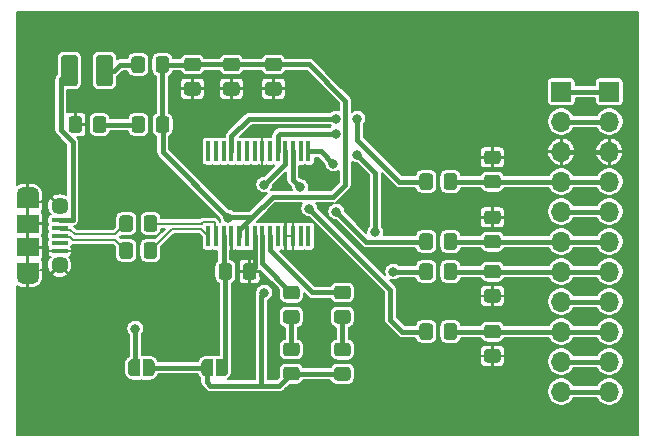
<source format=gbr>
%TF.GenerationSoftware,KiCad,Pcbnew,(5.1.6)-1*%
%TF.CreationDate,2020-05-21T20:48:38+03:00*%
%TF.ProjectId,Sharp G850-Interface,53686172-7020-4473-9835-302d496e7465,rev?*%
%TF.SameCoordinates,Original*%
%TF.FileFunction,Copper,L1,Top*%
%TF.FilePolarity,Positive*%
%FSLAX46Y46*%
G04 Gerber Fmt 4.6, Leading zero omitted, Abs format (unit mm)*
G04 Created by KiCad (PCBNEW (5.1.6)-1) date 2020-05-21 20:48:38*
%MOMM*%
%LPD*%
G01*
G04 APERTURE LIST*
%TA.AperFunction,ComponentPad*%
%ADD10O,1.700000X1.700000*%
%TD*%
%TA.AperFunction,ComponentPad*%
%ADD11R,1.700000X1.700000*%
%TD*%
%TA.AperFunction,SMDPad,CuDef*%
%ADD12R,0.450000X1.750000*%
%TD*%
%TA.AperFunction,SMDPad,CuDef*%
%ADD13C,0.100000*%
%TD*%
%TA.AperFunction,SMDPad,CuDef*%
%ADD14R,1.900000X1.200000*%
%TD*%
%TA.AperFunction,ComponentPad*%
%ADD15O,1.900000X1.200000*%
%TD*%
%TA.AperFunction,SMDPad,CuDef*%
%ADD16R,1.900000X1.500000*%
%TD*%
%TA.AperFunction,ComponentPad*%
%ADD17C,1.450000*%
%TD*%
%TA.AperFunction,SMDPad,CuDef*%
%ADD18R,1.350000X0.400000*%
%TD*%
%TA.AperFunction,ViaPad*%
%ADD19C,0.800000*%
%TD*%
%TA.AperFunction,Conductor*%
%ADD20C,0.400000*%
%TD*%
%TA.AperFunction,Conductor*%
%ADD21C,0.200000*%
%TD*%
G04 APERTURE END LIST*
D10*
%TO.P,J2,11*%
%TO.N,CICalc*%
X216662000Y-118872000D03*
%TO.P,J2,10*%
%TO.N,DSRCalc*%
X216662000Y-116332000D03*
%TO.P,J2,9*%
%TO.N,CTSCalc*%
X216662000Y-113792000D03*
%TO.P,J2,8*%
%TO.N,CDCalc*%
X216662000Y-111252000D03*
%TO.P,J2,7*%
%TO.N,TXCalc*%
X216662000Y-108712000D03*
%TO.P,J2,6*%
%TO.N,RXCalc*%
X216662000Y-106172000D03*
%TO.P,J2,5*%
%TO.N,DTRCalc*%
X216662000Y-103632000D03*
%TO.P,J2,4*%
%TO.N,RTSCalc*%
X216662000Y-101092000D03*
%TO.P,J2,3*%
%TO.N,GND*%
X216662000Y-98552000D03*
%TO.P,J2,2*%
%TO.N,VCCCalc*%
X216662000Y-96012000D03*
D11*
%TO.P,J2,1*%
%TO.N,FG*%
X216662000Y-93472000D03*
%TD*%
D12*
%TO.P,U1,28*%
%TO.N,N/C*%
X191169000Y-105708000D03*
%TO.P,U1,27*%
X190519000Y-105708000D03*
%TO.P,U1,26*%
%TO.N,GND*%
X189869000Y-105708000D03*
%TO.P,U1,25*%
X189219000Y-105708000D03*
%TO.P,U1,24*%
%TO.N,N/C*%
X188569000Y-105708000D03*
%TO.P,U1,23*%
%TO.N,TXLED*%
X187919000Y-105708000D03*
%TO.P,U1,22*%
%TO.N,RXLED*%
X187269000Y-105708000D03*
%TO.P,U1,21*%
%TO.N,GND*%
X186619000Y-105708000D03*
%TO.P,U1,20*%
%TO.N,+5V*%
X185969000Y-105708000D03*
%TO.P,U1,19*%
X185319000Y-105708000D03*
%TO.P,U1,18*%
%TO.N,GND*%
X184669000Y-105708000D03*
%TO.P,U1,17*%
%TO.N,+3V3*%
X184019000Y-105708000D03*
%TO.P,U1,16*%
%TO.N,/USBD-*%
X183369000Y-105708000D03*
%TO.P,U1,15*%
%TO.N,/USBD+*%
X182719000Y-105708000D03*
%TO.P,U1,14*%
%TO.N,N/C*%
X182719000Y-98508000D03*
%TO.P,U1,13*%
X183369000Y-98508000D03*
%TO.P,U1,12*%
X184019000Y-98508000D03*
%TO.P,U1,11*%
%TO.N,Net-(R12-Pad2)*%
X184669000Y-98508000D03*
%TO.P,U1,10*%
%TO.N,N/C*%
X185319000Y-98508000D03*
%TO.P,U1,9*%
X185969000Y-98508000D03*
%TO.P,U1,8*%
X186619000Y-98508000D03*
%TO.P,U1,7*%
%TO.N,GND*%
X187269000Y-98508000D03*
%TO.P,U1,6*%
%TO.N,N/C*%
X187919000Y-98508000D03*
%TO.P,U1,5*%
%TO.N,Net-(R8-Pad2)*%
X188569000Y-98508000D03*
%TO.P,U1,4*%
%TO.N,VCCIO*%
X189219000Y-98508000D03*
%TO.P,U1,3*%
%TO.N,Net-(R10-Pad2)*%
X189869000Y-98508000D03*
%TO.P,U1,2*%
%TO.N,N/C*%
X190519000Y-98508000D03*
%TO.P,U1,1*%
%TO.N,Net-(R6-Pad2)*%
X191169000Y-98508000D03*
%TD*%
%TO.P,R13,2*%
%TO.N,GND*%
%TA.AperFunction,SMDPad,CuDef*%
G36*
G01*
X207206001Y-99617000D02*
X206305999Y-99617000D01*
G75*
G02*
X206056000Y-99367001I0J249999D01*
G01*
X206056000Y-98716999D01*
G75*
G02*
X206305999Y-98467000I249999J0D01*
G01*
X207206001Y-98467000D01*
G75*
G02*
X207456000Y-98716999I0J-249999D01*
G01*
X207456000Y-99367001D01*
G75*
G02*
X207206001Y-99617000I-249999J0D01*
G01*
G37*
%TD.AperFunction*%
%TO.P,R13,1*%
%TO.N,RTSCalc*%
%TA.AperFunction,SMDPad,CuDef*%
G36*
G01*
X207206001Y-101667000D02*
X206305999Y-101667000D01*
G75*
G02*
X206056000Y-101417001I0J249999D01*
G01*
X206056000Y-100766999D01*
G75*
G02*
X206305999Y-100517000I249999J0D01*
G01*
X207206001Y-100517000D01*
G75*
G02*
X207456000Y-100766999I0J-249999D01*
G01*
X207456000Y-101417001D01*
G75*
G02*
X207206001Y-101667000I-249999J0D01*
G01*
G37*
%TD.AperFunction*%
%TD*%
%TO.P,R12,2*%
%TO.N,Net-(R12-Pad2)*%
%TA.AperFunction,SMDPad,CuDef*%
G36*
G01*
X201725000Y-100641999D02*
X201725000Y-101542001D01*
G75*
G02*
X201475001Y-101792000I-249999J0D01*
G01*
X200824999Y-101792000D01*
G75*
G02*
X200575000Y-101542001I0J249999D01*
G01*
X200575000Y-100641999D01*
G75*
G02*
X200824999Y-100392000I249999J0D01*
G01*
X201475001Y-100392000D01*
G75*
G02*
X201725000Y-100641999I0J-249999D01*
G01*
G37*
%TD.AperFunction*%
%TO.P,R12,1*%
%TO.N,RTSCalc*%
%TA.AperFunction,SMDPad,CuDef*%
G36*
G01*
X203775000Y-100641999D02*
X203775000Y-101542001D01*
G75*
G02*
X203525001Y-101792000I-249999J0D01*
G01*
X202874999Y-101792000D01*
G75*
G02*
X202625000Y-101542001I0J249999D01*
G01*
X202625000Y-100641999D01*
G75*
G02*
X202874999Y-100392000I249999J0D01*
G01*
X203525001Y-100392000D01*
G75*
G02*
X203775000Y-100641999I0J-249999D01*
G01*
G37*
%TD.AperFunction*%
%TD*%
%TO.P,R11,2*%
%TO.N,GND*%
%TA.AperFunction,SMDPad,CuDef*%
G36*
G01*
X206305999Y-115267000D02*
X207206001Y-115267000D01*
G75*
G02*
X207456000Y-115516999I0J-249999D01*
G01*
X207456000Y-116167001D01*
G75*
G02*
X207206001Y-116417000I-249999J0D01*
G01*
X206305999Y-116417000D01*
G75*
G02*
X206056000Y-116167001I0J249999D01*
G01*
X206056000Y-115516999D01*
G75*
G02*
X206305999Y-115267000I249999J0D01*
G01*
G37*
%TD.AperFunction*%
%TO.P,R11,1*%
%TO.N,CTSCalc*%
%TA.AperFunction,SMDPad,CuDef*%
G36*
G01*
X206305999Y-113217000D02*
X207206001Y-113217000D01*
G75*
G02*
X207456000Y-113466999I0J-249999D01*
G01*
X207456000Y-114117001D01*
G75*
G02*
X207206001Y-114367000I-249999J0D01*
G01*
X206305999Y-114367000D01*
G75*
G02*
X206056000Y-114117001I0J249999D01*
G01*
X206056000Y-113466999D01*
G75*
G02*
X206305999Y-113217000I249999J0D01*
G01*
G37*
%TD.AperFunction*%
%TD*%
%TO.P,R10,2*%
%TO.N,Net-(R10-Pad2)*%
%TA.AperFunction,SMDPad,CuDef*%
G36*
G01*
X201725000Y-113341999D02*
X201725000Y-114242001D01*
G75*
G02*
X201475001Y-114492000I-249999J0D01*
G01*
X200824999Y-114492000D01*
G75*
G02*
X200575000Y-114242001I0J249999D01*
G01*
X200575000Y-113341999D01*
G75*
G02*
X200824999Y-113092000I249999J0D01*
G01*
X201475001Y-113092000D01*
G75*
G02*
X201725000Y-113341999I0J-249999D01*
G01*
G37*
%TD.AperFunction*%
%TO.P,R10,1*%
%TO.N,CTSCalc*%
%TA.AperFunction,SMDPad,CuDef*%
G36*
G01*
X203775000Y-113341999D02*
X203775000Y-114242001D01*
G75*
G02*
X203525001Y-114492000I-249999J0D01*
G01*
X202874999Y-114492000D01*
G75*
G02*
X202625000Y-114242001I0J249999D01*
G01*
X202625000Y-113341999D01*
G75*
G02*
X202874999Y-113092000I249999J0D01*
G01*
X203525001Y-113092000D01*
G75*
G02*
X203775000Y-113341999I0J-249999D01*
G01*
G37*
%TD.AperFunction*%
%TD*%
%TO.P,R9,2*%
%TO.N,GND*%
%TA.AperFunction,SMDPad,CuDef*%
G36*
G01*
X206305999Y-110187000D02*
X207206001Y-110187000D01*
G75*
G02*
X207456000Y-110436999I0J-249999D01*
G01*
X207456000Y-111087001D01*
G75*
G02*
X207206001Y-111337000I-249999J0D01*
G01*
X206305999Y-111337000D01*
G75*
G02*
X206056000Y-111087001I0J249999D01*
G01*
X206056000Y-110436999D01*
G75*
G02*
X206305999Y-110187000I249999J0D01*
G01*
G37*
%TD.AperFunction*%
%TO.P,R9,1*%
%TO.N,TXCalc*%
%TA.AperFunction,SMDPad,CuDef*%
G36*
G01*
X206305999Y-108137000D02*
X207206001Y-108137000D01*
G75*
G02*
X207456000Y-108386999I0J-249999D01*
G01*
X207456000Y-109037001D01*
G75*
G02*
X207206001Y-109287000I-249999J0D01*
G01*
X206305999Y-109287000D01*
G75*
G02*
X206056000Y-109037001I0J249999D01*
G01*
X206056000Y-108386999D01*
G75*
G02*
X206305999Y-108137000I249999J0D01*
G01*
G37*
%TD.AperFunction*%
%TD*%
%TO.P,R8,2*%
%TO.N,Net-(R8-Pad2)*%
%TA.AperFunction,SMDPad,CuDef*%
G36*
G01*
X201725000Y-108261999D02*
X201725000Y-109162001D01*
G75*
G02*
X201475001Y-109412000I-249999J0D01*
G01*
X200824999Y-109412000D01*
G75*
G02*
X200575000Y-109162001I0J249999D01*
G01*
X200575000Y-108261999D01*
G75*
G02*
X200824999Y-108012000I249999J0D01*
G01*
X201475001Y-108012000D01*
G75*
G02*
X201725000Y-108261999I0J-249999D01*
G01*
G37*
%TD.AperFunction*%
%TO.P,R8,1*%
%TO.N,TXCalc*%
%TA.AperFunction,SMDPad,CuDef*%
G36*
G01*
X203775000Y-108261999D02*
X203775000Y-109162001D01*
G75*
G02*
X203525001Y-109412000I-249999J0D01*
G01*
X202874999Y-109412000D01*
G75*
G02*
X202625000Y-109162001I0J249999D01*
G01*
X202625000Y-108261999D01*
G75*
G02*
X202874999Y-108012000I249999J0D01*
G01*
X203525001Y-108012000D01*
G75*
G02*
X203775000Y-108261999I0J-249999D01*
G01*
G37*
%TD.AperFunction*%
%TD*%
%TO.P,R7,2*%
%TO.N,GND*%
%TA.AperFunction,SMDPad,CuDef*%
G36*
G01*
X207206001Y-104697000D02*
X206305999Y-104697000D01*
G75*
G02*
X206056000Y-104447001I0J249999D01*
G01*
X206056000Y-103796999D01*
G75*
G02*
X206305999Y-103547000I249999J0D01*
G01*
X207206001Y-103547000D01*
G75*
G02*
X207456000Y-103796999I0J-249999D01*
G01*
X207456000Y-104447001D01*
G75*
G02*
X207206001Y-104697000I-249999J0D01*
G01*
G37*
%TD.AperFunction*%
%TO.P,R7,1*%
%TO.N,RXCalc*%
%TA.AperFunction,SMDPad,CuDef*%
G36*
G01*
X207206001Y-106747000D02*
X206305999Y-106747000D01*
G75*
G02*
X206056000Y-106497001I0J249999D01*
G01*
X206056000Y-105846999D01*
G75*
G02*
X206305999Y-105597000I249999J0D01*
G01*
X207206001Y-105597000D01*
G75*
G02*
X207456000Y-105846999I0J-249999D01*
G01*
X207456000Y-106497001D01*
G75*
G02*
X207206001Y-106747000I-249999J0D01*
G01*
G37*
%TD.AperFunction*%
%TD*%
%TO.P,R6,2*%
%TO.N,Net-(R6-Pad2)*%
%TA.AperFunction,SMDPad,CuDef*%
G36*
G01*
X201725000Y-105721999D02*
X201725000Y-106622001D01*
G75*
G02*
X201475001Y-106872000I-249999J0D01*
G01*
X200824999Y-106872000D01*
G75*
G02*
X200575000Y-106622001I0J249999D01*
G01*
X200575000Y-105721999D01*
G75*
G02*
X200824999Y-105472000I249999J0D01*
G01*
X201475001Y-105472000D01*
G75*
G02*
X201725000Y-105721999I0J-249999D01*
G01*
G37*
%TD.AperFunction*%
%TO.P,R6,1*%
%TO.N,RXCalc*%
%TA.AperFunction,SMDPad,CuDef*%
G36*
G01*
X203775000Y-105721999D02*
X203775000Y-106622001D01*
G75*
G02*
X203525001Y-106872000I-249999J0D01*
G01*
X202874999Y-106872000D01*
G75*
G02*
X202625000Y-106622001I0J249999D01*
G01*
X202625000Y-105721999D01*
G75*
G02*
X202874999Y-105472000I249999J0D01*
G01*
X203525001Y-105472000D01*
G75*
G02*
X203775000Y-105721999I0J-249999D01*
G01*
G37*
%TD.AperFunction*%
%TD*%
%TO.P,R5,2*%
%TO.N,RXLED*%
%TA.AperFunction,SMDPad,CuDef*%
G36*
G01*
X190188001Y-111065000D02*
X189287999Y-111065000D01*
G75*
G02*
X189038000Y-110815001I0J249999D01*
G01*
X189038000Y-110164999D01*
G75*
G02*
X189287999Y-109915000I249999J0D01*
G01*
X190188001Y-109915000D01*
G75*
G02*
X190438000Y-110164999I0J-249999D01*
G01*
X190438000Y-110815001D01*
G75*
G02*
X190188001Y-111065000I-249999J0D01*
G01*
G37*
%TD.AperFunction*%
%TO.P,R5,1*%
%TO.N,Net-(D3-Pad1)*%
%TA.AperFunction,SMDPad,CuDef*%
G36*
G01*
X190188001Y-113115000D02*
X189287999Y-113115000D01*
G75*
G02*
X189038000Y-112865001I0J249999D01*
G01*
X189038000Y-112214999D01*
G75*
G02*
X189287999Y-111965000I249999J0D01*
G01*
X190188001Y-111965000D01*
G75*
G02*
X190438000Y-112214999I0J-249999D01*
G01*
X190438000Y-112865001D01*
G75*
G02*
X190188001Y-113115000I-249999J0D01*
G01*
G37*
%TD.AperFunction*%
%TD*%
%TO.P,R4,2*%
%TO.N,TXLED*%
%TA.AperFunction,SMDPad,CuDef*%
G36*
G01*
X194506001Y-111056000D02*
X193605999Y-111056000D01*
G75*
G02*
X193356000Y-110806001I0J249999D01*
G01*
X193356000Y-110155999D01*
G75*
G02*
X193605999Y-109906000I249999J0D01*
G01*
X194506001Y-109906000D01*
G75*
G02*
X194756000Y-110155999I0J-249999D01*
G01*
X194756000Y-110806001D01*
G75*
G02*
X194506001Y-111056000I-249999J0D01*
G01*
G37*
%TD.AperFunction*%
%TO.P,R4,1*%
%TO.N,Net-(D2-Pad1)*%
%TA.AperFunction,SMDPad,CuDef*%
G36*
G01*
X194506001Y-113106000D02*
X193605999Y-113106000D01*
G75*
G02*
X193356000Y-112856001I0J249999D01*
G01*
X193356000Y-112205999D01*
G75*
G02*
X193605999Y-111956000I249999J0D01*
G01*
X194506001Y-111956000D01*
G75*
G02*
X194756000Y-112205999I0J-249999D01*
G01*
X194756000Y-112856001D01*
G75*
G02*
X194506001Y-113106000I-249999J0D01*
G01*
G37*
%TD.AperFunction*%
%TD*%
%TO.P,R3,2*%
%TO.N,/D-*%
%TA.AperFunction,SMDPad,CuDef*%
G36*
G01*
X176334000Y-104197999D02*
X176334000Y-105098001D01*
G75*
G02*
X176084001Y-105348000I-249999J0D01*
G01*
X175433999Y-105348000D01*
G75*
G02*
X175184000Y-105098001I0J249999D01*
G01*
X175184000Y-104197999D01*
G75*
G02*
X175433999Y-103948000I249999J0D01*
G01*
X176084001Y-103948000D01*
G75*
G02*
X176334000Y-104197999I0J-249999D01*
G01*
G37*
%TD.AperFunction*%
%TO.P,R3,1*%
%TO.N,/USBD-*%
%TA.AperFunction,SMDPad,CuDef*%
G36*
G01*
X178384000Y-104197999D02*
X178384000Y-105098001D01*
G75*
G02*
X178134001Y-105348000I-249999J0D01*
G01*
X177483999Y-105348000D01*
G75*
G02*
X177234000Y-105098001I0J249999D01*
G01*
X177234000Y-104197999D01*
G75*
G02*
X177483999Y-103948000I249999J0D01*
G01*
X178134001Y-103948000D01*
G75*
G02*
X178384000Y-104197999I0J-249999D01*
G01*
G37*
%TD.AperFunction*%
%TD*%
%TO.P,R2,2*%
%TO.N,/D+*%
%TA.AperFunction,SMDPad,CuDef*%
G36*
G01*
X176325000Y-106483999D02*
X176325000Y-107384001D01*
G75*
G02*
X176075001Y-107634000I-249999J0D01*
G01*
X175424999Y-107634000D01*
G75*
G02*
X175175000Y-107384001I0J249999D01*
G01*
X175175000Y-106483999D01*
G75*
G02*
X175424999Y-106234000I249999J0D01*
G01*
X176075001Y-106234000D01*
G75*
G02*
X176325000Y-106483999I0J-249999D01*
G01*
G37*
%TD.AperFunction*%
%TO.P,R2,1*%
%TO.N,/USBD+*%
%TA.AperFunction,SMDPad,CuDef*%
G36*
G01*
X178375000Y-106483999D02*
X178375000Y-107384001D01*
G75*
G02*
X178125001Y-107634000I-249999J0D01*
G01*
X177474999Y-107634000D01*
G75*
G02*
X177225000Y-107384001I0J249999D01*
G01*
X177225000Y-106483999D01*
G75*
G02*
X177474999Y-106234000I249999J0D01*
G01*
X178125001Y-106234000D01*
G75*
G02*
X178375000Y-106483999I0J-249999D01*
G01*
G37*
%TD.AperFunction*%
%TD*%
%TO.P,R1,2*%
%TO.N,GND*%
%TA.AperFunction,SMDPad,CuDef*%
G36*
G01*
X172025000Y-95815999D02*
X172025000Y-96716001D01*
G75*
G02*
X171775001Y-96966000I-249999J0D01*
G01*
X171124999Y-96966000D01*
G75*
G02*
X170875000Y-96716001I0J249999D01*
G01*
X170875000Y-95815999D01*
G75*
G02*
X171124999Y-95566000I249999J0D01*
G01*
X171775001Y-95566000D01*
G75*
G02*
X172025000Y-95815999I0J-249999D01*
G01*
G37*
%TD.AperFunction*%
%TO.P,R1,1*%
%TO.N,Net-(D1-Pad1)*%
%TA.AperFunction,SMDPad,CuDef*%
G36*
G01*
X174075000Y-95815999D02*
X174075000Y-96716001D01*
G75*
G02*
X173825001Y-96966000I-249999J0D01*
G01*
X173174999Y-96966000D01*
G75*
G02*
X172925000Y-96716001I0J249999D01*
G01*
X172925000Y-95815999D01*
G75*
G02*
X173174999Y-95566000I249999J0D01*
G01*
X173825001Y-95566000D01*
G75*
G02*
X174075000Y-95815999I0J-249999D01*
G01*
G37*
%TD.AperFunction*%
%TD*%
%TA.AperFunction,SMDPad,CuDef*%
D13*
%TO.P,JP2,2*%
%TO.N,+5V*%
G36*
X176388000Y-117589398D02*
G01*
X176363466Y-117589398D01*
X176314635Y-117584588D01*
X176266510Y-117575016D01*
X176219555Y-117560772D01*
X176174222Y-117541995D01*
X176130949Y-117518864D01*
X176090150Y-117491604D01*
X176052221Y-117460476D01*
X176017524Y-117425779D01*
X175986396Y-117387850D01*
X175959136Y-117347051D01*
X175936005Y-117303778D01*
X175917228Y-117258445D01*
X175902984Y-117211490D01*
X175893412Y-117163365D01*
X175888602Y-117114534D01*
X175888602Y-117090000D01*
X175888000Y-117090000D01*
X175888000Y-116590000D01*
X175888602Y-116590000D01*
X175888602Y-116565466D01*
X175893412Y-116516635D01*
X175902984Y-116468510D01*
X175917228Y-116421555D01*
X175936005Y-116376222D01*
X175959136Y-116332949D01*
X175986396Y-116292150D01*
X176017524Y-116254221D01*
X176052221Y-116219524D01*
X176090150Y-116188396D01*
X176130949Y-116161136D01*
X176174222Y-116138005D01*
X176219555Y-116119228D01*
X176266510Y-116104984D01*
X176314635Y-116095412D01*
X176363466Y-116090602D01*
X176388000Y-116090602D01*
X176388000Y-116090000D01*
X176888000Y-116090000D01*
X176888000Y-117590000D01*
X176388000Y-117590000D01*
X176388000Y-117589398D01*
G37*
%TD.AperFunction*%
%TA.AperFunction,SMDPad,CuDef*%
%TO.P,JP2,1*%
%TO.N,VCCIO*%
G36*
X177188000Y-116090000D02*
G01*
X177688000Y-116090000D01*
X177688000Y-116090602D01*
X177712534Y-116090602D01*
X177761365Y-116095412D01*
X177809490Y-116104984D01*
X177856445Y-116119228D01*
X177901778Y-116138005D01*
X177945051Y-116161136D01*
X177985850Y-116188396D01*
X178023779Y-116219524D01*
X178058476Y-116254221D01*
X178089604Y-116292150D01*
X178116864Y-116332949D01*
X178139995Y-116376222D01*
X178158772Y-116421555D01*
X178173016Y-116468510D01*
X178182588Y-116516635D01*
X178187398Y-116565466D01*
X178187398Y-116590000D01*
X178188000Y-116590000D01*
X178188000Y-117090000D01*
X178187398Y-117090000D01*
X178187398Y-117114534D01*
X178182588Y-117163365D01*
X178173016Y-117211490D01*
X178158772Y-117258445D01*
X178139995Y-117303778D01*
X178116864Y-117347051D01*
X178089604Y-117387850D01*
X178058476Y-117425779D01*
X178023779Y-117460476D01*
X177985850Y-117491604D01*
X177945051Y-117518864D01*
X177901778Y-117541995D01*
X177856445Y-117560772D01*
X177809490Y-117575016D01*
X177761365Y-117584588D01*
X177712534Y-117589398D01*
X177688000Y-117589398D01*
X177688000Y-117590000D01*
X177188000Y-117590000D01*
X177188000Y-116090000D01*
G37*
%TD.AperFunction*%
%TD*%
%TA.AperFunction,SMDPad,CuDef*%
%TO.P,JP1,2*%
%TO.N,VCCIO*%
G36*
X182596000Y-117589398D02*
G01*
X182571466Y-117589398D01*
X182522635Y-117584588D01*
X182474510Y-117575016D01*
X182427555Y-117560772D01*
X182382222Y-117541995D01*
X182338949Y-117518864D01*
X182298150Y-117491604D01*
X182260221Y-117460476D01*
X182225524Y-117425779D01*
X182194396Y-117387850D01*
X182167136Y-117347051D01*
X182144005Y-117303778D01*
X182125228Y-117258445D01*
X182110984Y-117211490D01*
X182101412Y-117163365D01*
X182096602Y-117114534D01*
X182096602Y-117090000D01*
X182096000Y-117090000D01*
X182096000Y-116590000D01*
X182096602Y-116590000D01*
X182096602Y-116565466D01*
X182101412Y-116516635D01*
X182110984Y-116468510D01*
X182125228Y-116421555D01*
X182144005Y-116376222D01*
X182167136Y-116332949D01*
X182194396Y-116292150D01*
X182225524Y-116254221D01*
X182260221Y-116219524D01*
X182298150Y-116188396D01*
X182338949Y-116161136D01*
X182382222Y-116138005D01*
X182427555Y-116119228D01*
X182474510Y-116104984D01*
X182522635Y-116095412D01*
X182571466Y-116090602D01*
X182596000Y-116090602D01*
X182596000Y-116090000D01*
X183096000Y-116090000D01*
X183096000Y-117590000D01*
X182596000Y-117590000D01*
X182596000Y-117589398D01*
G37*
%TD.AperFunction*%
%TA.AperFunction,SMDPad,CuDef*%
%TO.P,JP1,1*%
%TO.N,+3V3*%
G36*
X183396000Y-116090000D02*
G01*
X183896000Y-116090000D01*
X183896000Y-116090602D01*
X183920534Y-116090602D01*
X183969365Y-116095412D01*
X184017490Y-116104984D01*
X184064445Y-116119228D01*
X184109778Y-116138005D01*
X184153051Y-116161136D01*
X184193850Y-116188396D01*
X184231779Y-116219524D01*
X184266476Y-116254221D01*
X184297604Y-116292150D01*
X184324864Y-116332949D01*
X184347995Y-116376222D01*
X184366772Y-116421555D01*
X184381016Y-116468510D01*
X184390588Y-116516635D01*
X184395398Y-116565466D01*
X184395398Y-116590000D01*
X184396000Y-116590000D01*
X184396000Y-117090000D01*
X184395398Y-117090000D01*
X184395398Y-117114534D01*
X184390588Y-117163365D01*
X184381016Y-117211490D01*
X184366772Y-117258445D01*
X184347995Y-117303778D01*
X184324864Y-117347051D01*
X184297604Y-117387850D01*
X184266476Y-117425779D01*
X184231779Y-117460476D01*
X184193850Y-117491604D01*
X184153051Y-117518864D01*
X184109778Y-117541995D01*
X184064445Y-117560772D01*
X184017490Y-117575016D01*
X183969365Y-117584588D01*
X183920534Y-117589398D01*
X183896000Y-117589398D01*
X183896000Y-117590000D01*
X183396000Y-117590000D01*
X183396000Y-116090000D01*
G37*
%TD.AperFunction*%
%TD*%
D10*
%TO.P,J3,11*%
%TO.N,CICalc*%
X212598000Y-118872000D03*
%TO.P,J3,10*%
%TO.N,DSRCalc*%
X212598000Y-116332000D03*
%TO.P,J3,9*%
%TO.N,CTSCalc*%
X212598000Y-113792000D03*
%TO.P,J3,8*%
%TO.N,CDCalc*%
X212598000Y-111252000D03*
%TO.P,J3,7*%
%TO.N,TXCalc*%
X212598000Y-108712000D03*
%TO.P,J3,6*%
%TO.N,RXCalc*%
X212598000Y-106172000D03*
%TO.P,J3,5*%
%TO.N,DTRCalc*%
X212598000Y-103632000D03*
%TO.P,J3,4*%
%TO.N,RTSCalc*%
X212598000Y-101092000D03*
%TO.P,J3,3*%
%TO.N,GND*%
X212598000Y-98552000D03*
%TO.P,J3,2*%
%TO.N,VCCCalc*%
X212598000Y-96012000D03*
D11*
%TO.P,J3,1*%
%TO.N,FG*%
X212598000Y-93472000D03*
%TD*%
D14*
%TO.P,J1,6*%
%TO.N,GND*%
X167418500Y-102764000D03*
X167418500Y-108564000D03*
D15*
X167418500Y-109164000D03*
X167418500Y-102164000D03*
D16*
X167418500Y-104664000D03*
D17*
X170118500Y-108164000D03*
D18*
%TO.P,J1,3*%
%TO.N,/D+*%
X170118500Y-105664000D03*
%TO.P,J1,4*%
%TO.N,N/C*%
X170118500Y-106314000D03*
%TO.P,J1,5*%
%TO.N,GND*%
X170118500Y-106964000D03*
%TO.P,J1,1*%
%TO.N,VBUS*%
X170118500Y-104364000D03*
%TO.P,J1,2*%
%TO.N,/D-*%
X170118500Y-105014000D03*
D17*
%TO.P,J1,6*%
%TO.N,GND*%
X170118500Y-103164000D03*
D16*
X167418500Y-106664000D03*
%TD*%
%TO.P,FB1,2*%
%TO.N,Net-(F1-Pad1)*%
%TA.AperFunction,SMDPad,CuDef*%
G36*
G01*
X177341000Y-90735999D02*
X177341000Y-91636001D01*
G75*
G02*
X177091001Y-91886000I-249999J0D01*
G01*
X176440999Y-91886000D01*
G75*
G02*
X176191000Y-91636001I0J249999D01*
G01*
X176191000Y-90735999D01*
G75*
G02*
X176440999Y-90486000I249999J0D01*
G01*
X177091001Y-90486000D01*
G75*
G02*
X177341000Y-90735999I0J-249999D01*
G01*
G37*
%TD.AperFunction*%
%TO.P,FB1,1*%
%TO.N,+5V*%
%TA.AperFunction,SMDPad,CuDef*%
G36*
G01*
X179391000Y-90735999D02*
X179391000Y-91636001D01*
G75*
G02*
X179141001Y-91886000I-249999J0D01*
G01*
X178490999Y-91886000D01*
G75*
G02*
X178241000Y-91636001I0J249999D01*
G01*
X178241000Y-90735999D01*
G75*
G02*
X178490999Y-90486000I249999J0D01*
G01*
X179141001Y-90486000D01*
G75*
G02*
X179391000Y-90735999I0J-249999D01*
G01*
G37*
%TD.AperFunction*%
%TD*%
%TO.P,F1,2*%
%TO.N,VBUS*%
%TA.AperFunction,SMDPad,CuDef*%
G36*
G01*
X171654500Y-90619000D02*
X171654500Y-92769000D01*
G75*
G02*
X171404500Y-93019000I-250000J0D01*
G01*
X170479500Y-93019000D01*
G75*
G02*
X170229500Y-92769000I0J250000D01*
G01*
X170229500Y-90619000D01*
G75*
G02*
X170479500Y-90369000I250000J0D01*
G01*
X171404500Y-90369000D01*
G75*
G02*
X171654500Y-90619000I0J-250000D01*
G01*
G37*
%TD.AperFunction*%
%TO.P,F1,1*%
%TO.N,Net-(F1-Pad1)*%
%TA.AperFunction,SMDPad,CuDef*%
G36*
G01*
X174629500Y-90619000D02*
X174629500Y-92769000D01*
G75*
G02*
X174379500Y-93019000I-250000J0D01*
G01*
X173454500Y-93019000D01*
G75*
G02*
X173204500Y-92769000I0J250000D01*
G01*
X173204500Y-90619000D01*
G75*
G02*
X173454500Y-90369000I250000J0D01*
G01*
X174379500Y-90369000D01*
G75*
G02*
X174629500Y-90619000I0J-250000D01*
G01*
G37*
%TD.AperFunction*%
%TD*%
%TO.P,D3,2*%
%TO.N,VCCIO*%
%TA.AperFunction,SMDPad,CuDef*%
G36*
G01*
X189287999Y-116773000D02*
X190188001Y-116773000D01*
G75*
G02*
X190438000Y-117022999I0J-249999D01*
G01*
X190438000Y-117673001D01*
G75*
G02*
X190188001Y-117923000I-249999J0D01*
G01*
X189287999Y-117923000D01*
G75*
G02*
X189038000Y-117673001I0J249999D01*
G01*
X189038000Y-117022999D01*
G75*
G02*
X189287999Y-116773000I249999J0D01*
G01*
G37*
%TD.AperFunction*%
%TO.P,D3,1*%
%TO.N,Net-(D3-Pad1)*%
%TA.AperFunction,SMDPad,CuDef*%
G36*
G01*
X189287999Y-114723000D02*
X190188001Y-114723000D01*
G75*
G02*
X190438000Y-114972999I0J-249999D01*
G01*
X190438000Y-115623001D01*
G75*
G02*
X190188001Y-115873000I-249999J0D01*
G01*
X189287999Y-115873000D01*
G75*
G02*
X189038000Y-115623001I0J249999D01*
G01*
X189038000Y-114972999D01*
G75*
G02*
X189287999Y-114723000I249999J0D01*
G01*
G37*
%TD.AperFunction*%
%TD*%
%TO.P,D2,2*%
%TO.N,VCCIO*%
%TA.AperFunction,SMDPad,CuDef*%
G36*
G01*
X193605999Y-116791000D02*
X194506001Y-116791000D01*
G75*
G02*
X194756000Y-117040999I0J-249999D01*
G01*
X194756000Y-117691001D01*
G75*
G02*
X194506001Y-117941000I-249999J0D01*
G01*
X193605999Y-117941000D01*
G75*
G02*
X193356000Y-117691001I0J249999D01*
G01*
X193356000Y-117040999D01*
G75*
G02*
X193605999Y-116791000I249999J0D01*
G01*
G37*
%TD.AperFunction*%
%TO.P,D2,1*%
%TO.N,Net-(D2-Pad1)*%
%TA.AperFunction,SMDPad,CuDef*%
G36*
G01*
X193605999Y-114741000D02*
X194506001Y-114741000D01*
G75*
G02*
X194756000Y-114990999I0J-249999D01*
G01*
X194756000Y-115641001D01*
G75*
G02*
X194506001Y-115891000I-249999J0D01*
G01*
X193605999Y-115891000D01*
G75*
G02*
X193356000Y-115641001I0J249999D01*
G01*
X193356000Y-114990999D01*
G75*
G02*
X193605999Y-114741000I249999J0D01*
G01*
G37*
%TD.AperFunction*%
%TD*%
%TO.P,D1,2*%
%TO.N,+5V*%
%TA.AperFunction,SMDPad,CuDef*%
G36*
G01*
X178259000Y-96716001D02*
X178259000Y-95815999D01*
G75*
G02*
X178508999Y-95566000I249999J0D01*
G01*
X179159001Y-95566000D01*
G75*
G02*
X179409000Y-95815999I0J-249999D01*
G01*
X179409000Y-96716001D01*
G75*
G02*
X179159001Y-96966000I-249999J0D01*
G01*
X178508999Y-96966000D01*
G75*
G02*
X178259000Y-96716001I0J249999D01*
G01*
G37*
%TD.AperFunction*%
%TO.P,D1,1*%
%TO.N,Net-(D1-Pad1)*%
%TA.AperFunction,SMDPad,CuDef*%
G36*
G01*
X176209000Y-96716001D02*
X176209000Y-95815999D01*
G75*
G02*
X176458999Y-95566000I249999J0D01*
G01*
X177109001Y-95566000D01*
G75*
G02*
X177359000Y-95815999I0J-249999D01*
G01*
X177359000Y-96716001D01*
G75*
G02*
X177109001Y-96966000I-249999J0D01*
G01*
X176458999Y-96966000D01*
G75*
G02*
X176209000Y-96716001I0J249999D01*
G01*
G37*
%TD.AperFunction*%
%TD*%
%TO.P,C4,2*%
%TO.N,GND*%
%TA.AperFunction,SMDPad,CuDef*%
G36*
G01*
X185625000Y-109162001D02*
X185625000Y-108261999D01*
G75*
G02*
X185874999Y-108012000I249999J0D01*
G01*
X186525001Y-108012000D01*
G75*
G02*
X186775000Y-108261999I0J-249999D01*
G01*
X186775000Y-109162001D01*
G75*
G02*
X186525001Y-109412000I-249999J0D01*
G01*
X185874999Y-109412000D01*
G75*
G02*
X185625000Y-109162001I0J249999D01*
G01*
G37*
%TD.AperFunction*%
%TO.P,C4,1*%
%TO.N,+3V3*%
%TA.AperFunction,SMDPad,CuDef*%
G36*
G01*
X183575000Y-109162001D02*
X183575000Y-108261999D01*
G75*
G02*
X183824999Y-108012000I249999J0D01*
G01*
X184475001Y-108012000D01*
G75*
G02*
X184725000Y-108261999I0J-249999D01*
G01*
X184725000Y-109162001D01*
G75*
G02*
X184475001Y-109412000I-249999J0D01*
G01*
X183824999Y-109412000D01*
G75*
G02*
X183575000Y-109162001I0J249999D01*
G01*
G37*
%TD.AperFunction*%
%TD*%
%TO.P,C3,2*%
%TO.N,GND*%
%TA.AperFunction,SMDPad,CuDef*%
G36*
G01*
X187763999Y-92652000D02*
X188664001Y-92652000D01*
G75*
G02*
X188914000Y-92901999I0J-249999D01*
G01*
X188914000Y-93552001D01*
G75*
G02*
X188664001Y-93802000I-249999J0D01*
G01*
X187763999Y-93802000D01*
G75*
G02*
X187514000Y-93552001I0J249999D01*
G01*
X187514000Y-92901999D01*
G75*
G02*
X187763999Y-92652000I249999J0D01*
G01*
G37*
%TD.AperFunction*%
%TO.P,C3,1*%
%TO.N,+5V*%
%TA.AperFunction,SMDPad,CuDef*%
G36*
G01*
X187763999Y-90602000D02*
X188664001Y-90602000D01*
G75*
G02*
X188914000Y-90851999I0J-249999D01*
G01*
X188914000Y-91502001D01*
G75*
G02*
X188664001Y-91752000I-249999J0D01*
G01*
X187763999Y-91752000D01*
G75*
G02*
X187514000Y-91502001I0J249999D01*
G01*
X187514000Y-90851999D01*
G75*
G02*
X187763999Y-90602000I249999J0D01*
G01*
G37*
%TD.AperFunction*%
%TD*%
%TO.P,C2,2*%
%TO.N,GND*%
%TA.AperFunction,SMDPad,CuDef*%
G36*
G01*
X184207999Y-92652000D02*
X185108001Y-92652000D01*
G75*
G02*
X185358000Y-92901999I0J-249999D01*
G01*
X185358000Y-93552001D01*
G75*
G02*
X185108001Y-93802000I-249999J0D01*
G01*
X184207999Y-93802000D01*
G75*
G02*
X183958000Y-93552001I0J249999D01*
G01*
X183958000Y-92901999D01*
G75*
G02*
X184207999Y-92652000I249999J0D01*
G01*
G37*
%TD.AperFunction*%
%TO.P,C2,1*%
%TO.N,+5V*%
%TA.AperFunction,SMDPad,CuDef*%
G36*
G01*
X184207999Y-90602000D02*
X185108001Y-90602000D01*
G75*
G02*
X185358000Y-90851999I0J-249999D01*
G01*
X185358000Y-91502001D01*
G75*
G02*
X185108001Y-91752000I-249999J0D01*
G01*
X184207999Y-91752000D01*
G75*
G02*
X183958000Y-91502001I0J249999D01*
G01*
X183958000Y-90851999D01*
G75*
G02*
X184207999Y-90602000I249999J0D01*
G01*
G37*
%TD.AperFunction*%
%TD*%
%TO.P,C1,2*%
%TO.N,GND*%
%TA.AperFunction,SMDPad,CuDef*%
G36*
G01*
X180905999Y-92652000D02*
X181806001Y-92652000D01*
G75*
G02*
X182056000Y-92901999I0J-249999D01*
G01*
X182056000Y-93552001D01*
G75*
G02*
X181806001Y-93802000I-249999J0D01*
G01*
X180905999Y-93802000D01*
G75*
G02*
X180656000Y-93552001I0J249999D01*
G01*
X180656000Y-92901999D01*
G75*
G02*
X180905999Y-92652000I249999J0D01*
G01*
G37*
%TD.AperFunction*%
%TO.P,C1,1*%
%TO.N,+5V*%
%TA.AperFunction,SMDPad,CuDef*%
G36*
G01*
X180905999Y-90602000D02*
X181806001Y-90602000D01*
G75*
G02*
X182056000Y-90851999I0J-249999D01*
G01*
X182056000Y-91502001D01*
G75*
G02*
X181806001Y-91752000I-249999J0D01*
G01*
X180905999Y-91752000D01*
G75*
G02*
X180656000Y-91502001I0J249999D01*
G01*
X180656000Y-90851999D01*
G75*
G02*
X180905999Y-90602000I249999J0D01*
G01*
G37*
%TD.AperFunction*%
%TD*%
D19*
%TO.N,GND*%
X172974000Y-98806000D03*
X188976000Y-103632000D03*
X188976000Y-101346000D03*
X195580000Y-102616000D03*
X199390000Y-107188000D03*
X209296000Y-107442000D03*
X191770000Y-113792000D03*
X188214000Y-114046000D03*
X186690000Y-96774000D03*
X191770000Y-100330000D03*
X167640000Y-87630000D03*
X172720000Y-87630000D03*
X177800000Y-87630000D03*
X182880000Y-87630000D03*
X187960000Y-87630000D03*
X193040000Y-87630000D03*
X198120000Y-87630000D03*
X203200000Y-87630000D03*
X208280000Y-87630000D03*
X213360000Y-87630000D03*
X218440000Y-87630000D03*
X167640000Y-121920000D03*
X172720000Y-121920000D03*
X177800000Y-121920000D03*
X182880000Y-121920000D03*
X187960000Y-121920000D03*
X193040000Y-121920000D03*
X198120000Y-121920000D03*
X203200000Y-121920000D03*
X208280000Y-121920000D03*
X213360000Y-121920000D03*
X218440000Y-121920000D03*
X167640000Y-116840000D03*
X167640000Y-111760000D03*
X167640000Y-92710000D03*
X167640000Y-97790000D03*
X218440000Y-92710000D03*
X218440000Y-97790000D03*
X218440000Y-111760000D03*
X218440000Y-116840000D03*
X218440000Y-107950000D03*
X218440000Y-102870000D03*
%TO.N,+5V*%
X184404000Y-104140000D03*
X176530000Y-113538000D03*
%TO.N,VCCIO*%
X187452000Y-110490000D03*
X187452000Y-101346000D03*
%TO.N,Net-(R6-Pad2)*%
X193294000Y-99568000D03*
X193548000Y-103632000D03*
%TO.N,Net-(R8-Pad2)*%
X193510000Y-97028000D03*
X195326000Y-98806000D03*
X196850000Y-105372000D03*
X198374000Y-108712000D03*
%TO.N,Net-(R10-Pad2)*%
X190500000Y-101562000D03*
X191262000Y-103378000D03*
%TO.N,Net-(R12-Pad2)*%
X193510000Y-95758000D03*
X195326000Y-95758000D03*
%TD*%
D20*
%TO.N,FG*%
X212598000Y-93472000D02*
X216662000Y-93472000D01*
%TO.N,VCCCalc*%
X212598000Y-96012000D02*
X216662000Y-96012000D01*
%TO.N,DTRCalc*%
X212598000Y-103632000D02*
X216662000Y-103632000D01*
%TO.N,CDCalc*%
X212598000Y-111252000D02*
X216662000Y-111252000D01*
%TO.N,DSRCalc*%
X212598000Y-116332000D02*
X216662000Y-116332000D01*
%TO.N,CICalc*%
X212598000Y-118872000D02*
X216662000Y-118872000D01*
%TO.N,GND*%
X186619000Y-108293000D02*
X186200000Y-108712000D01*
X186619000Y-105708000D02*
X186619000Y-108293000D01*
X212598000Y-98552000D02*
X216662000Y-98552000D01*
%TO.N,+5V*%
X181347000Y-91186000D02*
X181356000Y-91177000D01*
X178816000Y-91186000D02*
X181347000Y-91186000D01*
X181356000Y-91177000D02*
X184658000Y-91177000D01*
X184658000Y-91177000D02*
X188214000Y-91177000D01*
X185319000Y-105708000D02*
X185319000Y-105187998D01*
X188144998Y-102362000D02*
X193294000Y-102362000D01*
X193294000Y-102362000D02*
X194310000Y-101346000D01*
X194310000Y-101346000D02*
X194310000Y-94234000D01*
X178816000Y-96248000D02*
X178834000Y-96266000D01*
X178816000Y-91186000D02*
X178816000Y-96248000D01*
X186401499Y-104105499D02*
X184438501Y-104105499D01*
X186401499Y-104105499D02*
X188144998Y-102362000D01*
X184438501Y-104105499D02*
X184404000Y-104140000D01*
X185319000Y-105187998D02*
X186401499Y-104105499D01*
X176530000Y-116698000D02*
X176388000Y-116840000D01*
X176530000Y-113538000D02*
X176530000Y-116698000D01*
X178834000Y-98570000D02*
X178834000Y-96266000D01*
X184404000Y-104140000D02*
X178834000Y-98570000D01*
X191253000Y-91177000D02*
X194310000Y-94234000D01*
X188214000Y-91177000D02*
X191253000Y-91177000D01*
%TO.N,+3V3*%
X184019000Y-108581000D02*
X184150000Y-108712000D01*
X184019000Y-105708000D02*
X184019000Y-108581000D01*
X184150000Y-116586000D02*
X183896000Y-116840000D01*
X184150000Y-108712000D02*
X184150000Y-116586000D01*
%TO.N,Net-(D1-Pad1)*%
X176784000Y-96266000D02*
X173500000Y-96266000D01*
%TO.N,VCCIO*%
X177688000Y-116840000D02*
X182596000Y-116840000D01*
X194038000Y-117348000D02*
X194056000Y-117366000D01*
X189738000Y-117348000D02*
X194038000Y-117348000D01*
X182596000Y-116840000D02*
X182596000Y-118080000D01*
X182596000Y-118080000D02*
X182880000Y-118364000D01*
X188722000Y-118364000D02*
X189738000Y-117348000D01*
X187198000Y-110744000D02*
X187452000Y-110490000D01*
X187198000Y-118364000D02*
X187198000Y-110744000D01*
X187198000Y-118364000D02*
X188722000Y-118364000D01*
X182880000Y-118364000D02*
X187198000Y-118364000D01*
X187452000Y-101346000D02*
X189230000Y-99568000D01*
X189219000Y-99557000D02*
X189219000Y-98508000D01*
X189230000Y-99568000D02*
X189219000Y-99557000D01*
%TO.N,Net-(D2-Pad1)*%
X194056000Y-115316000D02*
X194056000Y-112531000D01*
%TO.N,Net-(D3-Pad1)*%
X189738000Y-115298000D02*
X189738000Y-112540000D01*
%TO.N,VBUS*%
X170229500Y-92406500D02*
X170942000Y-91694000D01*
X170229500Y-96739756D02*
X170229500Y-92406500D01*
X171243501Y-97753757D02*
X170229500Y-96739756D01*
X171243501Y-104313999D02*
X171243501Y-97753757D01*
X171193500Y-104364000D02*
X171243501Y-104313999D01*
X170118500Y-104364000D02*
X171193500Y-104364000D01*
%TO.N,Net-(F1-Pad1)*%
X173917000Y-91694000D02*
X174752000Y-91694000D01*
X175260000Y-91186000D02*
X176766000Y-91186000D01*
X174752000Y-91694000D02*
X175260000Y-91186000D01*
%TO.N,CTSCalc*%
X203200000Y-113792000D02*
X206756000Y-113792000D01*
X206756000Y-113792000D02*
X212598000Y-113792000D01*
X212598000Y-113792000D02*
X216662000Y-113792000D01*
%TO.N,TXCalc*%
X203200000Y-108712000D02*
X206756000Y-108712000D01*
X206756000Y-108712000D02*
X212598000Y-108712000D01*
X212598000Y-108712000D02*
X216662000Y-108712000D01*
%TO.N,RXCalc*%
X203200000Y-106172000D02*
X206756000Y-106172000D01*
X206756000Y-106172000D02*
X212598000Y-106172000D01*
X212598000Y-106172000D02*
X216662000Y-106172000D01*
%TO.N,RTSCalc*%
X206756000Y-101092000D02*
X212598000Y-101092000D01*
X203200000Y-101092000D02*
X206756000Y-101092000D01*
X212598000Y-101092000D02*
X216662000Y-101092000D01*
%TO.N,TXLED*%
X191521998Y-110481000D02*
X194056000Y-110481000D01*
X187919000Y-106878002D02*
X191521998Y-110481000D01*
X187919000Y-105708000D02*
X187919000Y-106878002D01*
%TO.N,RXLED*%
X187244001Y-107996001D02*
X189738000Y-110490000D01*
X187244001Y-106125999D02*
X187244001Y-107996001D01*
X187269000Y-106101000D02*
X187244001Y-106125999D01*
X187269000Y-105708000D02*
X187269000Y-106101000D01*
%TO.N,Net-(R6-Pad2)*%
X191169000Y-98508000D02*
X192234000Y-98508000D01*
X192234000Y-98508000D02*
X193294000Y-99568000D01*
X193548000Y-103632000D02*
X196088000Y-106172000D01*
X196088000Y-106172000D02*
X201150000Y-106172000D01*
%TO.N,Net-(R8-Pad2)*%
X188774000Y-97028000D02*
X193510000Y-97028000D01*
X188569000Y-98508000D02*
X188569000Y-97233000D01*
X188569000Y-97233000D02*
X188774000Y-97028000D01*
X195326000Y-98806000D02*
X196850000Y-100330000D01*
X196850000Y-100330000D02*
X196850000Y-105372000D01*
X198374000Y-108712000D02*
X201150000Y-108712000D01*
%TO.N,Net-(R10-Pad2)*%
X189869000Y-98508000D02*
X189869000Y-100931000D01*
X189869000Y-100931000D02*
X190500000Y-101562000D01*
X191262000Y-103378000D02*
X198120000Y-110236000D01*
X198120000Y-110236000D02*
X198120000Y-112776000D01*
X199136000Y-113792000D02*
X201150000Y-113792000D01*
X198120000Y-112776000D02*
X199136000Y-113792000D01*
%TO.N,Net-(R12-Pad2)*%
X184669000Y-98508000D02*
X184669000Y-97233000D01*
X186144000Y-95758000D02*
X193510000Y-95758000D01*
X184669000Y-97233000D02*
X186144000Y-95758000D01*
X195326000Y-95758000D02*
X195326000Y-97536000D01*
X198882000Y-101092000D02*
X201150000Y-101092000D01*
X195326000Y-97536000D02*
X198882000Y-101092000D01*
D21*
%TO.N,/D+*%
X170132103Y-105664000D02*
X170282102Y-105813999D01*
X170118500Y-105664000D02*
X170132103Y-105664000D01*
X170282102Y-105813999D02*
X171033501Y-105813999D01*
X171033501Y-105813999D02*
X171240002Y-106020500D01*
X174836500Y-106020500D02*
X175750000Y-106934000D01*
X171240002Y-106020500D02*
X174836500Y-106020500D01*
%TO.N,/D-*%
X170118500Y-105014000D02*
X170268499Y-105163999D01*
X174836500Y-105570500D02*
X175759000Y-104648000D01*
X171426385Y-105570500D02*
X174836500Y-105570500D01*
X171019884Y-105163999D02*
X171426385Y-105570500D01*
X170268499Y-105163999D02*
X171019884Y-105163999D01*
%TO.N,/USBD+*%
X182719000Y-105694397D02*
X182719000Y-105708000D01*
X179636000Y-105098000D02*
X182122603Y-105098000D01*
X177800000Y-106934000D02*
X179636000Y-105098000D01*
X182122603Y-105098000D02*
X182719000Y-105694397D01*
%TO.N,/USBD-*%
X183244001Y-105583001D02*
X183369000Y-105708000D01*
X182193999Y-104592999D02*
X182253999Y-104532999D01*
X183244001Y-104592999D02*
X183244001Y-105583001D01*
X177809000Y-104648000D02*
X182193999Y-104648000D01*
X182253999Y-104532999D02*
X183184001Y-104532999D01*
X182193999Y-104648000D02*
X182193999Y-104592999D01*
X183184001Y-104532999D02*
X183244001Y-104592999D01*
%TD*%
%TO.N,GND*%
G36*
X219081000Y-122561000D02*
G01*
X166491000Y-122561000D01*
X166491000Y-116590000D01*
X175536306Y-116590000D01*
X175536306Y-117090000D01*
X175538714Y-117114448D01*
X175538714Y-117139009D01*
X175545472Y-117207621D01*
X175564594Y-117303754D01*
X175584606Y-117369728D01*
X175622115Y-117460284D01*
X175654616Y-117521089D01*
X175709072Y-117602588D01*
X175752810Y-117655882D01*
X175822118Y-117725190D01*
X175875412Y-117768928D01*
X175956911Y-117823384D01*
X176017716Y-117855885D01*
X176108272Y-117893394D01*
X176174246Y-117913406D01*
X176270379Y-117932528D01*
X176338991Y-117939286D01*
X176363552Y-117939286D01*
X176388000Y-117941694D01*
X176888000Y-117941694D01*
X176956612Y-117934936D01*
X177022587Y-117914923D01*
X177038000Y-117906685D01*
X177053413Y-117914923D01*
X177119388Y-117934936D01*
X177188000Y-117941694D01*
X177688000Y-117941694D01*
X177712448Y-117939286D01*
X177737009Y-117939286D01*
X177805621Y-117932528D01*
X177901754Y-117913406D01*
X177967728Y-117893394D01*
X178058284Y-117855885D01*
X178119089Y-117823384D01*
X178200588Y-117768928D01*
X178253882Y-117725190D01*
X178323190Y-117655882D01*
X178366928Y-117602588D01*
X178421384Y-117521089D01*
X178453885Y-117460284D01*
X178482997Y-117390000D01*
X181801003Y-117390000D01*
X181830115Y-117460284D01*
X181862616Y-117521089D01*
X181917072Y-117602588D01*
X181960810Y-117655882D01*
X182030118Y-117725190D01*
X182046001Y-117738225D01*
X182046001Y-118052982D01*
X182043340Y-118080000D01*
X182053959Y-118187818D01*
X182085409Y-118291494D01*
X182136479Y-118387042D01*
X182187987Y-118449804D01*
X182187993Y-118449810D01*
X182205211Y-118470790D01*
X182226192Y-118488009D01*
X182471983Y-118733799D01*
X182489210Y-118754790D01*
X182572958Y-118823521D01*
X182668506Y-118874592D01*
X182772181Y-118906042D01*
X182852982Y-118914000D01*
X182852989Y-118914000D01*
X182880000Y-118916660D01*
X182907011Y-118914000D01*
X187170982Y-118914000D01*
X187198000Y-118916661D01*
X187225018Y-118914000D01*
X188694992Y-118914000D01*
X188722000Y-118916660D01*
X188749008Y-118914000D01*
X188749018Y-118914000D01*
X188829819Y-118906042D01*
X188933494Y-118874592D01*
X189029042Y-118823521D01*
X189112790Y-118754790D01*
X189113594Y-118753810D01*
X211398000Y-118753810D01*
X211398000Y-118990190D01*
X211444116Y-119222027D01*
X211534574Y-119440413D01*
X211665899Y-119636955D01*
X211833045Y-119804101D01*
X212029587Y-119935426D01*
X212247973Y-120025884D01*
X212479810Y-120072000D01*
X212716190Y-120072000D01*
X212948027Y-120025884D01*
X213166413Y-119935426D01*
X213362955Y-119804101D01*
X213530101Y-119636955D01*
X213661426Y-119440413D01*
X213669053Y-119422000D01*
X215590947Y-119422000D01*
X215598574Y-119440413D01*
X215729899Y-119636955D01*
X215897045Y-119804101D01*
X216093587Y-119935426D01*
X216311973Y-120025884D01*
X216543810Y-120072000D01*
X216780190Y-120072000D01*
X217012027Y-120025884D01*
X217230413Y-119935426D01*
X217426955Y-119804101D01*
X217594101Y-119636955D01*
X217725426Y-119440413D01*
X217815884Y-119222027D01*
X217862000Y-118990190D01*
X217862000Y-118753810D01*
X217815884Y-118521973D01*
X217725426Y-118303587D01*
X217594101Y-118107045D01*
X217426955Y-117939899D01*
X217230413Y-117808574D01*
X217012027Y-117718116D01*
X216780190Y-117672000D01*
X216543810Y-117672000D01*
X216311973Y-117718116D01*
X216093587Y-117808574D01*
X215897045Y-117939899D01*
X215729899Y-118107045D01*
X215598574Y-118303587D01*
X215590947Y-118322000D01*
X213669053Y-118322000D01*
X213661426Y-118303587D01*
X213530101Y-118107045D01*
X213362955Y-117939899D01*
X213166413Y-117808574D01*
X212948027Y-117718116D01*
X212716190Y-117672000D01*
X212479810Y-117672000D01*
X212247973Y-117718116D01*
X212029587Y-117808574D01*
X211833045Y-117939899D01*
X211665899Y-118107045D01*
X211534574Y-118303587D01*
X211444116Y-118521973D01*
X211398000Y-118753810D01*
X189113594Y-118753810D01*
X189130013Y-118733804D01*
X189589124Y-118274693D01*
X190188001Y-118274693D01*
X190305385Y-118263132D01*
X190418259Y-118228892D01*
X190522283Y-118173290D01*
X190613461Y-118098461D01*
X190688290Y-118007283D01*
X190743892Y-117903259D01*
X190745487Y-117898000D01*
X193043052Y-117898000D01*
X193050108Y-117921259D01*
X193105710Y-118025283D01*
X193180539Y-118116461D01*
X193271717Y-118191290D01*
X193375741Y-118246892D01*
X193488615Y-118281132D01*
X193605999Y-118292693D01*
X194506001Y-118292693D01*
X194623385Y-118281132D01*
X194736259Y-118246892D01*
X194840283Y-118191290D01*
X194931461Y-118116461D01*
X195006290Y-118025283D01*
X195061892Y-117921259D01*
X195096132Y-117808385D01*
X195107693Y-117691001D01*
X195107693Y-117040999D01*
X195096132Y-116923615D01*
X195061892Y-116810741D01*
X195006290Y-116706717D01*
X194931461Y-116615539D01*
X194840283Y-116540710D01*
X194736259Y-116485108D01*
X194623385Y-116450868D01*
X194506001Y-116439307D01*
X193605999Y-116439307D01*
X193488615Y-116450868D01*
X193375741Y-116485108D01*
X193271717Y-116540710D01*
X193180539Y-116615539D01*
X193105710Y-116706717D01*
X193056918Y-116798000D01*
X190745487Y-116798000D01*
X190743892Y-116792741D01*
X190688290Y-116688717D01*
X190613461Y-116597539D01*
X190522283Y-116522710D01*
X190418259Y-116467108D01*
X190305385Y-116432868D01*
X190188001Y-116421307D01*
X189287999Y-116421307D01*
X189170615Y-116432868D01*
X189057741Y-116467108D01*
X188953717Y-116522710D01*
X188862539Y-116597539D01*
X188787710Y-116688717D01*
X188732108Y-116792741D01*
X188697868Y-116905615D01*
X188686307Y-117022999D01*
X188686307Y-117621876D01*
X188494183Y-117814000D01*
X187748000Y-117814000D01*
X187748000Y-116417000D01*
X205704306Y-116417000D01*
X205711064Y-116485612D01*
X205731077Y-116551587D01*
X205763577Y-116612391D01*
X205807315Y-116665685D01*
X205860609Y-116709423D01*
X205921413Y-116741923D01*
X205987388Y-116761936D01*
X206056000Y-116768694D01*
X206643500Y-116767000D01*
X206731000Y-116679500D01*
X206731000Y-115867000D01*
X206781000Y-115867000D01*
X206781000Y-116679500D01*
X206868500Y-116767000D01*
X207456000Y-116768694D01*
X207524612Y-116761936D01*
X207590587Y-116741923D01*
X207651391Y-116709423D01*
X207704685Y-116665685D01*
X207748423Y-116612391D01*
X207780923Y-116551587D01*
X207800936Y-116485612D01*
X207807694Y-116417000D01*
X207806950Y-116213810D01*
X211398000Y-116213810D01*
X211398000Y-116450190D01*
X211444116Y-116682027D01*
X211534574Y-116900413D01*
X211665899Y-117096955D01*
X211833045Y-117264101D01*
X212029587Y-117395426D01*
X212247973Y-117485884D01*
X212479810Y-117532000D01*
X212716190Y-117532000D01*
X212948027Y-117485884D01*
X213166413Y-117395426D01*
X213362955Y-117264101D01*
X213530101Y-117096955D01*
X213661426Y-116900413D01*
X213669053Y-116882000D01*
X215590947Y-116882000D01*
X215598574Y-116900413D01*
X215729899Y-117096955D01*
X215897045Y-117264101D01*
X216093587Y-117395426D01*
X216311973Y-117485884D01*
X216543810Y-117532000D01*
X216780190Y-117532000D01*
X217012027Y-117485884D01*
X217230413Y-117395426D01*
X217426955Y-117264101D01*
X217594101Y-117096955D01*
X217725426Y-116900413D01*
X217815884Y-116682027D01*
X217862000Y-116450190D01*
X217862000Y-116213810D01*
X217815884Y-115981973D01*
X217725426Y-115763587D01*
X217594101Y-115567045D01*
X217426955Y-115399899D01*
X217230413Y-115268574D01*
X217012027Y-115178116D01*
X216780190Y-115132000D01*
X216543810Y-115132000D01*
X216311973Y-115178116D01*
X216093587Y-115268574D01*
X215897045Y-115399899D01*
X215729899Y-115567045D01*
X215598574Y-115763587D01*
X215590947Y-115782000D01*
X213669053Y-115782000D01*
X213661426Y-115763587D01*
X213530101Y-115567045D01*
X213362955Y-115399899D01*
X213166413Y-115268574D01*
X212948027Y-115178116D01*
X212716190Y-115132000D01*
X212479810Y-115132000D01*
X212247973Y-115178116D01*
X212029587Y-115268574D01*
X211833045Y-115399899D01*
X211665899Y-115567045D01*
X211534574Y-115763587D01*
X211444116Y-115981973D01*
X211398000Y-116213810D01*
X207806950Y-116213810D01*
X207806000Y-115954500D01*
X207718500Y-115867000D01*
X206781000Y-115867000D01*
X206731000Y-115867000D01*
X205793500Y-115867000D01*
X205706000Y-115954500D01*
X205704306Y-116417000D01*
X187748000Y-116417000D01*
X187748000Y-112214999D01*
X188686307Y-112214999D01*
X188686307Y-112865001D01*
X188697868Y-112982385D01*
X188732108Y-113095259D01*
X188787710Y-113199283D01*
X188862539Y-113290461D01*
X188953717Y-113365290D01*
X189057741Y-113420892D01*
X189170615Y-113455132D01*
X189188001Y-113456844D01*
X189188000Y-114381156D01*
X189170615Y-114382868D01*
X189057741Y-114417108D01*
X188953717Y-114472710D01*
X188862539Y-114547539D01*
X188787710Y-114638717D01*
X188732108Y-114742741D01*
X188697868Y-114855615D01*
X188686307Y-114972999D01*
X188686307Y-115623001D01*
X188697868Y-115740385D01*
X188732108Y-115853259D01*
X188787710Y-115957283D01*
X188862539Y-116048461D01*
X188953717Y-116123290D01*
X189057741Y-116178892D01*
X189170615Y-116213132D01*
X189287999Y-116224693D01*
X190188001Y-116224693D01*
X190305385Y-116213132D01*
X190418259Y-116178892D01*
X190522283Y-116123290D01*
X190613461Y-116048461D01*
X190688290Y-115957283D01*
X190743892Y-115853259D01*
X190778132Y-115740385D01*
X190789693Y-115623001D01*
X190789693Y-114972999D01*
X190778132Y-114855615D01*
X190743892Y-114742741D01*
X190688290Y-114638717D01*
X190613461Y-114547539D01*
X190522283Y-114472710D01*
X190418259Y-114417108D01*
X190305385Y-114382868D01*
X190288000Y-114381156D01*
X190288000Y-113456844D01*
X190305385Y-113455132D01*
X190418259Y-113420892D01*
X190522283Y-113365290D01*
X190613461Y-113290461D01*
X190688290Y-113199283D01*
X190743892Y-113095259D01*
X190778132Y-112982385D01*
X190789693Y-112865001D01*
X190789693Y-112214999D01*
X190788807Y-112205999D01*
X193004307Y-112205999D01*
X193004307Y-112856001D01*
X193015868Y-112973385D01*
X193050108Y-113086259D01*
X193105710Y-113190283D01*
X193180539Y-113281461D01*
X193271717Y-113356290D01*
X193375741Y-113411892D01*
X193488615Y-113446132D01*
X193506001Y-113447844D01*
X193506000Y-114399156D01*
X193488615Y-114400868D01*
X193375741Y-114435108D01*
X193271717Y-114490710D01*
X193180539Y-114565539D01*
X193105710Y-114656717D01*
X193050108Y-114760741D01*
X193015868Y-114873615D01*
X193004307Y-114990999D01*
X193004307Y-115641001D01*
X193015868Y-115758385D01*
X193050108Y-115871259D01*
X193105710Y-115975283D01*
X193180539Y-116066461D01*
X193271717Y-116141290D01*
X193375741Y-116196892D01*
X193488615Y-116231132D01*
X193605999Y-116242693D01*
X194506001Y-116242693D01*
X194623385Y-116231132D01*
X194736259Y-116196892D01*
X194840283Y-116141290D01*
X194931461Y-116066461D01*
X195006290Y-115975283D01*
X195061892Y-115871259D01*
X195096132Y-115758385D01*
X195107693Y-115641001D01*
X195107693Y-115267000D01*
X205704306Y-115267000D01*
X205706000Y-115729500D01*
X205793500Y-115817000D01*
X206731000Y-115817000D01*
X206731000Y-115004500D01*
X206781000Y-115004500D01*
X206781000Y-115817000D01*
X207718500Y-115817000D01*
X207806000Y-115729500D01*
X207807694Y-115267000D01*
X207800936Y-115198388D01*
X207780923Y-115132413D01*
X207748423Y-115071609D01*
X207704685Y-115018315D01*
X207651391Y-114974577D01*
X207590587Y-114942077D01*
X207524612Y-114922064D01*
X207456000Y-114915306D01*
X206868500Y-114917000D01*
X206781000Y-115004500D01*
X206731000Y-115004500D01*
X206643500Y-114917000D01*
X206056000Y-114915306D01*
X205987388Y-114922064D01*
X205921413Y-114942077D01*
X205860609Y-114974577D01*
X205807315Y-115018315D01*
X205763577Y-115071609D01*
X205731077Y-115132413D01*
X205711064Y-115198388D01*
X205704306Y-115267000D01*
X195107693Y-115267000D01*
X195107693Y-114990999D01*
X195096132Y-114873615D01*
X195061892Y-114760741D01*
X195006290Y-114656717D01*
X194931461Y-114565539D01*
X194840283Y-114490710D01*
X194736259Y-114435108D01*
X194623385Y-114400868D01*
X194606000Y-114399156D01*
X194606000Y-113447844D01*
X194623385Y-113446132D01*
X194736259Y-113411892D01*
X194840283Y-113356290D01*
X194931461Y-113281461D01*
X195006290Y-113190283D01*
X195061892Y-113086259D01*
X195096132Y-112973385D01*
X195107693Y-112856001D01*
X195107693Y-112205999D01*
X195096132Y-112088615D01*
X195061892Y-111975741D01*
X195006290Y-111871717D01*
X194931461Y-111780539D01*
X194840283Y-111705710D01*
X194736259Y-111650108D01*
X194623385Y-111615868D01*
X194506001Y-111604307D01*
X193605999Y-111604307D01*
X193488615Y-111615868D01*
X193375741Y-111650108D01*
X193271717Y-111705710D01*
X193180539Y-111780539D01*
X193105710Y-111871717D01*
X193050108Y-111975741D01*
X193015868Y-112088615D01*
X193004307Y-112205999D01*
X190788807Y-112205999D01*
X190778132Y-112097615D01*
X190743892Y-111984741D01*
X190688290Y-111880717D01*
X190613461Y-111789539D01*
X190522283Y-111714710D01*
X190418259Y-111659108D01*
X190305385Y-111624868D01*
X190188001Y-111613307D01*
X189287999Y-111613307D01*
X189170615Y-111624868D01*
X189057741Y-111659108D01*
X188953717Y-111714710D01*
X188862539Y-111789539D01*
X188787710Y-111880717D01*
X188732108Y-111984741D01*
X188697868Y-112097615D01*
X188686307Y-112214999D01*
X187748000Y-112214999D01*
X187748000Y-111179187D01*
X187807258Y-111154641D01*
X187930097Y-111072563D01*
X188034563Y-110968097D01*
X188116641Y-110845258D01*
X188173178Y-110708767D01*
X188202000Y-110563869D01*
X188202000Y-110416131D01*
X188173178Y-110271233D01*
X188116641Y-110134742D01*
X188034563Y-110011903D01*
X187930097Y-109907437D01*
X187807258Y-109825359D01*
X187670767Y-109768822D01*
X187525869Y-109740000D01*
X187378131Y-109740000D01*
X187233233Y-109768822D01*
X187096742Y-109825359D01*
X186973903Y-109907437D01*
X186869437Y-110011903D01*
X186787359Y-110134742D01*
X186730822Y-110271233D01*
X186702000Y-110416131D01*
X186702000Y-110505208D01*
X186687409Y-110532506D01*
X186667597Y-110597818D01*
X186655959Y-110636182D01*
X186645340Y-110744000D01*
X186648001Y-110771018D01*
X186648000Y-117814000D01*
X184341133Y-117814000D01*
X184408588Y-117768928D01*
X184461882Y-117725190D01*
X184531190Y-117655882D01*
X184574928Y-117602588D01*
X184629384Y-117521089D01*
X184661885Y-117460284D01*
X184699394Y-117369728D01*
X184719406Y-117303754D01*
X184738528Y-117207621D01*
X184745286Y-117139009D01*
X184745286Y-117114448D01*
X184747694Y-117090000D01*
X184747694Y-116590000D01*
X184745286Y-116565552D01*
X184745286Y-116540991D01*
X184738528Y-116472379D01*
X184719406Y-116376246D01*
X184700000Y-116312270D01*
X184700000Y-109719487D01*
X184705259Y-109717892D01*
X184809283Y-109662290D01*
X184900461Y-109587461D01*
X184975290Y-109496283D01*
X185020340Y-109412000D01*
X185273306Y-109412000D01*
X185280064Y-109480612D01*
X185300077Y-109546587D01*
X185332577Y-109607391D01*
X185376315Y-109660685D01*
X185429609Y-109704423D01*
X185490413Y-109736923D01*
X185556388Y-109756936D01*
X185625000Y-109763694D01*
X186087500Y-109762000D01*
X186175000Y-109674500D01*
X186175000Y-108737000D01*
X186225000Y-108737000D01*
X186225000Y-109674500D01*
X186312500Y-109762000D01*
X186775000Y-109763694D01*
X186843612Y-109756936D01*
X186909587Y-109736923D01*
X186970391Y-109704423D01*
X187023685Y-109660685D01*
X187067423Y-109607391D01*
X187099923Y-109546587D01*
X187119936Y-109480612D01*
X187126694Y-109412000D01*
X187125000Y-108824500D01*
X187037500Y-108737000D01*
X186225000Y-108737000D01*
X186175000Y-108737000D01*
X185362500Y-108737000D01*
X185275000Y-108824500D01*
X185273306Y-109412000D01*
X185020340Y-109412000D01*
X185030892Y-109392259D01*
X185065132Y-109279385D01*
X185076693Y-109162001D01*
X185076693Y-108261999D01*
X185065132Y-108144615D01*
X185030892Y-108031741D01*
X185020341Y-108012000D01*
X185273306Y-108012000D01*
X185275000Y-108599500D01*
X185362500Y-108687000D01*
X186175000Y-108687000D01*
X186175000Y-107749500D01*
X186087500Y-107662000D01*
X185625000Y-107660306D01*
X185556388Y-107667064D01*
X185490413Y-107687077D01*
X185429609Y-107719577D01*
X185376315Y-107763315D01*
X185332577Y-107816609D01*
X185300077Y-107877413D01*
X185280064Y-107943388D01*
X185273306Y-108012000D01*
X185020341Y-108012000D01*
X184975290Y-107927717D01*
X184900461Y-107836539D01*
X184809283Y-107761710D01*
X184705259Y-107706108D01*
X184592385Y-107671868D01*
X184569000Y-107669565D01*
X184569000Y-106920500D01*
X184644000Y-106845500D01*
X184644000Y-105733000D01*
X184624000Y-105733000D01*
X184624000Y-105683000D01*
X184644000Y-105683000D01*
X184644000Y-105663000D01*
X184694000Y-105663000D01*
X184694000Y-105683000D01*
X184714000Y-105683000D01*
X184714000Y-105733000D01*
X184694000Y-105733000D01*
X184694000Y-106845500D01*
X184781500Y-106933000D01*
X184894000Y-106934694D01*
X184962612Y-106927936D01*
X184994002Y-106918414D01*
X185025388Y-106927935D01*
X185094000Y-106934693D01*
X185544000Y-106934693D01*
X185612612Y-106927935D01*
X185644000Y-106918414D01*
X185675388Y-106927935D01*
X185744000Y-106934693D01*
X186194000Y-106934693D01*
X186262612Y-106927935D01*
X186293998Y-106918414D01*
X186325388Y-106927936D01*
X186394000Y-106934694D01*
X186506500Y-106933000D01*
X186594000Y-106845500D01*
X186594000Y-105733000D01*
X186574000Y-105733000D01*
X186574000Y-105683000D01*
X186594000Y-105683000D01*
X186594000Y-105663000D01*
X186644000Y-105663000D01*
X186644000Y-105683000D01*
X186664000Y-105683000D01*
X186664000Y-105733000D01*
X186644000Y-105733000D01*
X186644000Y-106845500D01*
X186694001Y-106895501D01*
X186694002Y-107660603D01*
X186312500Y-107662000D01*
X186225000Y-107749500D01*
X186225000Y-108687000D01*
X187037500Y-108687000D01*
X187097341Y-108627159D01*
X188686307Y-110216125D01*
X188686307Y-110815001D01*
X188697868Y-110932385D01*
X188732108Y-111045259D01*
X188787710Y-111149283D01*
X188862539Y-111240461D01*
X188953717Y-111315290D01*
X189057741Y-111370892D01*
X189170615Y-111405132D01*
X189287999Y-111416693D01*
X190188001Y-111416693D01*
X190305385Y-111405132D01*
X190418259Y-111370892D01*
X190522283Y-111315290D01*
X190613461Y-111240461D01*
X190688290Y-111149283D01*
X190743892Y-111045259D01*
X190778132Y-110932385D01*
X190789693Y-110815001D01*
X190789693Y-110526512D01*
X191113985Y-110850804D01*
X191131208Y-110871790D01*
X191214956Y-110940521D01*
X191310504Y-110991592D01*
X191414179Y-111023042D01*
X191494980Y-111031000D01*
X191494987Y-111031000D01*
X191521998Y-111033660D01*
X191549009Y-111031000D01*
X193048513Y-111031000D01*
X193050108Y-111036259D01*
X193105710Y-111140283D01*
X193180539Y-111231461D01*
X193271717Y-111306290D01*
X193375741Y-111361892D01*
X193488615Y-111396132D01*
X193605999Y-111407693D01*
X194506001Y-111407693D01*
X194623385Y-111396132D01*
X194736259Y-111361892D01*
X194840283Y-111306290D01*
X194931461Y-111231461D01*
X195006290Y-111140283D01*
X195061892Y-111036259D01*
X195096132Y-110923385D01*
X195107693Y-110806001D01*
X195107693Y-110155999D01*
X195096132Y-110038615D01*
X195061892Y-109925741D01*
X195006290Y-109821717D01*
X194931461Y-109730539D01*
X194840283Y-109655710D01*
X194736259Y-109600108D01*
X194623385Y-109565868D01*
X194506001Y-109554307D01*
X193605999Y-109554307D01*
X193488615Y-109565868D01*
X193375741Y-109600108D01*
X193271717Y-109655710D01*
X193180539Y-109730539D01*
X193105710Y-109821717D01*
X193050108Y-109925741D01*
X193048513Y-109931000D01*
X191749815Y-109931000D01*
X188753508Y-106934693D01*
X188794000Y-106934693D01*
X188862612Y-106927935D01*
X188893998Y-106918414D01*
X188925388Y-106927936D01*
X188994000Y-106934694D01*
X189106500Y-106933000D01*
X189194000Y-106845500D01*
X189194000Y-105733000D01*
X189244000Y-105733000D01*
X189244000Y-106845500D01*
X189331500Y-106933000D01*
X189444000Y-106934694D01*
X189512612Y-106927936D01*
X189544000Y-106918415D01*
X189575388Y-106927936D01*
X189644000Y-106934694D01*
X189756500Y-106933000D01*
X189844000Y-106845500D01*
X189844000Y-105733000D01*
X189244000Y-105733000D01*
X189194000Y-105733000D01*
X189174000Y-105733000D01*
X189174000Y-105683000D01*
X189194000Y-105683000D01*
X189194000Y-104570500D01*
X189244000Y-104570500D01*
X189244000Y-105683000D01*
X189844000Y-105683000D01*
X189844000Y-104570500D01*
X189894000Y-104570500D01*
X189894000Y-105683000D01*
X189914000Y-105683000D01*
X189914000Y-105733000D01*
X189894000Y-105733000D01*
X189894000Y-106845500D01*
X189981500Y-106933000D01*
X190094000Y-106934694D01*
X190162612Y-106927936D01*
X190194002Y-106918414D01*
X190225388Y-106927935D01*
X190294000Y-106934693D01*
X190744000Y-106934693D01*
X190812612Y-106927935D01*
X190844000Y-106918414D01*
X190875388Y-106927935D01*
X190944000Y-106934693D01*
X191394000Y-106934693D01*
X191462612Y-106927935D01*
X191528587Y-106907922D01*
X191589390Y-106875422D01*
X191642685Y-106831685D01*
X191686422Y-106778390D01*
X191718922Y-106717587D01*
X191738935Y-106651612D01*
X191745693Y-106583000D01*
X191745693Y-104833000D01*
X191738935Y-104764388D01*
X191718922Y-104698413D01*
X191686422Y-104637610D01*
X191642685Y-104584315D01*
X191589390Y-104540578D01*
X191528587Y-104508078D01*
X191462612Y-104488065D01*
X191394000Y-104481307D01*
X190944000Y-104481307D01*
X190875388Y-104488065D01*
X190844000Y-104497586D01*
X190812612Y-104488065D01*
X190744000Y-104481307D01*
X190294000Y-104481307D01*
X190225388Y-104488065D01*
X190194002Y-104497586D01*
X190162612Y-104488064D01*
X190094000Y-104481306D01*
X189981500Y-104483000D01*
X189894000Y-104570500D01*
X189844000Y-104570500D01*
X189756500Y-104483000D01*
X189644000Y-104481306D01*
X189575388Y-104488064D01*
X189544000Y-104497585D01*
X189512612Y-104488064D01*
X189444000Y-104481306D01*
X189331500Y-104483000D01*
X189244000Y-104570500D01*
X189194000Y-104570500D01*
X189106500Y-104483000D01*
X188994000Y-104481306D01*
X188925388Y-104488064D01*
X188893998Y-104497586D01*
X188862612Y-104488065D01*
X188794000Y-104481307D01*
X188344000Y-104481307D01*
X188275388Y-104488065D01*
X188244000Y-104497586D01*
X188212612Y-104488065D01*
X188144000Y-104481307D01*
X187694000Y-104481307D01*
X187625388Y-104488065D01*
X187594000Y-104497586D01*
X187562612Y-104488065D01*
X187494000Y-104481307D01*
X187044000Y-104481307D01*
X186975388Y-104488065D01*
X186944002Y-104497586D01*
X186912612Y-104488064D01*
X186844000Y-104481306D01*
X186804092Y-104481907D01*
X186809513Y-104475302D01*
X188372816Y-102912000D01*
X190671354Y-102912000D01*
X190597359Y-103022742D01*
X190540822Y-103159233D01*
X190512000Y-103304131D01*
X190512000Y-103451869D01*
X190540822Y-103596767D01*
X190597359Y-103733258D01*
X190679437Y-103856097D01*
X190783903Y-103960563D01*
X190906742Y-104042641D01*
X191043233Y-104099178D01*
X191188131Y-104128000D01*
X191234183Y-104128000D01*
X197570000Y-110463817D01*
X197570001Y-112748982D01*
X197567340Y-112776000D01*
X197570001Y-112803018D01*
X197577959Y-112883819D01*
X197603104Y-112966710D01*
X197609409Y-112987494D01*
X197660479Y-113083042D01*
X197711987Y-113145804D01*
X197711993Y-113145810D01*
X197729211Y-113166790D01*
X197750191Y-113184008D01*
X198727992Y-114161810D01*
X198745210Y-114182790D01*
X198766190Y-114200008D01*
X198766195Y-114200013D01*
X198828957Y-114251521D01*
X198843283Y-114259178D01*
X198924506Y-114302592D01*
X199028181Y-114334042D01*
X199108982Y-114342000D01*
X199108992Y-114342000D01*
X199136000Y-114344660D01*
X199163008Y-114342000D01*
X200233156Y-114342000D01*
X200234868Y-114359385D01*
X200269108Y-114472259D01*
X200324710Y-114576283D01*
X200399539Y-114667461D01*
X200490717Y-114742290D01*
X200594741Y-114797892D01*
X200707615Y-114832132D01*
X200824999Y-114843693D01*
X201475001Y-114843693D01*
X201592385Y-114832132D01*
X201705259Y-114797892D01*
X201809283Y-114742290D01*
X201900461Y-114667461D01*
X201975290Y-114576283D01*
X202030892Y-114472259D01*
X202065132Y-114359385D01*
X202076693Y-114242001D01*
X202076693Y-113341999D01*
X202273307Y-113341999D01*
X202273307Y-114242001D01*
X202284868Y-114359385D01*
X202319108Y-114472259D01*
X202374710Y-114576283D01*
X202449539Y-114667461D01*
X202540717Y-114742290D01*
X202644741Y-114797892D01*
X202757615Y-114832132D01*
X202874999Y-114843693D01*
X203525001Y-114843693D01*
X203642385Y-114832132D01*
X203755259Y-114797892D01*
X203859283Y-114742290D01*
X203950461Y-114667461D01*
X204025290Y-114576283D01*
X204080892Y-114472259D01*
X204115132Y-114359385D01*
X204116844Y-114342000D01*
X205748513Y-114342000D01*
X205750108Y-114347259D01*
X205805710Y-114451283D01*
X205880539Y-114542461D01*
X205971717Y-114617290D01*
X206075741Y-114672892D01*
X206188615Y-114707132D01*
X206305999Y-114718693D01*
X207206001Y-114718693D01*
X207323385Y-114707132D01*
X207436259Y-114672892D01*
X207540283Y-114617290D01*
X207631461Y-114542461D01*
X207706290Y-114451283D01*
X207761892Y-114347259D01*
X207763487Y-114342000D01*
X211526947Y-114342000D01*
X211534574Y-114360413D01*
X211665899Y-114556955D01*
X211833045Y-114724101D01*
X212029587Y-114855426D01*
X212247973Y-114945884D01*
X212479810Y-114992000D01*
X212716190Y-114992000D01*
X212948027Y-114945884D01*
X213166413Y-114855426D01*
X213362955Y-114724101D01*
X213530101Y-114556955D01*
X213661426Y-114360413D01*
X213669053Y-114342000D01*
X215590947Y-114342000D01*
X215598574Y-114360413D01*
X215729899Y-114556955D01*
X215897045Y-114724101D01*
X216093587Y-114855426D01*
X216311973Y-114945884D01*
X216543810Y-114992000D01*
X216780190Y-114992000D01*
X217012027Y-114945884D01*
X217230413Y-114855426D01*
X217426955Y-114724101D01*
X217594101Y-114556955D01*
X217725426Y-114360413D01*
X217815884Y-114142027D01*
X217862000Y-113910190D01*
X217862000Y-113673810D01*
X217815884Y-113441973D01*
X217725426Y-113223587D01*
X217594101Y-113027045D01*
X217426955Y-112859899D01*
X217230413Y-112728574D01*
X217012027Y-112638116D01*
X216780190Y-112592000D01*
X216543810Y-112592000D01*
X216311973Y-112638116D01*
X216093587Y-112728574D01*
X215897045Y-112859899D01*
X215729899Y-113027045D01*
X215598574Y-113223587D01*
X215590947Y-113242000D01*
X213669053Y-113242000D01*
X213661426Y-113223587D01*
X213530101Y-113027045D01*
X213362955Y-112859899D01*
X213166413Y-112728574D01*
X212948027Y-112638116D01*
X212716190Y-112592000D01*
X212479810Y-112592000D01*
X212247973Y-112638116D01*
X212029587Y-112728574D01*
X211833045Y-112859899D01*
X211665899Y-113027045D01*
X211534574Y-113223587D01*
X211526947Y-113242000D01*
X207763487Y-113242000D01*
X207761892Y-113236741D01*
X207706290Y-113132717D01*
X207631461Y-113041539D01*
X207540283Y-112966710D01*
X207436259Y-112911108D01*
X207323385Y-112876868D01*
X207206001Y-112865307D01*
X206305999Y-112865307D01*
X206188615Y-112876868D01*
X206075741Y-112911108D01*
X205971717Y-112966710D01*
X205880539Y-113041539D01*
X205805710Y-113132717D01*
X205750108Y-113236741D01*
X205748513Y-113242000D01*
X204116844Y-113242000D01*
X204115132Y-113224615D01*
X204080892Y-113111741D01*
X204025290Y-113007717D01*
X203950461Y-112916539D01*
X203859283Y-112841710D01*
X203755259Y-112786108D01*
X203642385Y-112751868D01*
X203525001Y-112740307D01*
X202874999Y-112740307D01*
X202757615Y-112751868D01*
X202644741Y-112786108D01*
X202540717Y-112841710D01*
X202449539Y-112916539D01*
X202374710Y-113007717D01*
X202319108Y-113111741D01*
X202284868Y-113224615D01*
X202273307Y-113341999D01*
X202076693Y-113341999D01*
X202065132Y-113224615D01*
X202030892Y-113111741D01*
X201975290Y-113007717D01*
X201900461Y-112916539D01*
X201809283Y-112841710D01*
X201705259Y-112786108D01*
X201592385Y-112751868D01*
X201475001Y-112740307D01*
X200824999Y-112740307D01*
X200707615Y-112751868D01*
X200594741Y-112786108D01*
X200490717Y-112841710D01*
X200399539Y-112916539D01*
X200324710Y-113007717D01*
X200269108Y-113111741D01*
X200234868Y-113224615D01*
X200233156Y-113242000D01*
X199363818Y-113242000D01*
X198670000Y-112548183D01*
X198670000Y-111337000D01*
X205704306Y-111337000D01*
X205711064Y-111405612D01*
X205731077Y-111471587D01*
X205763577Y-111532391D01*
X205807315Y-111585685D01*
X205860609Y-111629423D01*
X205921413Y-111661923D01*
X205987388Y-111681936D01*
X206056000Y-111688694D01*
X206643500Y-111687000D01*
X206731000Y-111599500D01*
X206731000Y-110787000D01*
X206781000Y-110787000D01*
X206781000Y-111599500D01*
X206868500Y-111687000D01*
X207456000Y-111688694D01*
X207524612Y-111681936D01*
X207590587Y-111661923D01*
X207651391Y-111629423D01*
X207704685Y-111585685D01*
X207748423Y-111532391D01*
X207780923Y-111471587D01*
X207800936Y-111405612D01*
X207807694Y-111337000D01*
X207806950Y-111133810D01*
X211398000Y-111133810D01*
X211398000Y-111370190D01*
X211444116Y-111602027D01*
X211534574Y-111820413D01*
X211665899Y-112016955D01*
X211833045Y-112184101D01*
X212029587Y-112315426D01*
X212247973Y-112405884D01*
X212479810Y-112452000D01*
X212716190Y-112452000D01*
X212948027Y-112405884D01*
X213166413Y-112315426D01*
X213362955Y-112184101D01*
X213530101Y-112016955D01*
X213661426Y-111820413D01*
X213669053Y-111802000D01*
X215590947Y-111802000D01*
X215598574Y-111820413D01*
X215729899Y-112016955D01*
X215897045Y-112184101D01*
X216093587Y-112315426D01*
X216311973Y-112405884D01*
X216543810Y-112452000D01*
X216780190Y-112452000D01*
X217012027Y-112405884D01*
X217230413Y-112315426D01*
X217426955Y-112184101D01*
X217594101Y-112016955D01*
X217725426Y-111820413D01*
X217815884Y-111602027D01*
X217862000Y-111370190D01*
X217862000Y-111133810D01*
X217815884Y-110901973D01*
X217725426Y-110683587D01*
X217594101Y-110487045D01*
X217426955Y-110319899D01*
X217230413Y-110188574D01*
X217012027Y-110098116D01*
X216780190Y-110052000D01*
X216543810Y-110052000D01*
X216311973Y-110098116D01*
X216093587Y-110188574D01*
X215897045Y-110319899D01*
X215729899Y-110487045D01*
X215598574Y-110683587D01*
X215590947Y-110702000D01*
X213669053Y-110702000D01*
X213661426Y-110683587D01*
X213530101Y-110487045D01*
X213362955Y-110319899D01*
X213166413Y-110188574D01*
X212948027Y-110098116D01*
X212716190Y-110052000D01*
X212479810Y-110052000D01*
X212247973Y-110098116D01*
X212029587Y-110188574D01*
X211833045Y-110319899D01*
X211665899Y-110487045D01*
X211534574Y-110683587D01*
X211444116Y-110901973D01*
X211398000Y-111133810D01*
X207806950Y-111133810D01*
X207806000Y-110874500D01*
X207718500Y-110787000D01*
X206781000Y-110787000D01*
X206731000Y-110787000D01*
X205793500Y-110787000D01*
X205706000Y-110874500D01*
X205704306Y-111337000D01*
X198670000Y-111337000D01*
X198670000Y-110263011D01*
X198672660Y-110236000D01*
X198670000Y-110208989D01*
X198670000Y-110208982D01*
X198667836Y-110187000D01*
X205704306Y-110187000D01*
X205706000Y-110649500D01*
X205793500Y-110737000D01*
X206731000Y-110737000D01*
X206731000Y-109924500D01*
X206781000Y-109924500D01*
X206781000Y-110737000D01*
X207718500Y-110737000D01*
X207806000Y-110649500D01*
X207807694Y-110187000D01*
X207800936Y-110118388D01*
X207780923Y-110052413D01*
X207748423Y-109991609D01*
X207704685Y-109938315D01*
X207651391Y-109894577D01*
X207590587Y-109862077D01*
X207524612Y-109842064D01*
X207456000Y-109835306D01*
X206868500Y-109837000D01*
X206781000Y-109924500D01*
X206731000Y-109924500D01*
X206643500Y-109837000D01*
X206056000Y-109835306D01*
X205987388Y-109842064D01*
X205921413Y-109862077D01*
X205860609Y-109894577D01*
X205807315Y-109938315D01*
X205763577Y-109991609D01*
X205731077Y-110052413D01*
X205711064Y-110118388D01*
X205704306Y-110187000D01*
X198667836Y-110187000D01*
X198662042Y-110128181D01*
X198630592Y-110024506D01*
X198579521Y-109928958D01*
X198510790Y-109845210D01*
X198489804Y-109827987D01*
X198052400Y-109390583D01*
X198155233Y-109433178D01*
X198300131Y-109462000D01*
X198447869Y-109462000D01*
X198592767Y-109433178D01*
X198729258Y-109376641D01*
X198852097Y-109294563D01*
X198884660Y-109262000D01*
X200233156Y-109262000D01*
X200234868Y-109279385D01*
X200269108Y-109392259D01*
X200324710Y-109496283D01*
X200399539Y-109587461D01*
X200490717Y-109662290D01*
X200594741Y-109717892D01*
X200707615Y-109752132D01*
X200824999Y-109763693D01*
X201475001Y-109763693D01*
X201592385Y-109752132D01*
X201705259Y-109717892D01*
X201809283Y-109662290D01*
X201900461Y-109587461D01*
X201975290Y-109496283D01*
X202030892Y-109392259D01*
X202065132Y-109279385D01*
X202076693Y-109162001D01*
X202076693Y-108261999D01*
X202273307Y-108261999D01*
X202273307Y-109162001D01*
X202284868Y-109279385D01*
X202319108Y-109392259D01*
X202374710Y-109496283D01*
X202449539Y-109587461D01*
X202540717Y-109662290D01*
X202644741Y-109717892D01*
X202757615Y-109752132D01*
X202874999Y-109763693D01*
X203525001Y-109763693D01*
X203642385Y-109752132D01*
X203755259Y-109717892D01*
X203859283Y-109662290D01*
X203950461Y-109587461D01*
X204025290Y-109496283D01*
X204080892Y-109392259D01*
X204115132Y-109279385D01*
X204116844Y-109262000D01*
X205748513Y-109262000D01*
X205750108Y-109267259D01*
X205805710Y-109371283D01*
X205880539Y-109462461D01*
X205971717Y-109537290D01*
X206075741Y-109592892D01*
X206188615Y-109627132D01*
X206305999Y-109638693D01*
X207206001Y-109638693D01*
X207323385Y-109627132D01*
X207436259Y-109592892D01*
X207540283Y-109537290D01*
X207631461Y-109462461D01*
X207706290Y-109371283D01*
X207761892Y-109267259D01*
X207763487Y-109262000D01*
X211526947Y-109262000D01*
X211534574Y-109280413D01*
X211665899Y-109476955D01*
X211833045Y-109644101D01*
X212029587Y-109775426D01*
X212247973Y-109865884D01*
X212479810Y-109912000D01*
X212716190Y-109912000D01*
X212948027Y-109865884D01*
X213166413Y-109775426D01*
X213362955Y-109644101D01*
X213530101Y-109476955D01*
X213661426Y-109280413D01*
X213669053Y-109262000D01*
X215590947Y-109262000D01*
X215598574Y-109280413D01*
X215729899Y-109476955D01*
X215897045Y-109644101D01*
X216093587Y-109775426D01*
X216311973Y-109865884D01*
X216543810Y-109912000D01*
X216780190Y-109912000D01*
X217012027Y-109865884D01*
X217230413Y-109775426D01*
X217426955Y-109644101D01*
X217594101Y-109476955D01*
X217725426Y-109280413D01*
X217815884Y-109062027D01*
X217862000Y-108830190D01*
X217862000Y-108593810D01*
X217815884Y-108361973D01*
X217725426Y-108143587D01*
X217594101Y-107947045D01*
X217426955Y-107779899D01*
X217230413Y-107648574D01*
X217012027Y-107558116D01*
X216780190Y-107512000D01*
X216543810Y-107512000D01*
X216311973Y-107558116D01*
X216093587Y-107648574D01*
X215897045Y-107779899D01*
X215729899Y-107947045D01*
X215598574Y-108143587D01*
X215590947Y-108162000D01*
X213669053Y-108162000D01*
X213661426Y-108143587D01*
X213530101Y-107947045D01*
X213362955Y-107779899D01*
X213166413Y-107648574D01*
X212948027Y-107558116D01*
X212716190Y-107512000D01*
X212479810Y-107512000D01*
X212247973Y-107558116D01*
X212029587Y-107648574D01*
X211833045Y-107779899D01*
X211665899Y-107947045D01*
X211534574Y-108143587D01*
X211526947Y-108162000D01*
X207763487Y-108162000D01*
X207761892Y-108156741D01*
X207706290Y-108052717D01*
X207631461Y-107961539D01*
X207540283Y-107886710D01*
X207436259Y-107831108D01*
X207323385Y-107796868D01*
X207206001Y-107785307D01*
X206305999Y-107785307D01*
X206188615Y-107796868D01*
X206075741Y-107831108D01*
X205971717Y-107886710D01*
X205880539Y-107961539D01*
X205805710Y-108052717D01*
X205750108Y-108156741D01*
X205748513Y-108162000D01*
X204116844Y-108162000D01*
X204115132Y-108144615D01*
X204080892Y-108031741D01*
X204025290Y-107927717D01*
X203950461Y-107836539D01*
X203859283Y-107761710D01*
X203755259Y-107706108D01*
X203642385Y-107671868D01*
X203525001Y-107660307D01*
X202874999Y-107660307D01*
X202757615Y-107671868D01*
X202644741Y-107706108D01*
X202540717Y-107761710D01*
X202449539Y-107836539D01*
X202374710Y-107927717D01*
X202319108Y-108031741D01*
X202284868Y-108144615D01*
X202273307Y-108261999D01*
X202076693Y-108261999D01*
X202065132Y-108144615D01*
X202030892Y-108031741D01*
X201975290Y-107927717D01*
X201900461Y-107836539D01*
X201809283Y-107761710D01*
X201705259Y-107706108D01*
X201592385Y-107671868D01*
X201475001Y-107660307D01*
X200824999Y-107660307D01*
X200707615Y-107671868D01*
X200594741Y-107706108D01*
X200490717Y-107761710D01*
X200399539Y-107836539D01*
X200324710Y-107927717D01*
X200269108Y-108031741D01*
X200234868Y-108144615D01*
X200233156Y-108162000D01*
X198884660Y-108162000D01*
X198852097Y-108129437D01*
X198729258Y-108047359D01*
X198592767Y-107990822D01*
X198447869Y-107962000D01*
X198300131Y-107962000D01*
X198155233Y-107990822D01*
X198018742Y-108047359D01*
X197895903Y-108129437D01*
X197791437Y-108233903D01*
X197709359Y-108356742D01*
X197652822Y-108493233D01*
X197624000Y-108638131D01*
X197624000Y-108785869D01*
X197652822Y-108930767D01*
X197695417Y-109033600D01*
X192012000Y-103350183D01*
X192012000Y-103304131D01*
X191983178Y-103159233D01*
X191926641Y-103022742D01*
X191852646Y-102912000D01*
X193266992Y-102912000D01*
X193294000Y-102914660D01*
X193321008Y-102912000D01*
X193321018Y-102912000D01*
X193328065Y-102911306D01*
X193192742Y-102967359D01*
X193069903Y-103049437D01*
X192965437Y-103153903D01*
X192883359Y-103276742D01*
X192826822Y-103413233D01*
X192798000Y-103558131D01*
X192798000Y-103705869D01*
X192826822Y-103850767D01*
X192883359Y-103987258D01*
X192965437Y-104110097D01*
X193069903Y-104214563D01*
X193192742Y-104296641D01*
X193329233Y-104353178D01*
X193474131Y-104382000D01*
X193520183Y-104382000D01*
X195679992Y-106541810D01*
X195697210Y-106562790D01*
X195718190Y-106580008D01*
X195718195Y-106580013D01*
X195760078Y-106614385D01*
X195780958Y-106631521D01*
X195876506Y-106682592D01*
X195980181Y-106714042D01*
X196060982Y-106722000D01*
X196060991Y-106722000D01*
X196087999Y-106724660D01*
X196115007Y-106722000D01*
X200233156Y-106722000D01*
X200234868Y-106739385D01*
X200269108Y-106852259D01*
X200324710Y-106956283D01*
X200399539Y-107047461D01*
X200490717Y-107122290D01*
X200594741Y-107177892D01*
X200707615Y-107212132D01*
X200824999Y-107223693D01*
X201475001Y-107223693D01*
X201592385Y-107212132D01*
X201705259Y-107177892D01*
X201809283Y-107122290D01*
X201900461Y-107047461D01*
X201975290Y-106956283D01*
X202030892Y-106852259D01*
X202065132Y-106739385D01*
X202076693Y-106622001D01*
X202076693Y-105721999D01*
X202273307Y-105721999D01*
X202273307Y-106622001D01*
X202284868Y-106739385D01*
X202319108Y-106852259D01*
X202374710Y-106956283D01*
X202449539Y-107047461D01*
X202540717Y-107122290D01*
X202644741Y-107177892D01*
X202757615Y-107212132D01*
X202874999Y-107223693D01*
X203525001Y-107223693D01*
X203642385Y-107212132D01*
X203755259Y-107177892D01*
X203859283Y-107122290D01*
X203950461Y-107047461D01*
X204025290Y-106956283D01*
X204080892Y-106852259D01*
X204115132Y-106739385D01*
X204116844Y-106722000D01*
X205748513Y-106722000D01*
X205750108Y-106727259D01*
X205805710Y-106831283D01*
X205880539Y-106922461D01*
X205971717Y-106997290D01*
X206075741Y-107052892D01*
X206188615Y-107087132D01*
X206305999Y-107098693D01*
X207206001Y-107098693D01*
X207323385Y-107087132D01*
X207436259Y-107052892D01*
X207540283Y-106997290D01*
X207631461Y-106922461D01*
X207706290Y-106831283D01*
X207761892Y-106727259D01*
X207763487Y-106722000D01*
X211526947Y-106722000D01*
X211534574Y-106740413D01*
X211665899Y-106936955D01*
X211833045Y-107104101D01*
X212029587Y-107235426D01*
X212247973Y-107325884D01*
X212479810Y-107372000D01*
X212716190Y-107372000D01*
X212948027Y-107325884D01*
X213166413Y-107235426D01*
X213362955Y-107104101D01*
X213530101Y-106936955D01*
X213661426Y-106740413D01*
X213669053Y-106722000D01*
X215590947Y-106722000D01*
X215598574Y-106740413D01*
X215729899Y-106936955D01*
X215897045Y-107104101D01*
X216093587Y-107235426D01*
X216311973Y-107325884D01*
X216543810Y-107372000D01*
X216780190Y-107372000D01*
X217012027Y-107325884D01*
X217230413Y-107235426D01*
X217426955Y-107104101D01*
X217594101Y-106936955D01*
X217725426Y-106740413D01*
X217815884Y-106522027D01*
X217862000Y-106290190D01*
X217862000Y-106053810D01*
X217815884Y-105821973D01*
X217725426Y-105603587D01*
X217594101Y-105407045D01*
X217426955Y-105239899D01*
X217230413Y-105108574D01*
X217012027Y-105018116D01*
X216780190Y-104972000D01*
X216543810Y-104972000D01*
X216311973Y-105018116D01*
X216093587Y-105108574D01*
X215897045Y-105239899D01*
X215729899Y-105407045D01*
X215598574Y-105603587D01*
X215590947Y-105622000D01*
X213669053Y-105622000D01*
X213661426Y-105603587D01*
X213530101Y-105407045D01*
X213362955Y-105239899D01*
X213166413Y-105108574D01*
X212948027Y-105018116D01*
X212716190Y-104972000D01*
X212479810Y-104972000D01*
X212247973Y-105018116D01*
X212029587Y-105108574D01*
X211833045Y-105239899D01*
X211665899Y-105407045D01*
X211534574Y-105603587D01*
X211526947Y-105622000D01*
X207763487Y-105622000D01*
X207761892Y-105616741D01*
X207706290Y-105512717D01*
X207631461Y-105421539D01*
X207540283Y-105346710D01*
X207436259Y-105291108D01*
X207323385Y-105256868D01*
X207206001Y-105245307D01*
X206305999Y-105245307D01*
X206188615Y-105256868D01*
X206075741Y-105291108D01*
X205971717Y-105346710D01*
X205880539Y-105421539D01*
X205805710Y-105512717D01*
X205750108Y-105616741D01*
X205748513Y-105622000D01*
X204116844Y-105622000D01*
X204115132Y-105604615D01*
X204080892Y-105491741D01*
X204025290Y-105387717D01*
X203950461Y-105296539D01*
X203859283Y-105221710D01*
X203755259Y-105166108D01*
X203642385Y-105131868D01*
X203525001Y-105120307D01*
X202874999Y-105120307D01*
X202757615Y-105131868D01*
X202644741Y-105166108D01*
X202540717Y-105221710D01*
X202449539Y-105296539D01*
X202374710Y-105387717D01*
X202319108Y-105491741D01*
X202284868Y-105604615D01*
X202273307Y-105721999D01*
X202076693Y-105721999D01*
X202065132Y-105604615D01*
X202030892Y-105491741D01*
X201975290Y-105387717D01*
X201900461Y-105296539D01*
X201809283Y-105221710D01*
X201705259Y-105166108D01*
X201592385Y-105131868D01*
X201475001Y-105120307D01*
X200824999Y-105120307D01*
X200707615Y-105131868D01*
X200594741Y-105166108D01*
X200490717Y-105221710D01*
X200399539Y-105296539D01*
X200324710Y-105387717D01*
X200269108Y-105491741D01*
X200234868Y-105604615D01*
X200233156Y-105622000D01*
X197558241Y-105622000D01*
X197571178Y-105590767D01*
X197600000Y-105445869D01*
X197600000Y-105298131D01*
X197571178Y-105153233D01*
X197514641Y-105016742D01*
X197432563Y-104893903D01*
X197400000Y-104861340D01*
X197400000Y-104697000D01*
X205704306Y-104697000D01*
X205711064Y-104765612D01*
X205731077Y-104831587D01*
X205763577Y-104892391D01*
X205807315Y-104945685D01*
X205860609Y-104989423D01*
X205921413Y-105021923D01*
X205987388Y-105041936D01*
X206056000Y-105048694D01*
X206643500Y-105047000D01*
X206731000Y-104959500D01*
X206731000Y-104147000D01*
X206781000Y-104147000D01*
X206781000Y-104959500D01*
X206868500Y-105047000D01*
X207456000Y-105048694D01*
X207524612Y-105041936D01*
X207590587Y-105021923D01*
X207651391Y-104989423D01*
X207704685Y-104945685D01*
X207748423Y-104892391D01*
X207780923Y-104831587D01*
X207800936Y-104765612D01*
X207807694Y-104697000D01*
X207806000Y-104234500D01*
X207718500Y-104147000D01*
X206781000Y-104147000D01*
X206731000Y-104147000D01*
X205793500Y-104147000D01*
X205706000Y-104234500D01*
X205704306Y-104697000D01*
X197400000Y-104697000D01*
X197400000Y-103547000D01*
X205704306Y-103547000D01*
X205706000Y-104009500D01*
X205793500Y-104097000D01*
X206731000Y-104097000D01*
X206731000Y-103284500D01*
X206781000Y-103284500D01*
X206781000Y-104097000D01*
X207718500Y-104097000D01*
X207806000Y-104009500D01*
X207807694Y-103547000D01*
X207804425Y-103513810D01*
X211398000Y-103513810D01*
X211398000Y-103750190D01*
X211444116Y-103982027D01*
X211534574Y-104200413D01*
X211665899Y-104396955D01*
X211833045Y-104564101D01*
X212029587Y-104695426D01*
X212247973Y-104785884D01*
X212479810Y-104832000D01*
X212716190Y-104832000D01*
X212948027Y-104785884D01*
X213166413Y-104695426D01*
X213362955Y-104564101D01*
X213530101Y-104396955D01*
X213661426Y-104200413D01*
X213669053Y-104182000D01*
X215590947Y-104182000D01*
X215598574Y-104200413D01*
X215729899Y-104396955D01*
X215897045Y-104564101D01*
X216093587Y-104695426D01*
X216311973Y-104785884D01*
X216543810Y-104832000D01*
X216780190Y-104832000D01*
X217012027Y-104785884D01*
X217230413Y-104695426D01*
X217426955Y-104564101D01*
X217594101Y-104396955D01*
X217725426Y-104200413D01*
X217815884Y-103982027D01*
X217862000Y-103750190D01*
X217862000Y-103513810D01*
X217815884Y-103281973D01*
X217725426Y-103063587D01*
X217594101Y-102867045D01*
X217426955Y-102699899D01*
X217230413Y-102568574D01*
X217012027Y-102478116D01*
X216780190Y-102432000D01*
X216543810Y-102432000D01*
X216311973Y-102478116D01*
X216093587Y-102568574D01*
X215897045Y-102699899D01*
X215729899Y-102867045D01*
X215598574Y-103063587D01*
X215590947Y-103082000D01*
X213669053Y-103082000D01*
X213661426Y-103063587D01*
X213530101Y-102867045D01*
X213362955Y-102699899D01*
X213166413Y-102568574D01*
X212948027Y-102478116D01*
X212716190Y-102432000D01*
X212479810Y-102432000D01*
X212247973Y-102478116D01*
X212029587Y-102568574D01*
X211833045Y-102699899D01*
X211665899Y-102867045D01*
X211534574Y-103063587D01*
X211444116Y-103281973D01*
X211398000Y-103513810D01*
X207804425Y-103513810D01*
X207800936Y-103478388D01*
X207780923Y-103412413D01*
X207748423Y-103351609D01*
X207704685Y-103298315D01*
X207651391Y-103254577D01*
X207590587Y-103222077D01*
X207524612Y-103202064D01*
X207456000Y-103195306D01*
X206868500Y-103197000D01*
X206781000Y-103284500D01*
X206731000Y-103284500D01*
X206643500Y-103197000D01*
X206056000Y-103195306D01*
X205987388Y-103202064D01*
X205921413Y-103222077D01*
X205860609Y-103254577D01*
X205807315Y-103298315D01*
X205763577Y-103351609D01*
X205731077Y-103412413D01*
X205711064Y-103478388D01*
X205704306Y-103547000D01*
X197400000Y-103547000D01*
X197400000Y-100387818D01*
X198473992Y-101461810D01*
X198491210Y-101482790D01*
X198512190Y-101500008D01*
X198512195Y-101500013D01*
X198554078Y-101534385D01*
X198574958Y-101551521D01*
X198670506Y-101602592D01*
X198774181Y-101634042D01*
X198854982Y-101642000D01*
X198854991Y-101642000D01*
X198881999Y-101644660D01*
X198909007Y-101642000D01*
X200233156Y-101642000D01*
X200234868Y-101659385D01*
X200269108Y-101772259D01*
X200324710Y-101876283D01*
X200399539Y-101967461D01*
X200490717Y-102042290D01*
X200594741Y-102097892D01*
X200707615Y-102132132D01*
X200824999Y-102143693D01*
X201475001Y-102143693D01*
X201592385Y-102132132D01*
X201705259Y-102097892D01*
X201809283Y-102042290D01*
X201900461Y-101967461D01*
X201975290Y-101876283D01*
X202030892Y-101772259D01*
X202065132Y-101659385D01*
X202076693Y-101542001D01*
X202076693Y-100641999D01*
X202273307Y-100641999D01*
X202273307Y-101542001D01*
X202284868Y-101659385D01*
X202319108Y-101772259D01*
X202374710Y-101876283D01*
X202449539Y-101967461D01*
X202540717Y-102042290D01*
X202644741Y-102097892D01*
X202757615Y-102132132D01*
X202874999Y-102143693D01*
X203525001Y-102143693D01*
X203642385Y-102132132D01*
X203755259Y-102097892D01*
X203859283Y-102042290D01*
X203950461Y-101967461D01*
X204025290Y-101876283D01*
X204080892Y-101772259D01*
X204115132Y-101659385D01*
X204116844Y-101642000D01*
X205748513Y-101642000D01*
X205750108Y-101647259D01*
X205805710Y-101751283D01*
X205880539Y-101842461D01*
X205971717Y-101917290D01*
X206075741Y-101972892D01*
X206188615Y-102007132D01*
X206305999Y-102018693D01*
X207206001Y-102018693D01*
X207323385Y-102007132D01*
X207436259Y-101972892D01*
X207540283Y-101917290D01*
X207631461Y-101842461D01*
X207706290Y-101751283D01*
X207761892Y-101647259D01*
X207763487Y-101642000D01*
X211526947Y-101642000D01*
X211534574Y-101660413D01*
X211665899Y-101856955D01*
X211833045Y-102024101D01*
X212029587Y-102155426D01*
X212247973Y-102245884D01*
X212479810Y-102292000D01*
X212716190Y-102292000D01*
X212948027Y-102245884D01*
X213166413Y-102155426D01*
X213362955Y-102024101D01*
X213530101Y-101856955D01*
X213661426Y-101660413D01*
X213669053Y-101642000D01*
X215590947Y-101642000D01*
X215598574Y-101660413D01*
X215729899Y-101856955D01*
X215897045Y-102024101D01*
X216093587Y-102155426D01*
X216311973Y-102245884D01*
X216543810Y-102292000D01*
X216780190Y-102292000D01*
X217012027Y-102245884D01*
X217230413Y-102155426D01*
X217426955Y-102024101D01*
X217594101Y-101856955D01*
X217725426Y-101660413D01*
X217815884Y-101442027D01*
X217862000Y-101210190D01*
X217862000Y-100973810D01*
X217815884Y-100741973D01*
X217725426Y-100523587D01*
X217594101Y-100327045D01*
X217426955Y-100159899D01*
X217230413Y-100028574D01*
X217012027Y-99938116D01*
X216780190Y-99892000D01*
X216543810Y-99892000D01*
X216311973Y-99938116D01*
X216093587Y-100028574D01*
X215897045Y-100159899D01*
X215729899Y-100327045D01*
X215598574Y-100523587D01*
X215590947Y-100542000D01*
X213669053Y-100542000D01*
X213661426Y-100523587D01*
X213530101Y-100327045D01*
X213362955Y-100159899D01*
X213166413Y-100028574D01*
X212948027Y-99938116D01*
X212716190Y-99892000D01*
X212479810Y-99892000D01*
X212247973Y-99938116D01*
X212029587Y-100028574D01*
X211833045Y-100159899D01*
X211665899Y-100327045D01*
X211534574Y-100523587D01*
X211526947Y-100542000D01*
X207763487Y-100542000D01*
X207761892Y-100536741D01*
X207706290Y-100432717D01*
X207631461Y-100341539D01*
X207540283Y-100266710D01*
X207436259Y-100211108D01*
X207323385Y-100176868D01*
X207206001Y-100165307D01*
X206305999Y-100165307D01*
X206188615Y-100176868D01*
X206075741Y-100211108D01*
X205971717Y-100266710D01*
X205880539Y-100341539D01*
X205805710Y-100432717D01*
X205750108Y-100536741D01*
X205748513Y-100542000D01*
X204116844Y-100542000D01*
X204115132Y-100524615D01*
X204080892Y-100411741D01*
X204025290Y-100307717D01*
X203950461Y-100216539D01*
X203859283Y-100141710D01*
X203755259Y-100086108D01*
X203642385Y-100051868D01*
X203525001Y-100040307D01*
X202874999Y-100040307D01*
X202757615Y-100051868D01*
X202644741Y-100086108D01*
X202540717Y-100141710D01*
X202449539Y-100216539D01*
X202374710Y-100307717D01*
X202319108Y-100411741D01*
X202284868Y-100524615D01*
X202273307Y-100641999D01*
X202076693Y-100641999D01*
X202065132Y-100524615D01*
X202030892Y-100411741D01*
X201975290Y-100307717D01*
X201900461Y-100216539D01*
X201809283Y-100141710D01*
X201705259Y-100086108D01*
X201592385Y-100051868D01*
X201475001Y-100040307D01*
X200824999Y-100040307D01*
X200707615Y-100051868D01*
X200594741Y-100086108D01*
X200490717Y-100141710D01*
X200399539Y-100216539D01*
X200324710Y-100307717D01*
X200269108Y-100411741D01*
X200234868Y-100524615D01*
X200233156Y-100542000D01*
X199109818Y-100542000D01*
X198184818Y-99617000D01*
X205704306Y-99617000D01*
X205711064Y-99685612D01*
X205731077Y-99751587D01*
X205763577Y-99812391D01*
X205807315Y-99865685D01*
X205860609Y-99909423D01*
X205921413Y-99941923D01*
X205987388Y-99961936D01*
X206056000Y-99968694D01*
X206643500Y-99967000D01*
X206731000Y-99879500D01*
X206731000Y-99067000D01*
X206781000Y-99067000D01*
X206781000Y-99879500D01*
X206868500Y-99967000D01*
X207456000Y-99968694D01*
X207524612Y-99961936D01*
X207590587Y-99941923D01*
X207651391Y-99909423D01*
X207704685Y-99865685D01*
X207748423Y-99812391D01*
X207780923Y-99751587D01*
X207800936Y-99685612D01*
X207807694Y-99617000D01*
X207806000Y-99154500D01*
X207718500Y-99067000D01*
X206781000Y-99067000D01*
X206731000Y-99067000D01*
X205793500Y-99067000D01*
X205706000Y-99154500D01*
X205704306Y-99617000D01*
X198184818Y-99617000D01*
X197034818Y-98467000D01*
X205704306Y-98467000D01*
X205706000Y-98929500D01*
X205793500Y-99017000D01*
X206731000Y-99017000D01*
X206731000Y-98204500D01*
X206781000Y-98204500D01*
X206781000Y-99017000D01*
X207718500Y-99017000D01*
X207806000Y-98929500D01*
X207806604Y-98764373D01*
X211416942Y-98764373D01*
X211425573Y-98807764D01*
X211497998Y-99031579D01*
X211612696Y-99236964D01*
X211765258Y-99416026D01*
X211949822Y-99561884D01*
X212159295Y-99668933D01*
X212385627Y-99733059D01*
X212573000Y-99664241D01*
X212573000Y-98577000D01*
X212623000Y-98577000D01*
X212623000Y-99664241D01*
X212810373Y-99733059D01*
X213036705Y-99668933D01*
X213246178Y-99561884D01*
X213430742Y-99416026D01*
X213583304Y-99236964D01*
X213698002Y-99031579D01*
X213770427Y-98807764D01*
X213779058Y-98764373D01*
X215480942Y-98764373D01*
X215489573Y-98807764D01*
X215561998Y-99031579D01*
X215676696Y-99236964D01*
X215829258Y-99416026D01*
X216013822Y-99561884D01*
X216223295Y-99668933D01*
X216449627Y-99733059D01*
X216637000Y-99664241D01*
X216637000Y-98577000D01*
X216687000Y-98577000D01*
X216687000Y-99664241D01*
X216874373Y-99733059D01*
X217100705Y-99668933D01*
X217310178Y-99561884D01*
X217494742Y-99416026D01*
X217647304Y-99236964D01*
X217762002Y-99031579D01*
X217834427Y-98807764D01*
X217843058Y-98764373D01*
X217774219Y-98577000D01*
X216687000Y-98577000D01*
X216637000Y-98577000D01*
X215549781Y-98577000D01*
X215480942Y-98764373D01*
X213779058Y-98764373D01*
X213710219Y-98577000D01*
X212623000Y-98577000D01*
X212573000Y-98577000D01*
X211485781Y-98577000D01*
X211416942Y-98764373D01*
X207806604Y-98764373D01*
X207807694Y-98467000D01*
X207800936Y-98398388D01*
X207783112Y-98339627D01*
X211416942Y-98339627D01*
X211485781Y-98527000D01*
X212573000Y-98527000D01*
X212573000Y-97439759D01*
X212623000Y-97439759D01*
X212623000Y-98527000D01*
X213710219Y-98527000D01*
X213779058Y-98339627D01*
X215480942Y-98339627D01*
X215549781Y-98527000D01*
X216637000Y-98527000D01*
X216637000Y-97439759D01*
X216687000Y-97439759D01*
X216687000Y-98527000D01*
X217774219Y-98527000D01*
X217843058Y-98339627D01*
X217834427Y-98296236D01*
X217762002Y-98072421D01*
X217647304Y-97867036D01*
X217494742Y-97687974D01*
X217310178Y-97542116D01*
X217100705Y-97435067D01*
X216874373Y-97370941D01*
X216687000Y-97439759D01*
X216637000Y-97439759D01*
X216449627Y-97370941D01*
X216223295Y-97435067D01*
X216013822Y-97542116D01*
X215829258Y-97687974D01*
X215676696Y-97867036D01*
X215561998Y-98072421D01*
X215489573Y-98296236D01*
X215480942Y-98339627D01*
X213779058Y-98339627D01*
X213770427Y-98296236D01*
X213698002Y-98072421D01*
X213583304Y-97867036D01*
X213430742Y-97687974D01*
X213246178Y-97542116D01*
X213036705Y-97435067D01*
X212810373Y-97370941D01*
X212623000Y-97439759D01*
X212573000Y-97439759D01*
X212385627Y-97370941D01*
X212159295Y-97435067D01*
X211949822Y-97542116D01*
X211765258Y-97687974D01*
X211612696Y-97867036D01*
X211497998Y-98072421D01*
X211425573Y-98296236D01*
X211416942Y-98339627D01*
X207783112Y-98339627D01*
X207780923Y-98332413D01*
X207748423Y-98271609D01*
X207704685Y-98218315D01*
X207651391Y-98174577D01*
X207590587Y-98142077D01*
X207524612Y-98122064D01*
X207456000Y-98115306D01*
X206868500Y-98117000D01*
X206781000Y-98204500D01*
X206731000Y-98204500D01*
X206643500Y-98117000D01*
X206056000Y-98115306D01*
X205987388Y-98122064D01*
X205921413Y-98142077D01*
X205860609Y-98174577D01*
X205807315Y-98218315D01*
X205763577Y-98271609D01*
X205731077Y-98332413D01*
X205711064Y-98398388D01*
X205704306Y-98467000D01*
X197034818Y-98467000D01*
X195876000Y-97308183D01*
X195876000Y-96268660D01*
X195908563Y-96236097D01*
X195990641Y-96113258D01*
X196047178Y-95976767D01*
X196063679Y-95893810D01*
X211398000Y-95893810D01*
X211398000Y-96130190D01*
X211444116Y-96362027D01*
X211534574Y-96580413D01*
X211665899Y-96776955D01*
X211833045Y-96944101D01*
X212029587Y-97075426D01*
X212247973Y-97165884D01*
X212479810Y-97212000D01*
X212716190Y-97212000D01*
X212948027Y-97165884D01*
X213166413Y-97075426D01*
X213362955Y-96944101D01*
X213530101Y-96776955D01*
X213661426Y-96580413D01*
X213669053Y-96562000D01*
X215590947Y-96562000D01*
X215598574Y-96580413D01*
X215729899Y-96776955D01*
X215897045Y-96944101D01*
X216093587Y-97075426D01*
X216311973Y-97165884D01*
X216543810Y-97212000D01*
X216780190Y-97212000D01*
X217012027Y-97165884D01*
X217230413Y-97075426D01*
X217426955Y-96944101D01*
X217594101Y-96776955D01*
X217725426Y-96580413D01*
X217815884Y-96362027D01*
X217862000Y-96130190D01*
X217862000Y-95893810D01*
X217815884Y-95661973D01*
X217725426Y-95443587D01*
X217594101Y-95247045D01*
X217426955Y-95079899D01*
X217230413Y-94948574D01*
X217012027Y-94858116D01*
X216780190Y-94812000D01*
X216543810Y-94812000D01*
X216311973Y-94858116D01*
X216093587Y-94948574D01*
X215897045Y-95079899D01*
X215729899Y-95247045D01*
X215598574Y-95443587D01*
X215590947Y-95462000D01*
X213669053Y-95462000D01*
X213661426Y-95443587D01*
X213530101Y-95247045D01*
X213362955Y-95079899D01*
X213166413Y-94948574D01*
X212948027Y-94858116D01*
X212716190Y-94812000D01*
X212479810Y-94812000D01*
X212247973Y-94858116D01*
X212029587Y-94948574D01*
X211833045Y-95079899D01*
X211665899Y-95247045D01*
X211534574Y-95443587D01*
X211444116Y-95661973D01*
X211398000Y-95893810D01*
X196063679Y-95893810D01*
X196076000Y-95831869D01*
X196076000Y-95684131D01*
X196047178Y-95539233D01*
X195990641Y-95402742D01*
X195908563Y-95279903D01*
X195804097Y-95175437D01*
X195681258Y-95093359D01*
X195544767Y-95036822D01*
X195399869Y-95008000D01*
X195252131Y-95008000D01*
X195107233Y-95036822D01*
X194970742Y-95093359D01*
X194860000Y-95167354D01*
X194860000Y-94261008D01*
X194862660Y-94234000D01*
X194860000Y-94206992D01*
X194860000Y-94206982D01*
X194852042Y-94126181D01*
X194820592Y-94022506D01*
X194820592Y-94022505D01*
X194769521Y-93926958D01*
X194718013Y-93864195D01*
X194718008Y-93864190D01*
X194700790Y-93843210D01*
X194679810Y-93825992D01*
X193475818Y-92622000D01*
X211396307Y-92622000D01*
X211396307Y-94322000D01*
X211403065Y-94390612D01*
X211423078Y-94456587D01*
X211455578Y-94517390D01*
X211499315Y-94570685D01*
X211552610Y-94614422D01*
X211613413Y-94646922D01*
X211679388Y-94666935D01*
X211748000Y-94673693D01*
X213448000Y-94673693D01*
X213516612Y-94666935D01*
X213582587Y-94646922D01*
X213643390Y-94614422D01*
X213696685Y-94570685D01*
X213740422Y-94517390D01*
X213772922Y-94456587D01*
X213792935Y-94390612D01*
X213799693Y-94322000D01*
X213799693Y-94022000D01*
X215460307Y-94022000D01*
X215460307Y-94322000D01*
X215467065Y-94390612D01*
X215487078Y-94456587D01*
X215519578Y-94517390D01*
X215563315Y-94570685D01*
X215616610Y-94614422D01*
X215677413Y-94646922D01*
X215743388Y-94666935D01*
X215812000Y-94673693D01*
X217512000Y-94673693D01*
X217580612Y-94666935D01*
X217646587Y-94646922D01*
X217707390Y-94614422D01*
X217760685Y-94570685D01*
X217804422Y-94517390D01*
X217836922Y-94456587D01*
X217856935Y-94390612D01*
X217863693Y-94322000D01*
X217863693Y-92622000D01*
X217856935Y-92553388D01*
X217836922Y-92487413D01*
X217804422Y-92426610D01*
X217760685Y-92373315D01*
X217707390Y-92329578D01*
X217646587Y-92297078D01*
X217580612Y-92277065D01*
X217512000Y-92270307D01*
X215812000Y-92270307D01*
X215743388Y-92277065D01*
X215677413Y-92297078D01*
X215616610Y-92329578D01*
X215563315Y-92373315D01*
X215519578Y-92426610D01*
X215487078Y-92487413D01*
X215467065Y-92553388D01*
X215460307Y-92622000D01*
X215460307Y-92922000D01*
X213799693Y-92922000D01*
X213799693Y-92622000D01*
X213792935Y-92553388D01*
X213772922Y-92487413D01*
X213740422Y-92426610D01*
X213696685Y-92373315D01*
X213643390Y-92329578D01*
X213582587Y-92297078D01*
X213516612Y-92277065D01*
X213448000Y-92270307D01*
X211748000Y-92270307D01*
X211679388Y-92277065D01*
X211613413Y-92297078D01*
X211552610Y-92329578D01*
X211499315Y-92373315D01*
X211455578Y-92426610D01*
X211423078Y-92487413D01*
X211403065Y-92553388D01*
X211396307Y-92622000D01*
X193475818Y-92622000D01*
X191661013Y-90807196D01*
X191643790Y-90786210D01*
X191560042Y-90717479D01*
X191464494Y-90666408D01*
X191360819Y-90634958D01*
X191280018Y-90627000D01*
X191280008Y-90627000D01*
X191253000Y-90624340D01*
X191225992Y-90627000D01*
X189221487Y-90627000D01*
X189219892Y-90621741D01*
X189164290Y-90517717D01*
X189089461Y-90426539D01*
X188998283Y-90351710D01*
X188894259Y-90296108D01*
X188781385Y-90261868D01*
X188664001Y-90250307D01*
X187763999Y-90250307D01*
X187646615Y-90261868D01*
X187533741Y-90296108D01*
X187429717Y-90351710D01*
X187338539Y-90426539D01*
X187263710Y-90517717D01*
X187208108Y-90621741D01*
X187206513Y-90627000D01*
X185665487Y-90627000D01*
X185663892Y-90621741D01*
X185608290Y-90517717D01*
X185533461Y-90426539D01*
X185442283Y-90351710D01*
X185338259Y-90296108D01*
X185225385Y-90261868D01*
X185108001Y-90250307D01*
X184207999Y-90250307D01*
X184090615Y-90261868D01*
X183977741Y-90296108D01*
X183873717Y-90351710D01*
X183782539Y-90426539D01*
X183707710Y-90517717D01*
X183652108Y-90621741D01*
X183650513Y-90627000D01*
X182363487Y-90627000D01*
X182361892Y-90621741D01*
X182306290Y-90517717D01*
X182231461Y-90426539D01*
X182140283Y-90351710D01*
X182036259Y-90296108D01*
X181923385Y-90261868D01*
X181806001Y-90250307D01*
X180905999Y-90250307D01*
X180788615Y-90261868D01*
X180675741Y-90296108D01*
X180571717Y-90351710D01*
X180480539Y-90426539D01*
X180405710Y-90517717D01*
X180350108Y-90621741D01*
X180345783Y-90636000D01*
X179732844Y-90636000D01*
X179731132Y-90618615D01*
X179696892Y-90505741D01*
X179641290Y-90401717D01*
X179566461Y-90310539D01*
X179475283Y-90235710D01*
X179371259Y-90180108D01*
X179258385Y-90145868D01*
X179141001Y-90134307D01*
X178490999Y-90134307D01*
X178373615Y-90145868D01*
X178260741Y-90180108D01*
X178156717Y-90235710D01*
X178065539Y-90310539D01*
X177990710Y-90401717D01*
X177935108Y-90505741D01*
X177900868Y-90618615D01*
X177889307Y-90735999D01*
X177889307Y-91636001D01*
X177900868Y-91753385D01*
X177935108Y-91866259D01*
X177990710Y-91970283D01*
X178065539Y-92061461D01*
X178156717Y-92136290D01*
X178260741Y-92191892D01*
X178266000Y-92193487D01*
X178266001Y-95266918D01*
X178174717Y-95315710D01*
X178083539Y-95390539D01*
X178008710Y-95481717D01*
X177953108Y-95585741D01*
X177918868Y-95698615D01*
X177907307Y-95815999D01*
X177907307Y-96716001D01*
X177918868Y-96833385D01*
X177953108Y-96946259D01*
X178008710Y-97050283D01*
X178083539Y-97141461D01*
X178174717Y-97216290D01*
X178278741Y-97271892D01*
X178284001Y-97273487D01*
X178284000Y-98542992D01*
X178281340Y-98570000D01*
X178284000Y-98597008D01*
X178284000Y-98597017D01*
X178291958Y-98677818D01*
X178323408Y-98781493D01*
X178374479Y-98877042D01*
X178443210Y-98960790D01*
X178464196Y-98978013D01*
X183654000Y-104167817D01*
X183654000Y-104213869D01*
X183682822Y-104358767D01*
X183735949Y-104487025D01*
X183725388Y-104488065D01*
X183694000Y-104497586D01*
X183684426Y-104494682D01*
X183661758Y-104419958D01*
X183619972Y-104341783D01*
X183563738Y-104273262D01*
X183546568Y-104259171D01*
X183517830Y-104230433D01*
X183503738Y-104213262D01*
X183435217Y-104157028D01*
X183357042Y-104115242D01*
X183272216Y-104089510D01*
X183206106Y-104082999D01*
X183206095Y-104082999D01*
X183184001Y-104080823D01*
X183161907Y-104082999D01*
X182276093Y-104082999D01*
X182253999Y-104080823D01*
X182231905Y-104082999D01*
X182231894Y-104082999D01*
X182165784Y-104089510D01*
X182080958Y-104115242D01*
X182002783Y-104157028D01*
X181952859Y-104198000D01*
X178735693Y-104198000D01*
X178735693Y-104197999D01*
X178724132Y-104080615D01*
X178689892Y-103967741D01*
X178634290Y-103863717D01*
X178559461Y-103772539D01*
X178468283Y-103697710D01*
X178364259Y-103642108D01*
X178251385Y-103607868D01*
X178134001Y-103596307D01*
X177483999Y-103596307D01*
X177366615Y-103607868D01*
X177253741Y-103642108D01*
X177149717Y-103697710D01*
X177058539Y-103772539D01*
X176983710Y-103863717D01*
X176928108Y-103967741D01*
X176893868Y-104080615D01*
X176882307Y-104197999D01*
X176882307Y-105098001D01*
X176893868Y-105215385D01*
X176928108Y-105328259D01*
X176983710Y-105432283D01*
X177058539Y-105523461D01*
X177149717Y-105598290D01*
X177253741Y-105653892D01*
X177366615Y-105688132D01*
X177483999Y-105699693D01*
X178134001Y-105699693D01*
X178251385Y-105688132D01*
X178364259Y-105653892D01*
X178468283Y-105598290D01*
X178559461Y-105523461D01*
X178634290Y-105432283D01*
X178689892Y-105328259D01*
X178724132Y-105215385D01*
X178735693Y-105098001D01*
X178735693Y-105098000D01*
X178999604Y-105098000D01*
X178207202Y-105890403D01*
X178125001Y-105882307D01*
X177474999Y-105882307D01*
X177357615Y-105893868D01*
X177244741Y-105928108D01*
X177140717Y-105983710D01*
X177049539Y-106058539D01*
X176974710Y-106149717D01*
X176919108Y-106253741D01*
X176884868Y-106366615D01*
X176873307Y-106483999D01*
X176873307Y-107384001D01*
X176884868Y-107501385D01*
X176919108Y-107614259D01*
X176974710Y-107718283D01*
X177049539Y-107809461D01*
X177140717Y-107884290D01*
X177244741Y-107939892D01*
X177357615Y-107974132D01*
X177474999Y-107985693D01*
X178125001Y-107985693D01*
X178242385Y-107974132D01*
X178355259Y-107939892D01*
X178459283Y-107884290D01*
X178550461Y-107809461D01*
X178625290Y-107718283D01*
X178680892Y-107614259D01*
X178715132Y-107501385D01*
X178726693Y-107384001D01*
X178726693Y-106643702D01*
X179822396Y-105548000D01*
X181936208Y-105548000D01*
X182142307Y-105754100D01*
X182142307Y-106583000D01*
X182149065Y-106651612D01*
X182169078Y-106717587D01*
X182201578Y-106778390D01*
X182245315Y-106831685D01*
X182298610Y-106875422D01*
X182359413Y-106907922D01*
X182425388Y-106927935D01*
X182494000Y-106934693D01*
X182944000Y-106934693D01*
X183012612Y-106927935D01*
X183044000Y-106918414D01*
X183075388Y-106927935D01*
X183144000Y-106934693D01*
X183469000Y-106934693D01*
X183469001Y-107779532D01*
X183399539Y-107836539D01*
X183324710Y-107927717D01*
X183269108Y-108031741D01*
X183234868Y-108144615D01*
X183223307Y-108261999D01*
X183223307Y-109162001D01*
X183234868Y-109279385D01*
X183269108Y-109392259D01*
X183324710Y-109496283D01*
X183399539Y-109587461D01*
X183490717Y-109662290D01*
X183594741Y-109717892D01*
X183600000Y-109719487D01*
X183600001Y-115738306D01*
X183396000Y-115738306D01*
X183327388Y-115745064D01*
X183261413Y-115765077D01*
X183246000Y-115773315D01*
X183230587Y-115765077D01*
X183164612Y-115745064D01*
X183096000Y-115738306D01*
X182596000Y-115738306D01*
X182571552Y-115740714D01*
X182546991Y-115740714D01*
X182478379Y-115747472D01*
X182382246Y-115766594D01*
X182316272Y-115786606D01*
X182225716Y-115824115D01*
X182164911Y-115856616D01*
X182083412Y-115911072D01*
X182030118Y-115954810D01*
X181960810Y-116024118D01*
X181917072Y-116077412D01*
X181862616Y-116158911D01*
X181830115Y-116219716D01*
X181801003Y-116290000D01*
X178482997Y-116290000D01*
X178453885Y-116219716D01*
X178421384Y-116158911D01*
X178366928Y-116077412D01*
X178323190Y-116024118D01*
X178253882Y-115954810D01*
X178200588Y-115911072D01*
X178119089Y-115856616D01*
X178058284Y-115824115D01*
X177967728Y-115786606D01*
X177901754Y-115766594D01*
X177805621Y-115747472D01*
X177737009Y-115740714D01*
X177712448Y-115740714D01*
X177688000Y-115738306D01*
X177188000Y-115738306D01*
X177119388Y-115745064D01*
X177080000Y-115757012D01*
X177080000Y-114048660D01*
X177112563Y-114016097D01*
X177194641Y-113893258D01*
X177251178Y-113756767D01*
X177280000Y-113611869D01*
X177280000Y-113464131D01*
X177251178Y-113319233D01*
X177194641Y-113182742D01*
X177112563Y-113059903D01*
X177008097Y-112955437D01*
X176885258Y-112873359D01*
X176748767Y-112816822D01*
X176603869Y-112788000D01*
X176456131Y-112788000D01*
X176311233Y-112816822D01*
X176174742Y-112873359D01*
X176051903Y-112955437D01*
X175947437Y-113059903D01*
X175865359Y-113182742D01*
X175808822Y-113319233D01*
X175780000Y-113464131D01*
X175780000Y-113611869D01*
X175808822Y-113756767D01*
X175865359Y-113893258D01*
X175947437Y-114016097D01*
X175980000Y-114048660D01*
X175980001Y-115844274D01*
X175956911Y-115856616D01*
X175875412Y-115911072D01*
X175822118Y-115954810D01*
X175752810Y-116024118D01*
X175709072Y-116077412D01*
X175654616Y-116158911D01*
X175622115Y-116219716D01*
X175584606Y-116310272D01*
X175564594Y-116376246D01*
X175545472Y-116472379D01*
X175538714Y-116540991D01*
X175538714Y-116565552D01*
X175536306Y-116590000D01*
X166491000Y-116590000D01*
X166491000Y-109914970D01*
X166519922Y-109940007D01*
X166681854Y-110032119D01*
X166858645Y-110090869D01*
X167043500Y-110114000D01*
X167393500Y-110114000D01*
X167393500Y-107701500D01*
X167381000Y-107689000D01*
X167393500Y-107676500D01*
X167393500Y-106689000D01*
X167443500Y-106689000D01*
X167443500Y-107676500D01*
X167456000Y-107689000D01*
X167443500Y-107701500D01*
X167443500Y-110114000D01*
X167793500Y-110114000D01*
X167978355Y-110090869D01*
X168155146Y-110032119D01*
X168317078Y-109940007D01*
X168457929Y-109818074D01*
X168572285Y-109671005D01*
X168655752Y-109504452D01*
X168702568Y-109337253D01*
X168688383Y-109308016D01*
X168693423Y-109298587D01*
X168713436Y-109232612D01*
X168717731Y-109189002D01*
X168718500Y-109189002D01*
X168718500Y-109181199D01*
X168720194Y-109164000D01*
X168719219Y-108883401D01*
X169434455Y-108883401D01*
X169503969Y-109052362D01*
X169689088Y-109155181D01*
X169890709Y-109219911D01*
X170101084Y-109244062D01*
X170312128Y-109226707D01*
X170515731Y-109168512D01*
X170704069Y-109071714D01*
X170733031Y-109052362D01*
X170802545Y-108883401D01*
X170118500Y-108199355D01*
X169434455Y-108883401D01*
X168719219Y-108883401D01*
X168718500Y-108676500D01*
X168631000Y-108589000D01*
X168519414Y-108589000D01*
X168480536Y-108539000D01*
X168631000Y-108539000D01*
X168718500Y-108451500D01*
X168719559Y-108146584D01*
X169038438Y-108146584D01*
X169055793Y-108357628D01*
X169113988Y-108561231D01*
X169210786Y-108749569D01*
X169230138Y-108778531D01*
X169399099Y-108848045D01*
X170083145Y-108164000D01*
X170069002Y-108149858D01*
X170104358Y-108114502D01*
X170118500Y-108128645D01*
X170132642Y-108114502D01*
X170167998Y-108149858D01*
X170153855Y-108164000D01*
X170837901Y-108848045D01*
X171006862Y-108778531D01*
X171109681Y-108593412D01*
X171174411Y-108391791D01*
X171198562Y-108181416D01*
X171181207Y-107970372D01*
X171123012Y-107766769D01*
X171026214Y-107578431D01*
X171006862Y-107549469D01*
X170888722Y-107500864D01*
X170928087Y-107488923D01*
X170988891Y-107456423D01*
X171042185Y-107412685D01*
X171085923Y-107359391D01*
X171118423Y-107298587D01*
X171138436Y-107232612D01*
X171145194Y-107164000D01*
X171143500Y-107076500D01*
X171056000Y-106989000D01*
X170143500Y-106989000D01*
X170143500Y-107009000D01*
X170093500Y-107009000D01*
X170093500Y-106989000D01*
X169181000Y-106989000D01*
X169093500Y-107076500D01*
X169091806Y-107164000D01*
X169098564Y-107232612D01*
X169118577Y-107298587D01*
X169151077Y-107359391D01*
X169194815Y-107412685D01*
X169248109Y-107456423D01*
X169308913Y-107488923D01*
X169348278Y-107500864D01*
X169230138Y-107549469D01*
X169127319Y-107734588D01*
X169062589Y-107936209D01*
X169038438Y-108146584D01*
X168719559Y-108146584D01*
X168720194Y-107964000D01*
X168713436Y-107895388D01*
X168693423Y-107829413D01*
X168660923Y-107768609D01*
X168617185Y-107715315D01*
X168585121Y-107689000D01*
X168617185Y-107662685D01*
X168660923Y-107609391D01*
X168693423Y-107548587D01*
X168713436Y-107482612D01*
X168720194Y-107414000D01*
X168718500Y-106776500D01*
X168631000Y-106689000D01*
X167443500Y-106689000D01*
X167393500Y-106689000D01*
X167373500Y-106689000D01*
X167373500Y-106639000D01*
X167393500Y-106639000D01*
X167393500Y-104689000D01*
X167443500Y-104689000D01*
X167443500Y-106639000D01*
X168631000Y-106639000D01*
X168718500Y-106551500D01*
X168720194Y-105914000D01*
X168713436Y-105845388D01*
X168693423Y-105779413D01*
X168660923Y-105718609D01*
X168617185Y-105665315D01*
X168615583Y-105664000D01*
X168617185Y-105662685D01*
X168660923Y-105609391D01*
X168693423Y-105548587D01*
X168713436Y-105482612D01*
X168720194Y-105414000D01*
X168718500Y-104776500D01*
X168631000Y-104689000D01*
X167443500Y-104689000D01*
X167393500Y-104689000D01*
X167373500Y-104689000D01*
X167373500Y-104639000D01*
X167393500Y-104639000D01*
X167393500Y-103651500D01*
X167381000Y-103639000D01*
X167393500Y-103626500D01*
X167393500Y-101214000D01*
X167443500Y-101214000D01*
X167443500Y-103626500D01*
X167456000Y-103639000D01*
X167443500Y-103651500D01*
X167443500Y-104639000D01*
X168631000Y-104639000D01*
X168718500Y-104551500D01*
X168720194Y-103914000D01*
X168713436Y-103845388D01*
X168693423Y-103779413D01*
X168660923Y-103718609D01*
X168617185Y-103665315D01*
X168585121Y-103639000D01*
X168617185Y-103612685D01*
X168660923Y-103559391D01*
X168693423Y-103498587D01*
X168713436Y-103432612D01*
X168720194Y-103364000D01*
X168719439Y-103146584D01*
X169038438Y-103146584D01*
X169055793Y-103357628D01*
X169113988Y-103561231D01*
X169210786Y-103749569D01*
X169230138Y-103778531D01*
X169348279Y-103827137D01*
X169308913Y-103839078D01*
X169248110Y-103871578D01*
X169194815Y-103915315D01*
X169151078Y-103968610D01*
X169118578Y-104029413D01*
X169098565Y-104095388D01*
X169091807Y-104164000D01*
X169091807Y-104564000D01*
X169098565Y-104632612D01*
X169115670Y-104689000D01*
X169098565Y-104745388D01*
X169091807Y-104814000D01*
X169091807Y-105214000D01*
X169098565Y-105282612D01*
X169115670Y-105339000D01*
X169098565Y-105395388D01*
X169091807Y-105464000D01*
X169091807Y-105864000D01*
X169098565Y-105932612D01*
X169115670Y-105989000D01*
X169098565Y-106045388D01*
X169091807Y-106114000D01*
X169091807Y-106514000D01*
X169098565Y-106582612D01*
X169115669Y-106638998D01*
X169098564Y-106695388D01*
X169091806Y-106764000D01*
X169093500Y-106851500D01*
X169181000Y-106939000D01*
X170093500Y-106939000D01*
X170093500Y-106919000D01*
X170143500Y-106919000D01*
X170143500Y-106939000D01*
X171056000Y-106939000D01*
X171143500Y-106851500D01*
X171145194Y-106764000D01*
X171138436Y-106695388D01*
X171121331Y-106638998D01*
X171138435Y-106582612D01*
X171145193Y-106514000D01*
X171145193Y-106461989D01*
X171151787Y-106463989D01*
X171217897Y-106470500D01*
X171217908Y-106470500D01*
X171240002Y-106472676D01*
X171262096Y-106470500D01*
X174650105Y-106470500D01*
X174823307Y-106643702D01*
X174823307Y-107384001D01*
X174834868Y-107501385D01*
X174869108Y-107614259D01*
X174924710Y-107718283D01*
X174999539Y-107809461D01*
X175090717Y-107884290D01*
X175194741Y-107939892D01*
X175307615Y-107974132D01*
X175424999Y-107985693D01*
X176075001Y-107985693D01*
X176192385Y-107974132D01*
X176305259Y-107939892D01*
X176409283Y-107884290D01*
X176500461Y-107809461D01*
X176575290Y-107718283D01*
X176630892Y-107614259D01*
X176665132Y-107501385D01*
X176676693Y-107384001D01*
X176676693Y-106483999D01*
X176665132Y-106366615D01*
X176630892Y-106253741D01*
X176575290Y-106149717D01*
X176500461Y-106058539D01*
X176409283Y-105983710D01*
X176305259Y-105928108D01*
X176192385Y-105893868D01*
X176075001Y-105882307D01*
X175424999Y-105882307D01*
X175342798Y-105890403D01*
X175247895Y-105795500D01*
X175351798Y-105691597D01*
X175433999Y-105699693D01*
X176084001Y-105699693D01*
X176201385Y-105688132D01*
X176314259Y-105653892D01*
X176418283Y-105598290D01*
X176509461Y-105523461D01*
X176584290Y-105432283D01*
X176639892Y-105328259D01*
X176674132Y-105215385D01*
X176685693Y-105098001D01*
X176685693Y-104197999D01*
X176674132Y-104080615D01*
X176639892Y-103967741D01*
X176584290Y-103863717D01*
X176509461Y-103772539D01*
X176418283Y-103697710D01*
X176314259Y-103642108D01*
X176201385Y-103607868D01*
X176084001Y-103596307D01*
X175433999Y-103596307D01*
X175316615Y-103607868D01*
X175203741Y-103642108D01*
X175099717Y-103697710D01*
X175008539Y-103772539D01*
X174933710Y-103863717D01*
X174878108Y-103967741D01*
X174843868Y-104080615D01*
X174832307Y-104197999D01*
X174832307Y-104938298D01*
X174650105Y-105120500D01*
X171612781Y-105120500D01*
X171375745Y-104883465D01*
X171404994Y-104874592D01*
X171500542Y-104823521D01*
X171584290Y-104754790D01*
X171601513Y-104733804D01*
X171613305Y-104722012D01*
X171634291Y-104704789D01*
X171703022Y-104621041D01*
X171754093Y-104525493D01*
X171785543Y-104421818D01*
X171793501Y-104341017D01*
X171793501Y-104341008D01*
X171796161Y-104314000D01*
X171793501Y-104286992D01*
X171793501Y-97780765D01*
X171796161Y-97753757D01*
X171793501Y-97726749D01*
X171793501Y-97726739D01*
X171785543Y-97645938D01*
X171754093Y-97542263D01*
X171724833Y-97487521D01*
X171703022Y-97446714D01*
X171651514Y-97383952D01*
X171651509Y-97383947D01*
X171634291Y-97362967D01*
X171613311Y-97345749D01*
X171583639Y-97316077D01*
X172025000Y-97317694D01*
X172093612Y-97310936D01*
X172159587Y-97290923D01*
X172220391Y-97258423D01*
X172273685Y-97214685D01*
X172317423Y-97161391D01*
X172349923Y-97100587D01*
X172369936Y-97034612D01*
X172376694Y-96966000D01*
X172375000Y-96378500D01*
X172287500Y-96291000D01*
X171475000Y-96291000D01*
X171475000Y-96311000D01*
X171425000Y-96311000D01*
X171425000Y-96291000D01*
X171405000Y-96291000D01*
X171405000Y-96241000D01*
X171425000Y-96241000D01*
X171425000Y-95303500D01*
X171475000Y-95303500D01*
X171475000Y-96241000D01*
X172287500Y-96241000D01*
X172375000Y-96153500D01*
X172375973Y-95815999D01*
X172573307Y-95815999D01*
X172573307Y-96716001D01*
X172584868Y-96833385D01*
X172619108Y-96946259D01*
X172674710Y-97050283D01*
X172749539Y-97141461D01*
X172840717Y-97216290D01*
X172944741Y-97271892D01*
X173057615Y-97306132D01*
X173174999Y-97317693D01*
X173825001Y-97317693D01*
X173942385Y-97306132D01*
X174055259Y-97271892D01*
X174159283Y-97216290D01*
X174250461Y-97141461D01*
X174325290Y-97050283D01*
X174380892Y-96946259D01*
X174415132Y-96833385D01*
X174416844Y-96816000D01*
X175867156Y-96816000D01*
X175868868Y-96833385D01*
X175903108Y-96946259D01*
X175958710Y-97050283D01*
X176033539Y-97141461D01*
X176124717Y-97216290D01*
X176228741Y-97271892D01*
X176341615Y-97306132D01*
X176458999Y-97317693D01*
X177109001Y-97317693D01*
X177226385Y-97306132D01*
X177339259Y-97271892D01*
X177443283Y-97216290D01*
X177534461Y-97141461D01*
X177609290Y-97050283D01*
X177664892Y-96946259D01*
X177699132Y-96833385D01*
X177710693Y-96716001D01*
X177710693Y-95815999D01*
X177699132Y-95698615D01*
X177664892Y-95585741D01*
X177609290Y-95481717D01*
X177534461Y-95390539D01*
X177443283Y-95315710D01*
X177339259Y-95260108D01*
X177226385Y-95225868D01*
X177109001Y-95214307D01*
X176458999Y-95214307D01*
X176341615Y-95225868D01*
X176228741Y-95260108D01*
X176124717Y-95315710D01*
X176033539Y-95390539D01*
X175958710Y-95481717D01*
X175903108Y-95585741D01*
X175868868Y-95698615D01*
X175867156Y-95716000D01*
X174416844Y-95716000D01*
X174415132Y-95698615D01*
X174380892Y-95585741D01*
X174325290Y-95481717D01*
X174250461Y-95390539D01*
X174159283Y-95315710D01*
X174055259Y-95260108D01*
X173942385Y-95225868D01*
X173825001Y-95214307D01*
X173174999Y-95214307D01*
X173057615Y-95225868D01*
X172944741Y-95260108D01*
X172840717Y-95315710D01*
X172749539Y-95390539D01*
X172674710Y-95481717D01*
X172619108Y-95585741D01*
X172584868Y-95698615D01*
X172573307Y-95815999D01*
X172375973Y-95815999D01*
X172376694Y-95566000D01*
X172369936Y-95497388D01*
X172349923Y-95431413D01*
X172317423Y-95370609D01*
X172273685Y-95317315D01*
X172220391Y-95273577D01*
X172159587Y-95241077D01*
X172093612Y-95221064D01*
X172025000Y-95214306D01*
X171562500Y-95216000D01*
X171475000Y-95303500D01*
X171425000Y-95303500D01*
X171337500Y-95216000D01*
X170875000Y-95214306D01*
X170806388Y-95221064D01*
X170779500Y-95229220D01*
X170779500Y-93370693D01*
X171404500Y-93370693D01*
X171521884Y-93359132D01*
X171634758Y-93324892D01*
X171738783Y-93269289D01*
X171829961Y-93194461D01*
X171904789Y-93103283D01*
X171960392Y-92999258D01*
X171994632Y-92886384D01*
X172006193Y-92769000D01*
X172006193Y-90619000D01*
X172852807Y-90619000D01*
X172852807Y-92769000D01*
X172864368Y-92886384D01*
X172898608Y-92999258D01*
X172954211Y-93103283D01*
X173029039Y-93194461D01*
X173120217Y-93269289D01*
X173224242Y-93324892D01*
X173337116Y-93359132D01*
X173454500Y-93370693D01*
X174379500Y-93370693D01*
X174496884Y-93359132D01*
X174609758Y-93324892D01*
X174713783Y-93269289D01*
X174804961Y-93194461D01*
X174879789Y-93103283D01*
X174935392Y-92999258D01*
X174969632Y-92886384D01*
X174981193Y-92769000D01*
X174981193Y-92195132D01*
X175059042Y-92153521D01*
X175142790Y-92084790D01*
X175160013Y-92063804D01*
X175487817Y-91736000D01*
X175849156Y-91736000D01*
X175850868Y-91753385D01*
X175885108Y-91866259D01*
X175940710Y-91970283D01*
X176015539Y-92061461D01*
X176106717Y-92136290D01*
X176210741Y-92191892D01*
X176323615Y-92226132D01*
X176440999Y-92237693D01*
X177091001Y-92237693D01*
X177208385Y-92226132D01*
X177321259Y-92191892D01*
X177425283Y-92136290D01*
X177516461Y-92061461D01*
X177591290Y-91970283D01*
X177646892Y-91866259D01*
X177681132Y-91753385D01*
X177692693Y-91636001D01*
X177692693Y-90735999D01*
X177681132Y-90618615D01*
X177646892Y-90505741D01*
X177591290Y-90401717D01*
X177516461Y-90310539D01*
X177425283Y-90235710D01*
X177321259Y-90180108D01*
X177208385Y-90145868D01*
X177091001Y-90134307D01*
X176440999Y-90134307D01*
X176323615Y-90145868D01*
X176210741Y-90180108D01*
X176106717Y-90235710D01*
X176015539Y-90310539D01*
X175940710Y-90401717D01*
X175885108Y-90505741D01*
X175850868Y-90618615D01*
X175849156Y-90636000D01*
X175287007Y-90636000D01*
X175259999Y-90633340D01*
X175232991Y-90636000D01*
X175232982Y-90636000D01*
X175152181Y-90643958D01*
X175048506Y-90675408D01*
X174981193Y-90711387D01*
X174981193Y-90619000D01*
X174969632Y-90501616D01*
X174935392Y-90388742D01*
X174879789Y-90284717D01*
X174804961Y-90193539D01*
X174713783Y-90118711D01*
X174609758Y-90063108D01*
X174496884Y-90028868D01*
X174379500Y-90017307D01*
X173454500Y-90017307D01*
X173337116Y-90028868D01*
X173224242Y-90063108D01*
X173120217Y-90118711D01*
X173029039Y-90193539D01*
X172954211Y-90284717D01*
X172898608Y-90388742D01*
X172864368Y-90501616D01*
X172852807Y-90619000D01*
X172006193Y-90619000D01*
X171994632Y-90501616D01*
X171960392Y-90388742D01*
X171904789Y-90284717D01*
X171829961Y-90193539D01*
X171738783Y-90118711D01*
X171634758Y-90063108D01*
X171521884Y-90028868D01*
X171404500Y-90017307D01*
X170479500Y-90017307D01*
X170362116Y-90028868D01*
X170249242Y-90063108D01*
X170145217Y-90118711D01*
X170054039Y-90193539D01*
X169979211Y-90284717D01*
X169923608Y-90388742D01*
X169889368Y-90501616D01*
X169877807Y-90619000D01*
X169877807Y-91980376D01*
X169859691Y-91998492D01*
X169838711Y-92015710D01*
X169821493Y-92036690D01*
X169821487Y-92036696D01*
X169769979Y-92099458D01*
X169741083Y-92153521D01*
X169718909Y-92195006D01*
X169687946Y-92297078D01*
X169687459Y-92298682D01*
X169676840Y-92406500D01*
X169679501Y-92433518D01*
X169679500Y-96712748D01*
X169676840Y-96739756D01*
X169679500Y-96766764D01*
X169679500Y-96766773D01*
X169687458Y-96847574D01*
X169718908Y-96951249D01*
X169769979Y-97046798D01*
X169838710Y-97130546D01*
X169859696Y-97147769D01*
X170693502Y-97981576D01*
X170693501Y-102253682D01*
X170547912Y-102172819D01*
X170346291Y-102108089D01*
X170135916Y-102083938D01*
X169924872Y-102101293D01*
X169721269Y-102159488D01*
X169532931Y-102256286D01*
X169503969Y-102275638D01*
X169434455Y-102444599D01*
X170118500Y-103128645D01*
X170132642Y-103114502D01*
X170167998Y-103149858D01*
X170153855Y-103164000D01*
X170167998Y-103178142D01*
X170132642Y-103213498D01*
X170118500Y-103199355D01*
X170104358Y-103213498D01*
X170069002Y-103178142D01*
X170083145Y-103164000D01*
X169399099Y-102479955D01*
X169230138Y-102549469D01*
X169127319Y-102734588D01*
X169062589Y-102936209D01*
X169038438Y-103146584D01*
X168719439Y-103146584D01*
X168718500Y-102876500D01*
X168631000Y-102789000D01*
X168480536Y-102789000D01*
X168519414Y-102739000D01*
X168631000Y-102739000D01*
X168718500Y-102651500D01*
X168720194Y-102164000D01*
X168718500Y-102146801D01*
X168718500Y-102138998D01*
X168717731Y-102138998D01*
X168713436Y-102095388D01*
X168693423Y-102029413D01*
X168688383Y-102019984D01*
X168702568Y-101990747D01*
X168655752Y-101823548D01*
X168572285Y-101656995D01*
X168457929Y-101509926D01*
X168317078Y-101387993D01*
X168155146Y-101295881D01*
X167978355Y-101237131D01*
X167793500Y-101214000D01*
X167443500Y-101214000D01*
X167393500Y-101214000D01*
X167043500Y-101214000D01*
X166858645Y-101237131D01*
X166681854Y-101295881D01*
X166519922Y-101387993D01*
X166491000Y-101413030D01*
X166491000Y-86735000D01*
X219081001Y-86735000D01*
X219081000Y-122561000D01*
G37*
X219081000Y-122561000D02*
X166491000Y-122561000D01*
X166491000Y-116590000D01*
X175536306Y-116590000D01*
X175536306Y-117090000D01*
X175538714Y-117114448D01*
X175538714Y-117139009D01*
X175545472Y-117207621D01*
X175564594Y-117303754D01*
X175584606Y-117369728D01*
X175622115Y-117460284D01*
X175654616Y-117521089D01*
X175709072Y-117602588D01*
X175752810Y-117655882D01*
X175822118Y-117725190D01*
X175875412Y-117768928D01*
X175956911Y-117823384D01*
X176017716Y-117855885D01*
X176108272Y-117893394D01*
X176174246Y-117913406D01*
X176270379Y-117932528D01*
X176338991Y-117939286D01*
X176363552Y-117939286D01*
X176388000Y-117941694D01*
X176888000Y-117941694D01*
X176956612Y-117934936D01*
X177022587Y-117914923D01*
X177038000Y-117906685D01*
X177053413Y-117914923D01*
X177119388Y-117934936D01*
X177188000Y-117941694D01*
X177688000Y-117941694D01*
X177712448Y-117939286D01*
X177737009Y-117939286D01*
X177805621Y-117932528D01*
X177901754Y-117913406D01*
X177967728Y-117893394D01*
X178058284Y-117855885D01*
X178119089Y-117823384D01*
X178200588Y-117768928D01*
X178253882Y-117725190D01*
X178323190Y-117655882D01*
X178366928Y-117602588D01*
X178421384Y-117521089D01*
X178453885Y-117460284D01*
X178482997Y-117390000D01*
X181801003Y-117390000D01*
X181830115Y-117460284D01*
X181862616Y-117521089D01*
X181917072Y-117602588D01*
X181960810Y-117655882D01*
X182030118Y-117725190D01*
X182046001Y-117738225D01*
X182046001Y-118052982D01*
X182043340Y-118080000D01*
X182053959Y-118187818D01*
X182085409Y-118291494D01*
X182136479Y-118387042D01*
X182187987Y-118449804D01*
X182187993Y-118449810D01*
X182205211Y-118470790D01*
X182226192Y-118488009D01*
X182471983Y-118733799D01*
X182489210Y-118754790D01*
X182572958Y-118823521D01*
X182668506Y-118874592D01*
X182772181Y-118906042D01*
X182852982Y-118914000D01*
X182852989Y-118914000D01*
X182880000Y-118916660D01*
X182907011Y-118914000D01*
X187170982Y-118914000D01*
X187198000Y-118916661D01*
X187225018Y-118914000D01*
X188694992Y-118914000D01*
X188722000Y-118916660D01*
X188749008Y-118914000D01*
X188749018Y-118914000D01*
X188829819Y-118906042D01*
X188933494Y-118874592D01*
X189029042Y-118823521D01*
X189112790Y-118754790D01*
X189113594Y-118753810D01*
X211398000Y-118753810D01*
X211398000Y-118990190D01*
X211444116Y-119222027D01*
X211534574Y-119440413D01*
X211665899Y-119636955D01*
X211833045Y-119804101D01*
X212029587Y-119935426D01*
X212247973Y-120025884D01*
X212479810Y-120072000D01*
X212716190Y-120072000D01*
X212948027Y-120025884D01*
X213166413Y-119935426D01*
X213362955Y-119804101D01*
X213530101Y-119636955D01*
X213661426Y-119440413D01*
X213669053Y-119422000D01*
X215590947Y-119422000D01*
X215598574Y-119440413D01*
X215729899Y-119636955D01*
X215897045Y-119804101D01*
X216093587Y-119935426D01*
X216311973Y-120025884D01*
X216543810Y-120072000D01*
X216780190Y-120072000D01*
X217012027Y-120025884D01*
X217230413Y-119935426D01*
X217426955Y-119804101D01*
X217594101Y-119636955D01*
X217725426Y-119440413D01*
X217815884Y-119222027D01*
X217862000Y-118990190D01*
X217862000Y-118753810D01*
X217815884Y-118521973D01*
X217725426Y-118303587D01*
X217594101Y-118107045D01*
X217426955Y-117939899D01*
X217230413Y-117808574D01*
X217012027Y-117718116D01*
X216780190Y-117672000D01*
X216543810Y-117672000D01*
X216311973Y-117718116D01*
X216093587Y-117808574D01*
X215897045Y-117939899D01*
X215729899Y-118107045D01*
X215598574Y-118303587D01*
X215590947Y-118322000D01*
X213669053Y-118322000D01*
X213661426Y-118303587D01*
X213530101Y-118107045D01*
X213362955Y-117939899D01*
X213166413Y-117808574D01*
X212948027Y-117718116D01*
X212716190Y-117672000D01*
X212479810Y-117672000D01*
X212247973Y-117718116D01*
X212029587Y-117808574D01*
X211833045Y-117939899D01*
X211665899Y-118107045D01*
X211534574Y-118303587D01*
X211444116Y-118521973D01*
X211398000Y-118753810D01*
X189113594Y-118753810D01*
X189130013Y-118733804D01*
X189589124Y-118274693D01*
X190188001Y-118274693D01*
X190305385Y-118263132D01*
X190418259Y-118228892D01*
X190522283Y-118173290D01*
X190613461Y-118098461D01*
X190688290Y-118007283D01*
X190743892Y-117903259D01*
X190745487Y-117898000D01*
X193043052Y-117898000D01*
X193050108Y-117921259D01*
X193105710Y-118025283D01*
X193180539Y-118116461D01*
X193271717Y-118191290D01*
X193375741Y-118246892D01*
X193488615Y-118281132D01*
X193605999Y-118292693D01*
X194506001Y-118292693D01*
X194623385Y-118281132D01*
X194736259Y-118246892D01*
X194840283Y-118191290D01*
X194931461Y-118116461D01*
X195006290Y-118025283D01*
X195061892Y-117921259D01*
X195096132Y-117808385D01*
X195107693Y-117691001D01*
X195107693Y-117040999D01*
X195096132Y-116923615D01*
X195061892Y-116810741D01*
X195006290Y-116706717D01*
X194931461Y-116615539D01*
X194840283Y-116540710D01*
X194736259Y-116485108D01*
X194623385Y-116450868D01*
X194506001Y-116439307D01*
X193605999Y-116439307D01*
X193488615Y-116450868D01*
X193375741Y-116485108D01*
X193271717Y-116540710D01*
X193180539Y-116615539D01*
X193105710Y-116706717D01*
X193056918Y-116798000D01*
X190745487Y-116798000D01*
X190743892Y-116792741D01*
X190688290Y-116688717D01*
X190613461Y-116597539D01*
X190522283Y-116522710D01*
X190418259Y-116467108D01*
X190305385Y-116432868D01*
X190188001Y-116421307D01*
X189287999Y-116421307D01*
X189170615Y-116432868D01*
X189057741Y-116467108D01*
X188953717Y-116522710D01*
X188862539Y-116597539D01*
X188787710Y-116688717D01*
X188732108Y-116792741D01*
X188697868Y-116905615D01*
X188686307Y-117022999D01*
X188686307Y-117621876D01*
X188494183Y-117814000D01*
X187748000Y-117814000D01*
X187748000Y-116417000D01*
X205704306Y-116417000D01*
X205711064Y-116485612D01*
X205731077Y-116551587D01*
X205763577Y-116612391D01*
X205807315Y-116665685D01*
X205860609Y-116709423D01*
X205921413Y-116741923D01*
X205987388Y-116761936D01*
X206056000Y-116768694D01*
X206643500Y-116767000D01*
X206731000Y-116679500D01*
X206731000Y-115867000D01*
X206781000Y-115867000D01*
X206781000Y-116679500D01*
X206868500Y-116767000D01*
X207456000Y-116768694D01*
X207524612Y-116761936D01*
X207590587Y-116741923D01*
X207651391Y-116709423D01*
X207704685Y-116665685D01*
X207748423Y-116612391D01*
X207780923Y-116551587D01*
X207800936Y-116485612D01*
X207807694Y-116417000D01*
X207806950Y-116213810D01*
X211398000Y-116213810D01*
X211398000Y-116450190D01*
X211444116Y-116682027D01*
X211534574Y-116900413D01*
X211665899Y-117096955D01*
X211833045Y-117264101D01*
X212029587Y-117395426D01*
X212247973Y-117485884D01*
X212479810Y-117532000D01*
X212716190Y-117532000D01*
X212948027Y-117485884D01*
X213166413Y-117395426D01*
X213362955Y-117264101D01*
X213530101Y-117096955D01*
X213661426Y-116900413D01*
X213669053Y-116882000D01*
X215590947Y-116882000D01*
X215598574Y-116900413D01*
X215729899Y-117096955D01*
X215897045Y-117264101D01*
X216093587Y-117395426D01*
X216311973Y-117485884D01*
X216543810Y-117532000D01*
X216780190Y-117532000D01*
X217012027Y-117485884D01*
X217230413Y-117395426D01*
X217426955Y-117264101D01*
X217594101Y-117096955D01*
X217725426Y-116900413D01*
X217815884Y-116682027D01*
X217862000Y-116450190D01*
X217862000Y-116213810D01*
X217815884Y-115981973D01*
X217725426Y-115763587D01*
X217594101Y-115567045D01*
X217426955Y-115399899D01*
X217230413Y-115268574D01*
X217012027Y-115178116D01*
X216780190Y-115132000D01*
X216543810Y-115132000D01*
X216311973Y-115178116D01*
X216093587Y-115268574D01*
X215897045Y-115399899D01*
X215729899Y-115567045D01*
X215598574Y-115763587D01*
X215590947Y-115782000D01*
X213669053Y-115782000D01*
X213661426Y-115763587D01*
X213530101Y-115567045D01*
X213362955Y-115399899D01*
X213166413Y-115268574D01*
X212948027Y-115178116D01*
X212716190Y-115132000D01*
X212479810Y-115132000D01*
X212247973Y-115178116D01*
X212029587Y-115268574D01*
X211833045Y-115399899D01*
X211665899Y-115567045D01*
X211534574Y-115763587D01*
X211444116Y-115981973D01*
X211398000Y-116213810D01*
X207806950Y-116213810D01*
X207806000Y-115954500D01*
X207718500Y-115867000D01*
X206781000Y-115867000D01*
X206731000Y-115867000D01*
X205793500Y-115867000D01*
X205706000Y-115954500D01*
X205704306Y-116417000D01*
X187748000Y-116417000D01*
X187748000Y-112214999D01*
X188686307Y-112214999D01*
X188686307Y-112865001D01*
X188697868Y-112982385D01*
X188732108Y-113095259D01*
X188787710Y-113199283D01*
X188862539Y-113290461D01*
X188953717Y-113365290D01*
X189057741Y-113420892D01*
X189170615Y-113455132D01*
X189188001Y-113456844D01*
X189188000Y-114381156D01*
X189170615Y-114382868D01*
X189057741Y-114417108D01*
X188953717Y-114472710D01*
X188862539Y-114547539D01*
X188787710Y-114638717D01*
X188732108Y-114742741D01*
X188697868Y-114855615D01*
X188686307Y-114972999D01*
X188686307Y-115623001D01*
X188697868Y-115740385D01*
X188732108Y-115853259D01*
X188787710Y-115957283D01*
X188862539Y-116048461D01*
X188953717Y-116123290D01*
X189057741Y-116178892D01*
X189170615Y-116213132D01*
X189287999Y-116224693D01*
X190188001Y-116224693D01*
X190305385Y-116213132D01*
X190418259Y-116178892D01*
X190522283Y-116123290D01*
X190613461Y-116048461D01*
X190688290Y-115957283D01*
X190743892Y-115853259D01*
X190778132Y-115740385D01*
X190789693Y-115623001D01*
X190789693Y-114972999D01*
X190778132Y-114855615D01*
X190743892Y-114742741D01*
X190688290Y-114638717D01*
X190613461Y-114547539D01*
X190522283Y-114472710D01*
X190418259Y-114417108D01*
X190305385Y-114382868D01*
X190288000Y-114381156D01*
X190288000Y-113456844D01*
X190305385Y-113455132D01*
X190418259Y-113420892D01*
X190522283Y-113365290D01*
X190613461Y-113290461D01*
X190688290Y-113199283D01*
X190743892Y-113095259D01*
X190778132Y-112982385D01*
X190789693Y-112865001D01*
X190789693Y-112214999D01*
X190788807Y-112205999D01*
X193004307Y-112205999D01*
X193004307Y-112856001D01*
X193015868Y-112973385D01*
X193050108Y-113086259D01*
X193105710Y-113190283D01*
X193180539Y-113281461D01*
X193271717Y-113356290D01*
X193375741Y-113411892D01*
X193488615Y-113446132D01*
X193506001Y-113447844D01*
X193506000Y-114399156D01*
X193488615Y-114400868D01*
X193375741Y-114435108D01*
X193271717Y-114490710D01*
X193180539Y-114565539D01*
X193105710Y-114656717D01*
X193050108Y-114760741D01*
X193015868Y-114873615D01*
X193004307Y-114990999D01*
X193004307Y-115641001D01*
X193015868Y-115758385D01*
X193050108Y-115871259D01*
X193105710Y-115975283D01*
X193180539Y-116066461D01*
X193271717Y-116141290D01*
X193375741Y-116196892D01*
X193488615Y-116231132D01*
X193605999Y-116242693D01*
X194506001Y-116242693D01*
X194623385Y-116231132D01*
X194736259Y-116196892D01*
X194840283Y-116141290D01*
X194931461Y-116066461D01*
X195006290Y-115975283D01*
X195061892Y-115871259D01*
X195096132Y-115758385D01*
X195107693Y-115641001D01*
X195107693Y-115267000D01*
X205704306Y-115267000D01*
X205706000Y-115729500D01*
X205793500Y-115817000D01*
X206731000Y-115817000D01*
X206731000Y-115004500D01*
X206781000Y-115004500D01*
X206781000Y-115817000D01*
X207718500Y-115817000D01*
X207806000Y-115729500D01*
X207807694Y-115267000D01*
X207800936Y-115198388D01*
X207780923Y-115132413D01*
X207748423Y-115071609D01*
X207704685Y-115018315D01*
X207651391Y-114974577D01*
X207590587Y-114942077D01*
X207524612Y-114922064D01*
X207456000Y-114915306D01*
X206868500Y-114917000D01*
X206781000Y-115004500D01*
X206731000Y-115004500D01*
X206643500Y-114917000D01*
X206056000Y-114915306D01*
X205987388Y-114922064D01*
X205921413Y-114942077D01*
X205860609Y-114974577D01*
X205807315Y-115018315D01*
X205763577Y-115071609D01*
X205731077Y-115132413D01*
X205711064Y-115198388D01*
X205704306Y-115267000D01*
X195107693Y-115267000D01*
X195107693Y-114990999D01*
X195096132Y-114873615D01*
X195061892Y-114760741D01*
X195006290Y-114656717D01*
X194931461Y-114565539D01*
X194840283Y-114490710D01*
X194736259Y-114435108D01*
X194623385Y-114400868D01*
X194606000Y-114399156D01*
X194606000Y-113447844D01*
X194623385Y-113446132D01*
X194736259Y-113411892D01*
X194840283Y-113356290D01*
X194931461Y-113281461D01*
X195006290Y-113190283D01*
X195061892Y-113086259D01*
X195096132Y-112973385D01*
X195107693Y-112856001D01*
X195107693Y-112205999D01*
X195096132Y-112088615D01*
X195061892Y-111975741D01*
X195006290Y-111871717D01*
X194931461Y-111780539D01*
X194840283Y-111705710D01*
X194736259Y-111650108D01*
X194623385Y-111615868D01*
X194506001Y-111604307D01*
X193605999Y-111604307D01*
X193488615Y-111615868D01*
X193375741Y-111650108D01*
X193271717Y-111705710D01*
X193180539Y-111780539D01*
X193105710Y-111871717D01*
X193050108Y-111975741D01*
X193015868Y-112088615D01*
X193004307Y-112205999D01*
X190788807Y-112205999D01*
X190778132Y-112097615D01*
X190743892Y-111984741D01*
X190688290Y-111880717D01*
X190613461Y-111789539D01*
X190522283Y-111714710D01*
X190418259Y-111659108D01*
X190305385Y-111624868D01*
X190188001Y-111613307D01*
X189287999Y-111613307D01*
X189170615Y-111624868D01*
X189057741Y-111659108D01*
X188953717Y-111714710D01*
X188862539Y-111789539D01*
X188787710Y-111880717D01*
X188732108Y-111984741D01*
X188697868Y-112097615D01*
X188686307Y-112214999D01*
X187748000Y-112214999D01*
X187748000Y-111179187D01*
X187807258Y-111154641D01*
X187930097Y-111072563D01*
X188034563Y-110968097D01*
X188116641Y-110845258D01*
X188173178Y-110708767D01*
X188202000Y-110563869D01*
X188202000Y-110416131D01*
X188173178Y-110271233D01*
X188116641Y-110134742D01*
X188034563Y-110011903D01*
X187930097Y-109907437D01*
X187807258Y-109825359D01*
X187670767Y-109768822D01*
X187525869Y-109740000D01*
X187378131Y-109740000D01*
X187233233Y-109768822D01*
X187096742Y-109825359D01*
X186973903Y-109907437D01*
X186869437Y-110011903D01*
X186787359Y-110134742D01*
X186730822Y-110271233D01*
X186702000Y-110416131D01*
X186702000Y-110505208D01*
X186687409Y-110532506D01*
X186667597Y-110597818D01*
X186655959Y-110636182D01*
X186645340Y-110744000D01*
X186648001Y-110771018D01*
X186648000Y-117814000D01*
X184341133Y-117814000D01*
X184408588Y-117768928D01*
X184461882Y-117725190D01*
X184531190Y-117655882D01*
X184574928Y-117602588D01*
X184629384Y-117521089D01*
X184661885Y-117460284D01*
X184699394Y-117369728D01*
X184719406Y-117303754D01*
X184738528Y-117207621D01*
X184745286Y-117139009D01*
X184745286Y-117114448D01*
X184747694Y-117090000D01*
X184747694Y-116590000D01*
X184745286Y-116565552D01*
X184745286Y-116540991D01*
X184738528Y-116472379D01*
X184719406Y-116376246D01*
X184700000Y-116312270D01*
X184700000Y-109719487D01*
X184705259Y-109717892D01*
X184809283Y-109662290D01*
X184900461Y-109587461D01*
X184975290Y-109496283D01*
X185020340Y-109412000D01*
X185273306Y-109412000D01*
X185280064Y-109480612D01*
X185300077Y-109546587D01*
X185332577Y-109607391D01*
X185376315Y-109660685D01*
X185429609Y-109704423D01*
X185490413Y-109736923D01*
X185556388Y-109756936D01*
X185625000Y-109763694D01*
X186087500Y-109762000D01*
X186175000Y-109674500D01*
X186175000Y-108737000D01*
X186225000Y-108737000D01*
X186225000Y-109674500D01*
X186312500Y-109762000D01*
X186775000Y-109763694D01*
X186843612Y-109756936D01*
X186909587Y-109736923D01*
X186970391Y-109704423D01*
X187023685Y-109660685D01*
X187067423Y-109607391D01*
X187099923Y-109546587D01*
X187119936Y-109480612D01*
X187126694Y-109412000D01*
X187125000Y-108824500D01*
X187037500Y-108737000D01*
X186225000Y-108737000D01*
X186175000Y-108737000D01*
X185362500Y-108737000D01*
X185275000Y-108824500D01*
X185273306Y-109412000D01*
X185020340Y-109412000D01*
X185030892Y-109392259D01*
X185065132Y-109279385D01*
X185076693Y-109162001D01*
X185076693Y-108261999D01*
X185065132Y-108144615D01*
X185030892Y-108031741D01*
X185020341Y-108012000D01*
X185273306Y-108012000D01*
X185275000Y-108599500D01*
X185362500Y-108687000D01*
X186175000Y-108687000D01*
X186175000Y-107749500D01*
X186087500Y-107662000D01*
X185625000Y-107660306D01*
X185556388Y-107667064D01*
X185490413Y-107687077D01*
X185429609Y-107719577D01*
X185376315Y-107763315D01*
X185332577Y-107816609D01*
X185300077Y-107877413D01*
X185280064Y-107943388D01*
X185273306Y-108012000D01*
X185020341Y-108012000D01*
X184975290Y-107927717D01*
X184900461Y-107836539D01*
X184809283Y-107761710D01*
X184705259Y-107706108D01*
X184592385Y-107671868D01*
X184569000Y-107669565D01*
X184569000Y-106920500D01*
X184644000Y-106845500D01*
X184644000Y-105733000D01*
X184624000Y-105733000D01*
X184624000Y-105683000D01*
X184644000Y-105683000D01*
X184644000Y-105663000D01*
X184694000Y-105663000D01*
X184694000Y-105683000D01*
X184714000Y-105683000D01*
X184714000Y-105733000D01*
X184694000Y-105733000D01*
X184694000Y-106845500D01*
X184781500Y-106933000D01*
X184894000Y-106934694D01*
X184962612Y-106927936D01*
X184994002Y-106918414D01*
X185025388Y-106927935D01*
X185094000Y-106934693D01*
X185544000Y-106934693D01*
X185612612Y-106927935D01*
X185644000Y-106918414D01*
X185675388Y-106927935D01*
X185744000Y-106934693D01*
X186194000Y-106934693D01*
X186262612Y-106927935D01*
X186293998Y-106918414D01*
X186325388Y-106927936D01*
X186394000Y-106934694D01*
X186506500Y-106933000D01*
X186594000Y-106845500D01*
X186594000Y-105733000D01*
X186574000Y-105733000D01*
X186574000Y-105683000D01*
X186594000Y-105683000D01*
X186594000Y-105663000D01*
X186644000Y-105663000D01*
X186644000Y-105683000D01*
X186664000Y-105683000D01*
X186664000Y-105733000D01*
X186644000Y-105733000D01*
X186644000Y-106845500D01*
X186694001Y-106895501D01*
X186694002Y-107660603D01*
X186312500Y-107662000D01*
X186225000Y-107749500D01*
X186225000Y-108687000D01*
X187037500Y-108687000D01*
X187097341Y-108627159D01*
X188686307Y-110216125D01*
X188686307Y-110815001D01*
X188697868Y-110932385D01*
X188732108Y-111045259D01*
X188787710Y-111149283D01*
X188862539Y-111240461D01*
X188953717Y-111315290D01*
X189057741Y-111370892D01*
X189170615Y-111405132D01*
X189287999Y-111416693D01*
X190188001Y-111416693D01*
X190305385Y-111405132D01*
X190418259Y-111370892D01*
X190522283Y-111315290D01*
X190613461Y-111240461D01*
X190688290Y-111149283D01*
X190743892Y-111045259D01*
X190778132Y-110932385D01*
X190789693Y-110815001D01*
X190789693Y-110526512D01*
X191113985Y-110850804D01*
X191131208Y-110871790D01*
X191214956Y-110940521D01*
X191310504Y-110991592D01*
X191414179Y-111023042D01*
X191494980Y-111031000D01*
X191494987Y-111031000D01*
X191521998Y-111033660D01*
X191549009Y-111031000D01*
X193048513Y-111031000D01*
X193050108Y-111036259D01*
X193105710Y-111140283D01*
X193180539Y-111231461D01*
X193271717Y-111306290D01*
X193375741Y-111361892D01*
X193488615Y-111396132D01*
X193605999Y-111407693D01*
X194506001Y-111407693D01*
X194623385Y-111396132D01*
X194736259Y-111361892D01*
X194840283Y-111306290D01*
X194931461Y-111231461D01*
X195006290Y-111140283D01*
X195061892Y-111036259D01*
X195096132Y-110923385D01*
X195107693Y-110806001D01*
X195107693Y-110155999D01*
X195096132Y-110038615D01*
X195061892Y-109925741D01*
X195006290Y-109821717D01*
X194931461Y-109730539D01*
X194840283Y-109655710D01*
X194736259Y-109600108D01*
X194623385Y-109565868D01*
X194506001Y-109554307D01*
X193605999Y-109554307D01*
X193488615Y-109565868D01*
X193375741Y-109600108D01*
X193271717Y-109655710D01*
X193180539Y-109730539D01*
X193105710Y-109821717D01*
X193050108Y-109925741D01*
X193048513Y-109931000D01*
X191749815Y-109931000D01*
X188753508Y-106934693D01*
X188794000Y-106934693D01*
X188862612Y-106927935D01*
X188893998Y-106918414D01*
X188925388Y-106927936D01*
X188994000Y-106934694D01*
X189106500Y-106933000D01*
X189194000Y-106845500D01*
X189194000Y-105733000D01*
X189244000Y-105733000D01*
X189244000Y-106845500D01*
X189331500Y-106933000D01*
X189444000Y-106934694D01*
X189512612Y-106927936D01*
X189544000Y-106918415D01*
X189575388Y-106927936D01*
X189644000Y-106934694D01*
X189756500Y-106933000D01*
X189844000Y-106845500D01*
X189844000Y-105733000D01*
X189244000Y-105733000D01*
X189194000Y-105733000D01*
X189174000Y-105733000D01*
X189174000Y-105683000D01*
X189194000Y-105683000D01*
X189194000Y-104570500D01*
X189244000Y-104570500D01*
X189244000Y-105683000D01*
X189844000Y-105683000D01*
X189844000Y-104570500D01*
X189894000Y-104570500D01*
X189894000Y-105683000D01*
X189914000Y-105683000D01*
X189914000Y-105733000D01*
X189894000Y-105733000D01*
X189894000Y-106845500D01*
X189981500Y-106933000D01*
X190094000Y-106934694D01*
X190162612Y-106927936D01*
X190194002Y-106918414D01*
X190225388Y-106927935D01*
X190294000Y-106934693D01*
X190744000Y-106934693D01*
X190812612Y-106927935D01*
X190844000Y-106918414D01*
X190875388Y-106927935D01*
X190944000Y-106934693D01*
X191394000Y-106934693D01*
X191462612Y-106927935D01*
X191528587Y-106907922D01*
X191589390Y-106875422D01*
X191642685Y-106831685D01*
X191686422Y-106778390D01*
X191718922Y-106717587D01*
X191738935Y-106651612D01*
X191745693Y-106583000D01*
X191745693Y-104833000D01*
X191738935Y-104764388D01*
X191718922Y-104698413D01*
X191686422Y-104637610D01*
X191642685Y-104584315D01*
X191589390Y-104540578D01*
X191528587Y-104508078D01*
X191462612Y-104488065D01*
X191394000Y-104481307D01*
X190944000Y-104481307D01*
X190875388Y-104488065D01*
X190844000Y-104497586D01*
X190812612Y-104488065D01*
X190744000Y-104481307D01*
X190294000Y-104481307D01*
X190225388Y-104488065D01*
X190194002Y-104497586D01*
X190162612Y-104488064D01*
X190094000Y-104481306D01*
X189981500Y-104483000D01*
X189894000Y-104570500D01*
X189844000Y-104570500D01*
X189756500Y-104483000D01*
X189644000Y-104481306D01*
X189575388Y-104488064D01*
X189544000Y-104497585D01*
X189512612Y-104488064D01*
X189444000Y-104481306D01*
X189331500Y-104483000D01*
X189244000Y-104570500D01*
X189194000Y-104570500D01*
X189106500Y-104483000D01*
X188994000Y-104481306D01*
X188925388Y-104488064D01*
X188893998Y-104497586D01*
X188862612Y-104488065D01*
X188794000Y-104481307D01*
X188344000Y-104481307D01*
X188275388Y-104488065D01*
X188244000Y-104497586D01*
X188212612Y-104488065D01*
X188144000Y-104481307D01*
X187694000Y-104481307D01*
X187625388Y-104488065D01*
X187594000Y-104497586D01*
X187562612Y-104488065D01*
X187494000Y-104481307D01*
X187044000Y-104481307D01*
X186975388Y-104488065D01*
X186944002Y-104497586D01*
X186912612Y-104488064D01*
X186844000Y-104481306D01*
X186804092Y-104481907D01*
X186809513Y-104475302D01*
X188372816Y-102912000D01*
X190671354Y-102912000D01*
X190597359Y-103022742D01*
X190540822Y-103159233D01*
X190512000Y-103304131D01*
X190512000Y-103451869D01*
X190540822Y-103596767D01*
X190597359Y-103733258D01*
X190679437Y-103856097D01*
X190783903Y-103960563D01*
X190906742Y-104042641D01*
X191043233Y-104099178D01*
X191188131Y-104128000D01*
X191234183Y-104128000D01*
X197570000Y-110463817D01*
X197570001Y-112748982D01*
X197567340Y-112776000D01*
X197570001Y-112803018D01*
X197577959Y-112883819D01*
X197603104Y-112966710D01*
X197609409Y-112987494D01*
X197660479Y-113083042D01*
X197711987Y-113145804D01*
X197711993Y-113145810D01*
X197729211Y-113166790D01*
X197750191Y-113184008D01*
X198727992Y-114161810D01*
X198745210Y-114182790D01*
X198766190Y-114200008D01*
X198766195Y-114200013D01*
X198828957Y-114251521D01*
X198843283Y-114259178D01*
X198924506Y-114302592D01*
X199028181Y-114334042D01*
X199108982Y-114342000D01*
X199108992Y-114342000D01*
X199136000Y-114344660D01*
X199163008Y-114342000D01*
X200233156Y-114342000D01*
X200234868Y-114359385D01*
X200269108Y-114472259D01*
X200324710Y-114576283D01*
X200399539Y-114667461D01*
X200490717Y-114742290D01*
X200594741Y-114797892D01*
X200707615Y-114832132D01*
X200824999Y-114843693D01*
X201475001Y-114843693D01*
X201592385Y-114832132D01*
X201705259Y-114797892D01*
X201809283Y-114742290D01*
X201900461Y-114667461D01*
X201975290Y-114576283D01*
X202030892Y-114472259D01*
X202065132Y-114359385D01*
X202076693Y-114242001D01*
X202076693Y-113341999D01*
X202273307Y-113341999D01*
X202273307Y-114242001D01*
X202284868Y-114359385D01*
X202319108Y-114472259D01*
X202374710Y-114576283D01*
X202449539Y-114667461D01*
X202540717Y-114742290D01*
X202644741Y-114797892D01*
X202757615Y-114832132D01*
X202874999Y-114843693D01*
X203525001Y-114843693D01*
X203642385Y-114832132D01*
X203755259Y-114797892D01*
X203859283Y-114742290D01*
X203950461Y-114667461D01*
X204025290Y-114576283D01*
X204080892Y-114472259D01*
X204115132Y-114359385D01*
X204116844Y-114342000D01*
X205748513Y-114342000D01*
X205750108Y-114347259D01*
X205805710Y-114451283D01*
X205880539Y-114542461D01*
X205971717Y-114617290D01*
X206075741Y-114672892D01*
X206188615Y-114707132D01*
X206305999Y-114718693D01*
X207206001Y-114718693D01*
X207323385Y-114707132D01*
X207436259Y-114672892D01*
X207540283Y-114617290D01*
X207631461Y-114542461D01*
X207706290Y-114451283D01*
X207761892Y-114347259D01*
X207763487Y-114342000D01*
X211526947Y-114342000D01*
X211534574Y-114360413D01*
X211665899Y-114556955D01*
X211833045Y-114724101D01*
X212029587Y-114855426D01*
X212247973Y-114945884D01*
X212479810Y-114992000D01*
X212716190Y-114992000D01*
X212948027Y-114945884D01*
X213166413Y-114855426D01*
X213362955Y-114724101D01*
X213530101Y-114556955D01*
X213661426Y-114360413D01*
X213669053Y-114342000D01*
X215590947Y-114342000D01*
X215598574Y-114360413D01*
X215729899Y-114556955D01*
X215897045Y-114724101D01*
X216093587Y-114855426D01*
X216311973Y-114945884D01*
X216543810Y-114992000D01*
X216780190Y-114992000D01*
X217012027Y-114945884D01*
X217230413Y-114855426D01*
X217426955Y-114724101D01*
X217594101Y-114556955D01*
X217725426Y-114360413D01*
X217815884Y-114142027D01*
X217862000Y-113910190D01*
X217862000Y-113673810D01*
X217815884Y-113441973D01*
X217725426Y-113223587D01*
X217594101Y-113027045D01*
X217426955Y-112859899D01*
X217230413Y-112728574D01*
X217012027Y-112638116D01*
X216780190Y-112592000D01*
X216543810Y-112592000D01*
X216311973Y-112638116D01*
X216093587Y-112728574D01*
X215897045Y-112859899D01*
X215729899Y-113027045D01*
X215598574Y-113223587D01*
X215590947Y-113242000D01*
X213669053Y-113242000D01*
X213661426Y-113223587D01*
X213530101Y-113027045D01*
X213362955Y-112859899D01*
X213166413Y-112728574D01*
X212948027Y-112638116D01*
X212716190Y-112592000D01*
X212479810Y-112592000D01*
X212247973Y-112638116D01*
X212029587Y-112728574D01*
X211833045Y-112859899D01*
X211665899Y-113027045D01*
X211534574Y-113223587D01*
X211526947Y-113242000D01*
X207763487Y-113242000D01*
X207761892Y-113236741D01*
X207706290Y-113132717D01*
X207631461Y-113041539D01*
X207540283Y-112966710D01*
X207436259Y-112911108D01*
X207323385Y-112876868D01*
X207206001Y-112865307D01*
X206305999Y-112865307D01*
X206188615Y-112876868D01*
X206075741Y-112911108D01*
X205971717Y-112966710D01*
X205880539Y-113041539D01*
X205805710Y-113132717D01*
X205750108Y-113236741D01*
X205748513Y-113242000D01*
X204116844Y-113242000D01*
X204115132Y-113224615D01*
X204080892Y-113111741D01*
X204025290Y-113007717D01*
X203950461Y-112916539D01*
X203859283Y-112841710D01*
X203755259Y-112786108D01*
X203642385Y-112751868D01*
X203525001Y-112740307D01*
X202874999Y-112740307D01*
X202757615Y-112751868D01*
X202644741Y-112786108D01*
X202540717Y-112841710D01*
X202449539Y-112916539D01*
X202374710Y-113007717D01*
X202319108Y-113111741D01*
X202284868Y-113224615D01*
X202273307Y-113341999D01*
X202076693Y-113341999D01*
X202065132Y-113224615D01*
X202030892Y-113111741D01*
X201975290Y-113007717D01*
X201900461Y-112916539D01*
X201809283Y-112841710D01*
X201705259Y-112786108D01*
X201592385Y-112751868D01*
X201475001Y-112740307D01*
X200824999Y-112740307D01*
X200707615Y-112751868D01*
X200594741Y-112786108D01*
X200490717Y-112841710D01*
X200399539Y-112916539D01*
X200324710Y-113007717D01*
X200269108Y-113111741D01*
X200234868Y-113224615D01*
X200233156Y-113242000D01*
X199363818Y-113242000D01*
X198670000Y-112548183D01*
X198670000Y-111337000D01*
X205704306Y-111337000D01*
X205711064Y-111405612D01*
X205731077Y-111471587D01*
X205763577Y-111532391D01*
X205807315Y-111585685D01*
X205860609Y-111629423D01*
X205921413Y-111661923D01*
X205987388Y-111681936D01*
X206056000Y-111688694D01*
X206643500Y-111687000D01*
X206731000Y-111599500D01*
X206731000Y-110787000D01*
X206781000Y-110787000D01*
X206781000Y-111599500D01*
X206868500Y-111687000D01*
X207456000Y-111688694D01*
X207524612Y-111681936D01*
X207590587Y-111661923D01*
X207651391Y-111629423D01*
X207704685Y-111585685D01*
X207748423Y-111532391D01*
X207780923Y-111471587D01*
X207800936Y-111405612D01*
X207807694Y-111337000D01*
X207806950Y-111133810D01*
X211398000Y-111133810D01*
X211398000Y-111370190D01*
X211444116Y-111602027D01*
X211534574Y-111820413D01*
X211665899Y-112016955D01*
X211833045Y-112184101D01*
X212029587Y-112315426D01*
X212247973Y-112405884D01*
X212479810Y-112452000D01*
X212716190Y-112452000D01*
X212948027Y-112405884D01*
X213166413Y-112315426D01*
X213362955Y-112184101D01*
X213530101Y-112016955D01*
X213661426Y-111820413D01*
X213669053Y-111802000D01*
X215590947Y-111802000D01*
X215598574Y-111820413D01*
X215729899Y-112016955D01*
X215897045Y-112184101D01*
X216093587Y-112315426D01*
X216311973Y-112405884D01*
X216543810Y-112452000D01*
X216780190Y-112452000D01*
X217012027Y-112405884D01*
X217230413Y-112315426D01*
X217426955Y-112184101D01*
X217594101Y-112016955D01*
X217725426Y-111820413D01*
X217815884Y-111602027D01*
X217862000Y-111370190D01*
X217862000Y-111133810D01*
X217815884Y-110901973D01*
X217725426Y-110683587D01*
X217594101Y-110487045D01*
X217426955Y-110319899D01*
X217230413Y-110188574D01*
X217012027Y-110098116D01*
X216780190Y-110052000D01*
X216543810Y-110052000D01*
X216311973Y-110098116D01*
X216093587Y-110188574D01*
X215897045Y-110319899D01*
X215729899Y-110487045D01*
X215598574Y-110683587D01*
X215590947Y-110702000D01*
X213669053Y-110702000D01*
X213661426Y-110683587D01*
X213530101Y-110487045D01*
X213362955Y-110319899D01*
X213166413Y-110188574D01*
X212948027Y-110098116D01*
X212716190Y-110052000D01*
X212479810Y-110052000D01*
X212247973Y-110098116D01*
X212029587Y-110188574D01*
X211833045Y-110319899D01*
X211665899Y-110487045D01*
X211534574Y-110683587D01*
X211444116Y-110901973D01*
X211398000Y-111133810D01*
X207806950Y-111133810D01*
X207806000Y-110874500D01*
X207718500Y-110787000D01*
X206781000Y-110787000D01*
X206731000Y-110787000D01*
X205793500Y-110787000D01*
X205706000Y-110874500D01*
X205704306Y-111337000D01*
X198670000Y-111337000D01*
X198670000Y-110263011D01*
X198672660Y-110236000D01*
X198670000Y-110208989D01*
X198670000Y-110208982D01*
X198667836Y-110187000D01*
X205704306Y-110187000D01*
X205706000Y-110649500D01*
X205793500Y-110737000D01*
X206731000Y-110737000D01*
X206731000Y-109924500D01*
X206781000Y-109924500D01*
X206781000Y-110737000D01*
X207718500Y-110737000D01*
X207806000Y-110649500D01*
X207807694Y-110187000D01*
X207800936Y-110118388D01*
X207780923Y-110052413D01*
X207748423Y-109991609D01*
X207704685Y-109938315D01*
X207651391Y-109894577D01*
X207590587Y-109862077D01*
X207524612Y-109842064D01*
X207456000Y-109835306D01*
X206868500Y-109837000D01*
X206781000Y-109924500D01*
X206731000Y-109924500D01*
X206643500Y-109837000D01*
X206056000Y-109835306D01*
X205987388Y-109842064D01*
X205921413Y-109862077D01*
X205860609Y-109894577D01*
X205807315Y-109938315D01*
X205763577Y-109991609D01*
X205731077Y-110052413D01*
X205711064Y-110118388D01*
X205704306Y-110187000D01*
X198667836Y-110187000D01*
X198662042Y-110128181D01*
X198630592Y-110024506D01*
X198579521Y-109928958D01*
X198510790Y-109845210D01*
X198489804Y-109827987D01*
X198052400Y-109390583D01*
X198155233Y-109433178D01*
X198300131Y-109462000D01*
X198447869Y-109462000D01*
X198592767Y-109433178D01*
X198729258Y-109376641D01*
X198852097Y-109294563D01*
X198884660Y-109262000D01*
X200233156Y-109262000D01*
X200234868Y-109279385D01*
X200269108Y-109392259D01*
X200324710Y-109496283D01*
X200399539Y-109587461D01*
X200490717Y-109662290D01*
X200594741Y-109717892D01*
X200707615Y-109752132D01*
X200824999Y-109763693D01*
X201475001Y-109763693D01*
X201592385Y-109752132D01*
X201705259Y-109717892D01*
X201809283Y-109662290D01*
X201900461Y-109587461D01*
X201975290Y-109496283D01*
X202030892Y-109392259D01*
X202065132Y-109279385D01*
X202076693Y-109162001D01*
X202076693Y-108261999D01*
X202273307Y-108261999D01*
X202273307Y-109162001D01*
X202284868Y-109279385D01*
X202319108Y-109392259D01*
X202374710Y-109496283D01*
X202449539Y-109587461D01*
X202540717Y-109662290D01*
X202644741Y-109717892D01*
X202757615Y-109752132D01*
X202874999Y-109763693D01*
X203525001Y-109763693D01*
X203642385Y-109752132D01*
X203755259Y-109717892D01*
X203859283Y-109662290D01*
X203950461Y-109587461D01*
X204025290Y-109496283D01*
X204080892Y-109392259D01*
X204115132Y-109279385D01*
X204116844Y-109262000D01*
X205748513Y-109262000D01*
X205750108Y-109267259D01*
X205805710Y-109371283D01*
X205880539Y-109462461D01*
X205971717Y-109537290D01*
X206075741Y-109592892D01*
X206188615Y-109627132D01*
X206305999Y-109638693D01*
X207206001Y-109638693D01*
X207323385Y-109627132D01*
X207436259Y-109592892D01*
X207540283Y-109537290D01*
X207631461Y-109462461D01*
X207706290Y-109371283D01*
X207761892Y-109267259D01*
X207763487Y-109262000D01*
X211526947Y-109262000D01*
X211534574Y-109280413D01*
X211665899Y-109476955D01*
X211833045Y-109644101D01*
X212029587Y-109775426D01*
X212247973Y-109865884D01*
X212479810Y-109912000D01*
X212716190Y-109912000D01*
X212948027Y-109865884D01*
X213166413Y-109775426D01*
X213362955Y-109644101D01*
X213530101Y-109476955D01*
X213661426Y-109280413D01*
X213669053Y-109262000D01*
X215590947Y-109262000D01*
X215598574Y-109280413D01*
X215729899Y-109476955D01*
X215897045Y-109644101D01*
X216093587Y-109775426D01*
X216311973Y-109865884D01*
X216543810Y-109912000D01*
X216780190Y-109912000D01*
X217012027Y-109865884D01*
X217230413Y-109775426D01*
X217426955Y-109644101D01*
X217594101Y-109476955D01*
X217725426Y-109280413D01*
X217815884Y-109062027D01*
X217862000Y-108830190D01*
X217862000Y-108593810D01*
X217815884Y-108361973D01*
X217725426Y-108143587D01*
X217594101Y-107947045D01*
X217426955Y-107779899D01*
X217230413Y-107648574D01*
X217012027Y-107558116D01*
X216780190Y-107512000D01*
X216543810Y-107512000D01*
X216311973Y-107558116D01*
X216093587Y-107648574D01*
X215897045Y-107779899D01*
X215729899Y-107947045D01*
X215598574Y-108143587D01*
X215590947Y-108162000D01*
X213669053Y-108162000D01*
X213661426Y-108143587D01*
X213530101Y-107947045D01*
X213362955Y-107779899D01*
X213166413Y-107648574D01*
X212948027Y-107558116D01*
X212716190Y-107512000D01*
X212479810Y-107512000D01*
X212247973Y-107558116D01*
X212029587Y-107648574D01*
X211833045Y-107779899D01*
X211665899Y-107947045D01*
X211534574Y-108143587D01*
X211526947Y-108162000D01*
X207763487Y-108162000D01*
X207761892Y-108156741D01*
X207706290Y-108052717D01*
X207631461Y-107961539D01*
X207540283Y-107886710D01*
X207436259Y-107831108D01*
X207323385Y-107796868D01*
X207206001Y-107785307D01*
X206305999Y-107785307D01*
X206188615Y-107796868D01*
X206075741Y-107831108D01*
X205971717Y-107886710D01*
X205880539Y-107961539D01*
X205805710Y-108052717D01*
X205750108Y-108156741D01*
X205748513Y-108162000D01*
X204116844Y-108162000D01*
X204115132Y-108144615D01*
X204080892Y-108031741D01*
X204025290Y-107927717D01*
X203950461Y-107836539D01*
X203859283Y-107761710D01*
X203755259Y-107706108D01*
X203642385Y-107671868D01*
X203525001Y-107660307D01*
X202874999Y-107660307D01*
X202757615Y-107671868D01*
X202644741Y-107706108D01*
X202540717Y-107761710D01*
X202449539Y-107836539D01*
X202374710Y-107927717D01*
X202319108Y-108031741D01*
X202284868Y-108144615D01*
X202273307Y-108261999D01*
X202076693Y-108261999D01*
X202065132Y-108144615D01*
X202030892Y-108031741D01*
X201975290Y-107927717D01*
X201900461Y-107836539D01*
X201809283Y-107761710D01*
X201705259Y-107706108D01*
X201592385Y-107671868D01*
X201475001Y-107660307D01*
X200824999Y-107660307D01*
X200707615Y-107671868D01*
X200594741Y-107706108D01*
X200490717Y-107761710D01*
X200399539Y-107836539D01*
X200324710Y-107927717D01*
X200269108Y-108031741D01*
X200234868Y-108144615D01*
X200233156Y-108162000D01*
X198884660Y-108162000D01*
X198852097Y-108129437D01*
X198729258Y-108047359D01*
X198592767Y-107990822D01*
X198447869Y-107962000D01*
X198300131Y-107962000D01*
X198155233Y-107990822D01*
X198018742Y-108047359D01*
X197895903Y-108129437D01*
X197791437Y-108233903D01*
X197709359Y-108356742D01*
X197652822Y-108493233D01*
X197624000Y-108638131D01*
X197624000Y-108785869D01*
X197652822Y-108930767D01*
X197695417Y-109033600D01*
X192012000Y-103350183D01*
X192012000Y-103304131D01*
X191983178Y-103159233D01*
X191926641Y-103022742D01*
X191852646Y-102912000D01*
X193266992Y-102912000D01*
X193294000Y-102914660D01*
X193321008Y-102912000D01*
X193321018Y-102912000D01*
X193328065Y-102911306D01*
X193192742Y-102967359D01*
X193069903Y-103049437D01*
X192965437Y-103153903D01*
X192883359Y-103276742D01*
X192826822Y-103413233D01*
X192798000Y-103558131D01*
X192798000Y-103705869D01*
X192826822Y-103850767D01*
X192883359Y-103987258D01*
X192965437Y-104110097D01*
X193069903Y-104214563D01*
X193192742Y-104296641D01*
X193329233Y-104353178D01*
X193474131Y-104382000D01*
X193520183Y-104382000D01*
X195679992Y-106541810D01*
X195697210Y-106562790D01*
X195718190Y-106580008D01*
X195718195Y-106580013D01*
X195760078Y-106614385D01*
X195780958Y-106631521D01*
X195876506Y-106682592D01*
X195980181Y-106714042D01*
X196060982Y-106722000D01*
X196060991Y-106722000D01*
X196087999Y-106724660D01*
X196115007Y-106722000D01*
X200233156Y-106722000D01*
X200234868Y-106739385D01*
X200269108Y-106852259D01*
X200324710Y-106956283D01*
X200399539Y-107047461D01*
X200490717Y-107122290D01*
X200594741Y-107177892D01*
X200707615Y-107212132D01*
X200824999Y-107223693D01*
X201475001Y-107223693D01*
X201592385Y-107212132D01*
X201705259Y-107177892D01*
X201809283Y-107122290D01*
X201900461Y-107047461D01*
X201975290Y-106956283D01*
X202030892Y-106852259D01*
X202065132Y-106739385D01*
X202076693Y-106622001D01*
X202076693Y-105721999D01*
X202273307Y-105721999D01*
X202273307Y-106622001D01*
X202284868Y-106739385D01*
X202319108Y-106852259D01*
X202374710Y-106956283D01*
X202449539Y-107047461D01*
X202540717Y-107122290D01*
X202644741Y-107177892D01*
X202757615Y-107212132D01*
X202874999Y-107223693D01*
X203525001Y-107223693D01*
X203642385Y-107212132D01*
X203755259Y-107177892D01*
X203859283Y-107122290D01*
X203950461Y-107047461D01*
X204025290Y-106956283D01*
X204080892Y-106852259D01*
X204115132Y-106739385D01*
X204116844Y-106722000D01*
X205748513Y-106722000D01*
X205750108Y-106727259D01*
X205805710Y-106831283D01*
X205880539Y-106922461D01*
X205971717Y-106997290D01*
X206075741Y-107052892D01*
X206188615Y-107087132D01*
X206305999Y-107098693D01*
X207206001Y-107098693D01*
X207323385Y-107087132D01*
X207436259Y-107052892D01*
X207540283Y-106997290D01*
X207631461Y-106922461D01*
X207706290Y-106831283D01*
X207761892Y-106727259D01*
X207763487Y-106722000D01*
X211526947Y-106722000D01*
X211534574Y-106740413D01*
X211665899Y-106936955D01*
X211833045Y-107104101D01*
X212029587Y-107235426D01*
X212247973Y-107325884D01*
X212479810Y-107372000D01*
X212716190Y-107372000D01*
X212948027Y-107325884D01*
X213166413Y-107235426D01*
X213362955Y-107104101D01*
X213530101Y-106936955D01*
X213661426Y-106740413D01*
X213669053Y-106722000D01*
X215590947Y-106722000D01*
X215598574Y-106740413D01*
X215729899Y-106936955D01*
X215897045Y-107104101D01*
X216093587Y-107235426D01*
X216311973Y-107325884D01*
X216543810Y-107372000D01*
X216780190Y-107372000D01*
X217012027Y-107325884D01*
X217230413Y-107235426D01*
X217426955Y-107104101D01*
X217594101Y-106936955D01*
X217725426Y-106740413D01*
X217815884Y-106522027D01*
X217862000Y-106290190D01*
X217862000Y-106053810D01*
X217815884Y-105821973D01*
X217725426Y-105603587D01*
X217594101Y-105407045D01*
X217426955Y-105239899D01*
X217230413Y-105108574D01*
X217012027Y-105018116D01*
X216780190Y-104972000D01*
X216543810Y-104972000D01*
X216311973Y-105018116D01*
X216093587Y-105108574D01*
X215897045Y-105239899D01*
X215729899Y-105407045D01*
X215598574Y-105603587D01*
X215590947Y-105622000D01*
X213669053Y-105622000D01*
X213661426Y-105603587D01*
X213530101Y-105407045D01*
X213362955Y-105239899D01*
X213166413Y-105108574D01*
X212948027Y-105018116D01*
X212716190Y-104972000D01*
X212479810Y-104972000D01*
X212247973Y-105018116D01*
X212029587Y-105108574D01*
X211833045Y-105239899D01*
X211665899Y-105407045D01*
X211534574Y-105603587D01*
X211526947Y-105622000D01*
X207763487Y-105622000D01*
X207761892Y-105616741D01*
X207706290Y-105512717D01*
X207631461Y-105421539D01*
X207540283Y-105346710D01*
X207436259Y-105291108D01*
X207323385Y-105256868D01*
X207206001Y-105245307D01*
X206305999Y-105245307D01*
X206188615Y-105256868D01*
X206075741Y-105291108D01*
X205971717Y-105346710D01*
X205880539Y-105421539D01*
X205805710Y-105512717D01*
X205750108Y-105616741D01*
X205748513Y-105622000D01*
X204116844Y-105622000D01*
X204115132Y-105604615D01*
X204080892Y-105491741D01*
X204025290Y-105387717D01*
X203950461Y-105296539D01*
X203859283Y-105221710D01*
X203755259Y-105166108D01*
X203642385Y-105131868D01*
X203525001Y-105120307D01*
X202874999Y-105120307D01*
X202757615Y-105131868D01*
X202644741Y-105166108D01*
X202540717Y-105221710D01*
X202449539Y-105296539D01*
X202374710Y-105387717D01*
X202319108Y-105491741D01*
X202284868Y-105604615D01*
X202273307Y-105721999D01*
X202076693Y-105721999D01*
X202065132Y-105604615D01*
X202030892Y-105491741D01*
X201975290Y-105387717D01*
X201900461Y-105296539D01*
X201809283Y-105221710D01*
X201705259Y-105166108D01*
X201592385Y-105131868D01*
X201475001Y-105120307D01*
X200824999Y-105120307D01*
X200707615Y-105131868D01*
X200594741Y-105166108D01*
X200490717Y-105221710D01*
X200399539Y-105296539D01*
X200324710Y-105387717D01*
X200269108Y-105491741D01*
X200234868Y-105604615D01*
X200233156Y-105622000D01*
X197558241Y-105622000D01*
X197571178Y-105590767D01*
X197600000Y-105445869D01*
X197600000Y-105298131D01*
X197571178Y-105153233D01*
X197514641Y-105016742D01*
X197432563Y-104893903D01*
X197400000Y-104861340D01*
X197400000Y-104697000D01*
X205704306Y-104697000D01*
X205711064Y-104765612D01*
X205731077Y-104831587D01*
X205763577Y-104892391D01*
X205807315Y-104945685D01*
X205860609Y-104989423D01*
X205921413Y-105021923D01*
X205987388Y-105041936D01*
X206056000Y-105048694D01*
X206643500Y-105047000D01*
X206731000Y-104959500D01*
X206731000Y-104147000D01*
X206781000Y-104147000D01*
X206781000Y-104959500D01*
X206868500Y-105047000D01*
X207456000Y-105048694D01*
X207524612Y-105041936D01*
X207590587Y-105021923D01*
X207651391Y-104989423D01*
X207704685Y-104945685D01*
X207748423Y-104892391D01*
X207780923Y-104831587D01*
X207800936Y-104765612D01*
X207807694Y-104697000D01*
X207806000Y-104234500D01*
X207718500Y-104147000D01*
X206781000Y-104147000D01*
X206731000Y-104147000D01*
X205793500Y-104147000D01*
X205706000Y-104234500D01*
X205704306Y-104697000D01*
X197400000Y-104697000D01*
X197400000Y-103547000D01*
X205704306Y-103547000D01*
X205706000Y-104009500D01*
X205793500Y-104097000D01*
X206731000Y-104097000D01*
X206731000Y-103284500D01*
X206781000Y-103284500D01*
X206781000Y-104097000D01*
X207718500Y-104097000D01*
X207806000Y-104009500D01*
X207807694Y-103547000D01*
X207804425Y-103513810D01*
X211398000Y-103513810D01*
X211398000Y-103750190D01*
X211444116Y-103982027D01*
X211534574Y-104200413D01*
X211665899Y-104396955D01*
X211833045Y-104564101D01*
X212029587Y-104695426D01*
X212247973Y-104785884D01*
X212479810Y-104832000D01*
X212716190Y-104832000D01*
X212948027Y-104785884D01*
X213166413Y-104695426D01*
X213362955Y-104564101D01*
X213530101Y-104396955D01*
X213661426Y-104200413D01*
X213669053Y-104182000D01*
X215590947Y-104182000D01*
X215598574Y-104200413D01*
X215729899Y-104396955D01*
X215897045Y-104564101D01*
X216093587Y-104695426D01*
X216311973Y-104785884D01*
X216543810Y-104832000D01*
X216780190Y-104832000D01*
X217012027Y-104785884D01*
X217230413Y-104695426D01*
X217426955Y-104564101D01*
X217594101Y-104396955D01*
X217725426Y-104200413D01*
X217815884Y-103982027D01*
X217862000Y-103750190D01*
X217862000Y-103513810D01*
X217815884Y-103281973D01*
X217725426Y-103063587D01*
X217594101Y-102867045D01*
X217426955Y-102699899D01*
X217230413Y-102568574D01*
X217012027Y-102478116D01*
X216780190Y-102432000D01*
X216543810Y-102432000D01*
X216311973Y-102478116D01*
X216093587Y-102568574D01*
X215897045Y-102699899D01*
X215729899Y-102867045D01*
X215598574Y-103063587D01*
X215590947Y-103082000D01*
X213669053Y-103082000D01*
X213661426Y-103063587D01*
X213530101Y-102867045D01*
X213362955Y-102699899D01*
X213166413Y-102568574D01*
X212948027Y-102478116D01*
X212716190Y-102432000D01*
X212479810Y-102432000D01*
X212247973Y-102478116D01*
X212029587Y-102568574D01*
X211833045Y-102699899D01*
X211665899Y-102867045D01*
X211534574Y-103063587D01*
X211444116Y-103281973D01*
X211398000Y-103513810D01*
X207804425Y-103513810D01*
X207800936Y-103478388D01*
X207780923Y-103412413D01*
X207748423Y-103351609D01*
X207704685Y-103298315D01*
X207651391Y-103254577D01*
X207590587Y-103222077D01*
X207524612Y-103202064D01*
X207456000Y-103195306D01*
X206868500Y-103197000D01*
X206781000Y-103284500D01*
X206731000Y-103284500D01*
X206643500Y-103197000D01*
X206056000Y-103195306D01*
X205987388Y-103202064D01*
X205921413Y-103222077D01*
X205860609Y-103254577D01*
X205807315Y-103298315D01*
X205763577Y-103351609D01*
X205731077Y-103412413D01*
X205711064Y-103478388D01*
X205704306Y-103547000D01*
X197400000Y-103547000D01*
X197400000Y-100387818D01*
X198473992Y-101461810D01*
X198491210Y-101482790D01*
X198512190Y-101500008D01*
X198512195Y-101500013D01*
X198554078Y-101534385D01*
X198574958Y-101551521D01*
X198670506Y-101602592D01*
X198774181Y-101634042D01*
X198854982Y-101642000D01*
X198854991Y-101642000D01*
X198881999Y-101644660D01*
X198909007Y-101642000D01*
X200233156Y-101642000D01*
X200234868Y-101659385D01*
X200269108Y-101772259D01*
X200324710Y-101876283D01*
X200399539Y-101967461D01*
X200490717Y-102042290D01*
X200594741Y-102097892D01*
X200707615Y-102132132D01*
X200824999Y-102143693D01*
X201475001Y-102143693D01*
X201592385Y-102132132D01*
X201705259Y-102097892D01*
X201809283Y-102042290D01*
X201900461Y-101967461D01*
X201975290Y-101876283D01*
X202030892Y-101772259D01*
X202065132Y-101659385D01*
X202076693Y-101542001D01*
X202076693Y-100641999D01*
X202273307Y-100641999D01*
X202273307Y-101542001D01*
X202284868Y-101659385D01*
X202319108Y-101772259D01*
X202374710Y-101876283D01*
X202449539Y-101967461D01*
X202540717Y-102042290D01*
X202644741Y-102097892D01*
X202757615Y-102132132D01*
X202874999Y-102143693D01*
X203525001Y-102143693D01*
X203642385Y-102132132D01*
X203755259Y-102097892D01*
X203859283Y-102042290D01*
X203950461Y-101967461D01*
X204025290Y-101876283D01*
X204080892Y-101772259D01*
X204115132Y-101659385D01*
X204116844Y-101642000D01*
X205748513Y-101642000D01*
X205750108Y-101647259D01*
X205805710Y-101751283D01*
X205880539Y-101842461D01*
X205971717Y-101917290D01*
X206075741Y-101972892D01*
X206188615Y-102007132D01*
X206305999Y-102018693D01*
X207206001Y-102018693D01*
X207323385Y-102007132D01*
X207436259Y-101972892D01*
X207540283Y-101917290D01*
X207631461Y-101842461D01*
X207706290Y-101751283D01*
X207761892Y-101647259D01*
X207763487Y-101642000D01*
X211526947Y-101642000D01*
X211534574Y-101660413D01*
X211665899Y-101856955D01*
X211833045Y-102024101D01*
X212029587Y-102155426D01*
X212247973Y-102245884D01*
X212479810Y-102292000D01*
X212716190Y-102292000D01*
X212948027Y-102245884D01*
X213166413Y-102155426D01*
X213362955Y-102024101D01*
X213530101Y-101856955D01*
X213661426Y-101660413D01*
X213669053Y-101642000D01*
X215590947Y-101642000D01*
X215598574Y-101660413D01*
X215729899Y-101856955D01*
X215897045Y-102024101D01*
X216093587Y-102155426D01*
X216311973Y-102245884D01*
X216543810Y-102292000D01*
X216780190Y-102292000D01*
X217012027Y-102245884D01*
X217230413Y-102155426D01*
X217426955Y-102024101D01*
X217594101Y-101856955D01*
X217725426Y-101660413D01*
X217815884Y-101442027D01*
X217862000Y-101210190D01*
X217862000Y-100973810D01*
X217815884Y-100741973D01*
X217725426Y-100523587D01*
X217594101Y-100327045D01*
X217426955Y-100159899D01*
X217230413Y-100028574D01*
X217012027Y-99938116D01*
X216780190Y-99892000D01*
X216543810Y-99892000D01*
X216311973Y-99938116D01*
X216093587Y-100028574D01*
X215897045Y-100159899D01*
X215729899Y-100327045D01*
X215598574Y-100523587D01*
X215590947Y-100542000D01*
X213669053Y-100542000D01*
X213661426Y-100523587D01*
X213530101Y-100327045D01*
X213362955Y-100159899D01*
X213166413Y-100028574D01*
X212948027Y-99938116D01*
X212716190Y-99892000D01*
X212479810Y-99892000D01*
X212247973Y-99938116D01*
X212029587Y-100028574D01*
X211833045Y-100159899D01*
X211665899Y-100327045D01*
X211534574Y-100523587D01*
X211526947Y-100542000D01*
X207763487Y-100542000D01*
X207761892Y-100536741D01*
X207706290Y-100432717D01*
X207631461Y-100341539D01*
X207540283Y-100266710D01*
X207436259Y-100211108D01*
X207323385Y-100176868D01*
X207206001Y-100165307D01*
X206305999Y-100165307D01*
X206188615Y-100176868D01*
X206075741Y-100211108D01*
X205971717Y-100266710D01*
X205880539Y-100341539D01*
X205805710Y-100432717D01*
X205750108Y-100536741D01*
X205748513Y-100542000D01*
X204116844Y-100542000D01*
X204115132Y-100524615D01*
X204080892Y-100411741D01*
X204025290Y-100307717D01*
X203950461Y-100216539D01*
X203859283Y-100141710D01*
X203755259Y-100086108D01*
X203642385Y-100051868D01*
X203525001Y-100040307D01*
X202874999Y-100040307D01*
X202757615Y-100051868D01*
X202644741Y-100086108D01*
X202540717Y-100141710D01*
X202449539Y-100216539D01*
X202374710Y-100307717D01*
X202319108Y-100411741D01*
X202284868Y-100524615D01*
X202273307Y-100641999D01*
X202076693Y-100641999D01*
X202065132Y-100524615D01*
X202030892Y-100411741D01*
X201975290Y-100307717D01*
X201900461Y-100216539D01*
X201809283Y-100141710D01*
X201705259Y-100086108D01*
X201592385Y-100051868D01*
X201475001Y-100040307D01*
X200824999Y-100040307D01*
X200707615Y-100051868D01*
X200594741Y-100086108D01*
X200490717Y-100141710D01*
X200399539Y-100216539D01*
X200324710Y-100307717D01*
X200269108Y-100411741D01*
X200234868Y-100524615D01*
X200233156Y-100542000D01*
X199109818Y-100542000D01*
X198184818Y-99617000D01*
X205704306Y-99617000D01*
X205711064Y-99685612D01*
X205731077Y-99751587D01*
X205763577Y-99812391D01*
X205807315Y-99865685D01*
X205860609Y-99909423D01*
X205921413Y-99941923D01*
X205987388Y-99961936D01*
X206056000Y-99968694D01*
X206643500Y-99967000D01*
X206731000Y-99879500D01*
X206731000Y-99067000D01*
X206781000Y-99067000D01*
X206781000Y-99879500D01*
X206868500Y-99967000D01*
X207456000Y-99968694D01*
X207524612Y-99961936D01*
X207590587Y-99941923D01*
X207651391Y-99909423D01*
X207704685Y-99865685D01*
X207748423Y-99812391D01*
X207780923Y-99751587D01*
X207800936Y-99685612D01*
X207807694Y-99617000D01*
X207806000Y-99154500D01*
X207718500Y-99067000D01*
X206781000Y-99067000D01*
X206731000Y-99067000D01*
X205793500Y-99067000D01*
X205706000Y-99154500D01*
X205704306Y-99617000D01*
X198184818Y-99617000D01*
X197034818Y-98467000D01*
X205704306Y-98467000D01*
X205706000Y-98929500D01*
X205793500Y-99017000D01*
X206731000Y-99017000D01*
X206731000Y-98204500D01*
X206781000Y-98204500D01*
X206781000Y-99017000D01*
X207718500Y-99017000D01*
X207806000Y-98929500D01*
X207806604Y-98764373D01*
X211416942Y-98764373D01*
X211425573Y-98807764D01*
X211497998Y-99031579D01*
X211612696Y-99236964D01*
X211765258Y-99416026D01*
X211949822Y-99561884D01*
X212159295Y-99668933D01*
X212385627Y-99733059D01*
X212573000Y-99664241D01*
X212573000Y-98577000D01*
X212623000Y-98577000D01*
X212623000Y-99664241D01*
X212810373Y-99733059D01*
X213036705Y-99668933D01*
X213246178Y-99561884D01*
X213430742Y-99416026D01*
X213583304Y-99236964D01*
X213698002Y-99031579D01*
X213770427Y-98807764D01*
X213779058Y-98764373D01*
X215480942Y-98764373D01*
X215489573Y-98807764D01*
X215561998Y-99031579D01*
X215676696Y-99236964D01*
X215829258Y-99416026D01*
X216013822Y-99561884D01*
X216223295Y-99668933D01*
X216449627Y-99733059D01*
X216637000Y-99664241D01*
X216637000Y-98577000D01*
X216687000Y-98577000D01*
X216687000Y-99664241D01*
X216874373Y-99733059D01*
X217100705Y-99668933D01*
X217310178Y-99561884D01*
X217494742Y-99416026D01*
X217647304Y-99236964D01*
X217762002Y-99031579D01*
X217834427Y-98807764D01*
X217843058Y-98764373D01*
X217774219Y-98577000D01*
X216687000Y-98577000D01*
X216637000Y-98577000D01*
X215549781Y-98577000D01*
X215480942Y-98764373D01*
X213779058Y-98764373D01*
X213710219Y-98577000D01*
X212623000Y-98577000D01*
X212573000Y-98577000D01*
X211485781Y-98577000D01*
X211416942Y-98764373D01*
X207806604Y-98764373D01*
X207807694Y-98467000D01*
X207800936Y-98398388D01*
X207783112Y-98339627D01*
X211416942Y-98339627D01*
X211485781Y-98527000D01*
X212573000Y-98527000D01*
X212573000Y-97439759D01*
X212623000Y-97439759D01*
X212623000Y-98527000D01*
X213710219Y-98527000D01*
X213779058Y-98339627D01*
X215480942Y-98339627D01*
X215549781Y-98527000D01*
X216637000Y-98527000D01*
X216637000Y-97439759D01*
X216687000Y-97439759D01*
X216687000Y-98527000D01*
X217774219Y-98527000D01*
X217843058Y-98339627D01*
X217834427Y-98296236D01*
X217762002Y-98072421D01*
X217647304Y-97867036D01*
X217494742Y-97687974D01*
X217310178Y-97542116D01*
X217100705Y-97435067D01*
X216874373Y-97370941D01*
X216687000Y-97439759D01*
X216637000Y-97439759D01*
X216449627Y-97370941D01*
X216223295Y-97435067D01*
X216013822Y-97542116D01*
X215829258Y-97687974D01*
X215676696Y-97867036D01*
X215561998Y-98072421D01*
X215489573Y-98296236D01*
X215480942Y-98339627D01*
X213779058Y-98339627D01*
X213770427Y-98296236D01*
X213698002Y-98072421D01*
X213583304Y-97867036D01*
X213430742Y-97687974D01*
X213246178Y-97542116D01*
X213036705Y-97435067D01*
X212810373Y-97370941D01*
X212623000Y-97439759D01*
X212573000Y-97439759D01*
X212385627Y-97370941D01*
X212159295Y-97435067D01*
X211949822Y-97542116D01*
X211765258Y-97687974D01*
X211612696Y-97867036D01*
X211497998Y-98072421D01*
X211425573Y-98296236D01*
X211416942Y-98339627D01*
X207783112Y-98339627D01*
X207780923Y-98332413D01*
X207748423Y-98271609D01*
X207704685Y-98218315D01*
X207651391Y-98174577D01*
X207590587Y-98142077D01*
X207524612Y-98122064D01*
X207456000Y-98115306D01*
X206868500Y-98117000D01*
X206781000Y-98204500D01*
X206731000Y-98204500D01*
X206643500Y-98117000D01*
X206056000Y-98115306D01*
X205987388Y-98122064D01*
X205921413Y-98142077D01*
X205860609Y-98174577D01*
X205807315Y-98218315D01*
X205763577Y-98271609D01*
X205731077Y-98332413D01*
X205711064Y-98398388D01*
X205704306Y-98467000D01*
X197034818Y-98467000D01*
X195876000Y-97308183D01*
X195876000Y-96268660D01*
X195908563Y-96236097D01*
X195990641Y-96113258D01*
X196047178Y-95976767D01*
X196063679Y-95893810D01*
X211398000Y-95893810D01*
X211398000Y-96130190D01*
X211444116Y-96362027D01*
X211534574Y-96580413D01*
X211665899Y-96776955D01*
X211833045Y-96944101D01*
X212029587Y-97075426D01*
X212247973Y-97165884D01*
X212479810Y-97212000D01*
X212716190Y-97212000D01*
X212948027Y-97165884D01*
X213166413Y-97075426D01*
X213362955Y-96944101D01*
X213530101Y-96776955D01*
X213661426Y-96580413D01*
X213669053Y-96562000D01*
X215590947Y-96562000D01*
X215598574Y-96580413D01*
X215729899Y-96776955D01*
X215897045Y-96944101D01*
X216093587Y-97075426D01*
X216311973Y-97165884D01*
X216543810Y-97212000D01*
X216780190Y-97212000D01*
X217012027Y-97165884D01*
X217230413Y-97075426D01*
X217426955Y-96944101D01*
X217594101Y-96776955D01*
X217725426Y-96580413D01*
X217815884Y-96362027D01*
X217862000Y-96130190D01*
X217862000Y-95893810D01*
X217815884Y-95661973D01*
X217725426Y-95443587D01*
X217594101Y-95247045D01*
X217426955Y-95079899D01*
X217230413Y-94948574D01*
X217012027Y-94858116D01*
X216780190Y-94812000D01*
X216543810Y-94812000D01*
X216311973Y-94858116D01*
X216093587Y-94948574D01*
X215897045Y-95079899D01*
X215729899Y-95247045D01*
X215598574Y-95443587D01*
X215590947Y-95462000D01*
X213669053Y-95462000D01*
X213661426Y-95443587D01*
X213530101Y-95247045D01*
X213362955Y-95079899D01*
X213166413Y-94948574D01*
X212948027Y-94858116D01*
X212716190Y-94812000D01*
X212479810Y-94812000D01*
X212247973Y-94858116D01*
X212029587Y-94948574D01*
X211833045Y-95079899D01*
X211665899Y-95247045D01*
X211534574Y-95443587D01*
X211444116Y-95661973D01*
X211398000Y-95893810D01*
X196063679Y-95893810D01*
X196076000Y-95831869D01*
X196076000Y-95684131D01*
X196047178Y-95539233D01*
X195990641Y-95402742D01*
X195908563Y-95279903D01*
X195804097Y-95175437D01*
X195681258Y-95093359D01*
X195544767Y-95036822D01*
X195399869Y-95008000D01*
X195252131Y-95008000D01*
X195107233Y-95036822D01*
X194970742Y-95093359D01*
X194860000Y-95167354D01*
X194860000Y-94261008D01*
X194862660Y-94234000D01*
X194860000Y-94206992D01*
X194860000Y-94206982D01*
X194852042Y-94126181D01*
X194820592Y-94022506D01*
X194820592Y-94022505D01*
X194769521Y-93926958D01*
X194718013Y-93864195D01*
X194718008Y-93864190D01*
X194700790Y-93843210D01*
X194679810Y-93825992D01*
X193475818Y-92622000D01*
X211396307Y-92622000D01*
X211396307Y-94322000D01*
X211403065Y-94390612D01*
X211423078Y-94456587D01*
X211455578Y-94517390D01*
X211499315Y-94570685D01*
X211552610Y-94614422D01*
X211613413Y-94646922D01*
X211679388Y-94666935D01*
X211748000Y-94673693D01*
X213448000Y-94673693D01*
X213516612Y-94666935D01*
X213582587Y-94646922D01*
X213643390Y-94614422D01*
X213696685Y-94570685D01*
X213740422Y-94517390D01*
X213772922Y-94456587D01*
X213792935Y-94390612D01*
X213799693Y-94322000D01*
X213799693Y-94022000D01*
X215460307Y-94022000D01*
X215460307Y-94322000D01*
X215467065Y-94390612D01*
X215487078Y-94456587D01*
X215519578Y-94517390D01*
X215563315Y-94570685D01*
X215616610Y-94614422D01*
X215677413Y-94646922D01*
X215743388Y-94666935D01*
X215812000Y-94673693D01*
X217512000Y-94673693D01*
X217580612Y-94666935D01*
X217646587Y-94646922D01*
X217707390Y-94614422D01*
X217760685Y-94570685D01*
X217804422Y-94517390D01*
X217836922Y-94456587D01*
X217856935Y-94390612D01*
X217863693Y-94322000D01*
X217863693Y-92622000D01*
X217856935Y-92553388D01*
X217836922Y-92487413D01*
X217804422Y-92426610D01*
X217760685Y-92373315D01*
X217707390Y-92329578D01*
X217646587Y-92297078D01*
X217580612Y-92277065D01*
X217512000Y-92270307D01*
X215812000Y-92270307D01*
X215743388Y-92277065D01*
X215677413Y-92297078D01*
X215616610Y-92329578D01*
X215563315Y-92373315D01*
X215519578Y-92426610D01*
X215487078Y-92487413D01*
X215467065Y-92553388D01*
X215460307Y-92622000D01*
X215460307Y-92922000D01*
X213799693Y-92922000D01*
X213799693Y-92622000D01*
X213792935Y-92553388D01*
X213772922Y-92487413D01*
X213740422Y-92426610D01*
X213696685Y-92373315D01*
X213643390Y-92329578D01*
X213582587Y-92297078D01*
X213516612Y-92277065D01*
X213448000Y-92270307D01*
X211748000Y-92270307D01*
X211679388Y-92277065D01*
X211613413Y-92297078D01*
X211552610Y-92329578D01*
X211499315Y-92373315D01*
X211455578Y-92426610D01*
X211423078Y-92487413D01*
X211403065Y-92553388D01*
X211396307Y-92622000D01*
X193475818Y-92622000D01*
X191661013Y-90807196D01*
X191643790Y-90786210D01*
X191560042Y-90717479D01*
X191464494Y-90666408D01*
X191360819Y-90634958D01*
X191280018Y-90627000D01*
X191280008Y-90627000D01*
X191253000Y-90624340D01*
X191225992Y-90627000D01*
X189221487Y-90627000D01*
X189219892Y-90621741D01*
X189164290Y-90517717D01*
X189089461Y-90426539D01*
X188998283Y-90351710D01*
X188894259Y-90296108D01*
X188781385Y-90261868D01*
X188664001Y-90250307D01*
X187763999Y-90250307D01*
X187646615Y-90261868D01*
X187533741Y-90296108D01*
X187429717Y-90351710D01*
X187338539Y-90426539D01*
X187263710Y-90517717D01*
X187208108Y-90621741D01*
X187206513Y-90627000D01*
X185665487Y-90627000D01*
X185663892Y-90621741D01*
X185608290Y-90517717D01*
X185533461Y-90426539D01*
X185442283Y-90351710D01*
X185338259Y-90296108D01*
X185225385Y-90261868D01*
X185108001Y-90250307D01*
X184207999Y-90250307D01*
X184090615Y-90261868D01*
X183977741Y-90296108D01*
X183873717Y-90351710D01*
X183782539Y-90426539D01*
X183707710Y-90517717D01*
X183652108Y-90621741D01*
X183650513Y-90627000D01*
X182363487Y-90627000D01*
X182361892Y-90621741D01*
X182306290Y-90517717D01*
X182231461Y-90426539D01*
X182140283Y-90351710D01*
X182036259Y-90296108D01*
X181923385Y-90261868D01*
X181806001Y-90250307D01*
X180905999Y-90250307D01*
X180788615Y-90261868D01*
X180675741Y-90296108D01*
X180571717Y-90351710D01*
X180480539Y-90426539D01*
X180405710Y-90517717D01*
X180350108Y-90621741D01*
X180345783Y-90636000D01*
X179732844Y-90636000D01*
X179731132Y-90618615D01*
X179696892Y-90505741D01*
X179641290Y-90401717D01*
X179566461Y-90310539D01*
X179475283Y-90235710D01*
X179371259Y-90180108D01*
X179258385Y-90145868D01*
X179141001Y-90134307D01*
X178490999Y-90134307D01*
X178373615Y-90145868D01*
X178260741Y-90180108D01*
X178156717Y-90235710D01*
X178065539Y-90310539D01*
X177990710Y-90401717D01*
X177935108Y-90505741D01*
X177900868Y-90618615D01*
X177889307Y-90735999D01*
X177889307Y-91636001D01*
X177900868Y-91753385D01*
X177935108Y-91866259D01*
X177990710Y-91970283D01*
X178065539Y-92061461D01*
X178156717Y-92136290D01*
X178260741Y-92191892D01*
X178266000Y-92193487D01*
X178266001Y-95266918D01*
X178174717Y-95315710D01*
X178083539Y-95390539D01*
X178008710Y-95481717D01*
X177953108Y-95585741D01*
X177918868Y-95698615D01*
X177907307Y-95815999D01*
X177907307Y-96716001D01*
X177918868Y-96833385D01*
X177953108Y-96946259D01*
X178008710Y-97050283D01*
X178083539Y-97141461D01*
X178174717Y-97216290D01*
X178278741Y-97271892D01*
X178284001Y-97273487D01*
X178284000Y-98542992D01*
X178281340Y-98570000D01*
X178284000Y-98597008D01*
X178284000Y-98597017D01*
X178291958Y-98677818D01*
X178323408Y-98781493D01*
X178374479Y-98877042D01*
X178443210Y-98960790D01*
X178464196Y-98978013D01*
X183654000Y-104167817D01*
X183654000Y-104213869D01*
X183682822Y-104358767D01*
X183735949Y-104487025D01*
X183725388Y-104488065D01*
X183694000Y-104497586D01*
X183684426Y-104494682D01*
X183661758Y-104419958D01*
X183619972Y-104341783D01*
X183563738Y-104273262D01*
X183546568Y-104259171D01*
X183517830Y-104230433D01*
X183503738Y-104213262D01*
X183435217Y-104157028D01*
X183357042Y-104115242D01*
X183272216Y-104089510D01*
X183206106Y-104082999D01*
X183206095Y-104082999D01*
X183184001Y-104080823D01*
X183161907Y-104082999D01*
X182276093Y-104082999D01*
X182253999Y-104080823D01*
X182231905Y-104082999D01*
X182231894Y-104082999D01*
X182165784Y-104089510D01*
X182080958Y-104115242D01*
X182002783Y-104157028D01*
X181952859Y-104198000D01*
X178735693Y-104198000D01*
X178735693Y-104197999D01*
X178724132Y-104080615D01*
X178689892Y-103967741D01*
X178634290Y-103863717D01*
X178559461Y-103772539D01*
X178468283Y-103697710D01*
X178364259Y-103642108D01*
X178251385Y-103607868D01*
X178134001Y-103596307D01*
X177483999Y-103596307D01*
X177366615Y-103607868D01*
X177253741Y-103642108D01*
X177149717Y-103697710D01*
X177058539Y-103772539D01*
X176983710Y-103863717D01*
X176928108Y-103967741D01*
X176893868Y-104080615D01*
X176882307Y-104197999D01*
X176882307Y-105098001D01*
X176893868Y-105215385D01*
X176928108Y-105328259D01*
X176983710Y-105432283D01*
X177058539Y-105523461D01*
X177149717Y-105598290D01*
X177253741Y-105653892D01*
X177366615Y-105688132D01*
X177483999Y-105699693D01*
X178134001Y-105699693D01*
X178251385Y-105688132D01*
X178364259Y-105653892D01*
X178468283Y-105598290D01*
X178559461Y-105523461D01*
X178634290Y-105432283D01*
X178689892Y-105328259D01*
X178724132Y-105215385D01*
X178735693Y-105098001D01*
X178735693Y-105098000D01*
X178999604Y-105098000D01*
X178207202Y-105890403D01*
X178125001Y-105882307D01*
X177474999Y-105882307D01*
X177357615Y-105893868D01*
X177244741Y-105928108D01*
X177140717Y-105983710D01*
X177049539Y-106058539D01*
X176974710Y-106149717D01*
X176919108Y-106253741D01*
X176884868Y-106366615D01*
X176873307Y-106483999D01*
X176873307Y-107384001D01*
X176884868Y-107501385D01*
X176919108Y-107614259D01*
X176974710Y-107718283D01*
X177049539Y-107809461D01*
X177140717Y-107884290D01*
X177244741Y-107939892D01*
X177357615Y-107974132D01*
X177474999Y-107985693D01*
X178125001Y-107985693D01*
X178242385Y-107974132D01*
X178355259Y-107939892D01*
X178459283Y-107884290D01*
X178550461Y-107809461D01*
X178625290Y-107718283D01*
X178680892Y-107614259D01*
X178715132Y-107501385D01*
X178726693Y-107384001D01*
X178726693Y-106643702D01*
X179822396Y-105548000D01*
X181936208Y-105548000D01*
X182142307Y-105754100D01*
X182142307Y-106583000D01*
X182149065Y-106651612D01*
X182169078Y-106717587D01*
X182201578Y-106778390D01*
X182245315Y-106831685D01*
X182298610Y-106875422D01*
X182359413Y-106907922D01*
X182425388Y-106927935D01*
X182494000Y-106934693D01*
X182944000Y-106934693D01*
X183012612Y-106927935D01*
X183044000Y-106918414D01*
X183075388Y-106927935D01*
X183144000Y-106934693D01*
X183469000Y-106934693D01*
X183469001Y-107779532D01*
X183399539Y-107836539D01*
X183324710Y-107927717D01*
X183269108Y-108031741D01*
X183234868Y-108144615D01*
X183223307Y-108261999D01*
X183223307Y-109162001D01*
X183234868Y-109279385D01*
X183269108Y-109392259D01*
X183324710Y-109496283D01*
X183399539Y-109587461D01*
X183490717Y-109662290D01*
X183594741Y-109717892D01*
X183600000Y-109719487D01*
X183600001Y-115738306D01*
X183396000Y-115738306D01*
X183327388Y-115745064D01*
X183261413Y-115765077D01*
X183246000Y-115773315D01*
X183230587Y-115765077D01*
X183164612Y-115745064D01*
X183096000Y-115738306D01*
X182596000Y-115738306D01*
X182571552Y-115740714D01*
X182546991Y-115740714D01*
X182478379Y-115747472D01*
X182382246Y-115766594D01*
X182316272Y-115786606D01*
X182225716Y-115824115D01*
X182164911Y-115856616D01*
X182083412Y-115911072D01*
X182030118Y-115954810D01*
X181960810Y-116024118D01*
X181917072Y-116077412D01*
X181862616Y-116158911D01*
X181830115Y-116219716D01*
X181801003Y-116290000D01*
X178482997Y-116290000D01*
X178453885Y-116219716D01*
X178421384Y-116158911D01*
X178366928Y-116077412D01*
X178323190Y-116024118D01*
X178253882Y-115954810D01*
X178200588Y-115911072D01*
X178119089Y-115856616D01*
X178058284Y-115824115D01*
X177967728Y-115786606D01*
X177901754Y-115766594D01*
X177805621Y-115747472D01*
X177737009Y-115740714D01*
X177712448Y-115740714D01*
X177688000Y-115738306D01*
X177188000Y-115738306D01*
X177119388Y-115745064D01*
X177080000Y-115757012D01*
X177080000Y-114048660D01*
X177112563Y-114016097D01*
X177194641Y-113893258D01*
X177251178Y-113756767D01*
X177280000Y-113611869D01*
X177280000Y-113464131D01*
X177251178Y-113319233D01*
X177194641Y-113182742D01*
X177112563Y-113059903D01*
X177008097Y-112955437D01*
X176885258Y-112873359D01*
X176748767Y-112816822D01*
X176603869Y-112788000D01*
X176456131Y-112788000D01*
X176311233Y-112816822D01*
X176174742Y-112873359D01*
X176051903Y-112955437D01*
X175947437Y-113059903D01*
X175865359Y-113182742D01*
X175808822Y-113319233D01*
X175780000Y-113464131D01*
X175780000Y-113611869D01*
X175808822Y-113756767D01*
X175865359Y-113893258D01*
X175947437Y-114016097D01*
X175980000Y-114048660D01*
X175980001Y-115844274D01*
X175956911Y-115856616D01*
X175875412Y-115911072D01*
X175822118Y-115954810D01*
X175752810Y-116024118D01*
X175709072Y-116077412D01*
X175654616Y-116158911D01*
X175622115Y-116219716D01*
X175584606Y-116310272D01*
X175564594Y-116376246D01*
X175545472Y-116472379D01*
X175538714Y-116540991D01*
X175538714Y-116565552D01*
X175536306Y-116590000D01*
X166491000Y-116590000D01*
X166491000Y-109914970D01*
X166519922Y-109940007D01*
X166681854Y-110032119D01*
X166858645Y-110090869D01*
X167043500Y-110114000D01*
X167393500Y-110114000D01*
X167393500Y-107701500D01*
X167381000Y-107689000D01*
X167393500Y-107676500D01*
X167393500Y-106689000D01*
X167443500Y-106689000D01*
X167443500Y-107676500D01*
X167456000Y-107689000D01*
X167443500Y-107701500D01*
X167443500Y-110114000D01*
X167793500Y-110114000D01*
X167978355Y-110090869D01*
X168155146Y-110032119D01*
X168317078Y-109940007D01*
X168457929Y-109818074D01*
X168572285Y-109671005D01*
X168655752Y-109504452D01*
X168702568Y-109337253D01*
X168688383Y-109308016D01*
X168693423Y-109298587D01*
X168713436Y-109232612D01*
X168717731Y-109189002D01*
X168718500Y-109189002D01*
X168718500Y-109181199D01*
X168720194Y-109164000D01*
X168719219Y-108883401D01*
X169434455Y-108883401D01*
X169503969Y-109052362D01*
X169689088Y-109155181D01*
X169890709Y-109219911D01*
X170101084Y-109244062D01*
X170312128Y-109226707D01*
X170515731Y-109168512D01*
X170704069Y-109071714D01*
X170733031Y-109052362D01*
X170802545Y-108883401D01*
X170118500Y-108199355D01*
X169434455Y-108883401D01*
X168719219Y-108883401D01*
X168718500Y-108676500D01*
X168631000Y-108589000D01*
X168519414Y-108589000D01*
X168480536Y-108539000D01*
X168631000Y-108539000D01*
X168718500Y-108451500D01*
X168719559Y-108146584D01*
X169038438Y-108146584D01*
X169055793Y-108357628D01*
X169113988Y-108561231D01*
X169210786Y-108749569D01*
X169230138Y-108778531D01*
X169399099Y-108848045D01*
X170083145Y-108164000D01*
X170069002Y-108149858D01*
X170104358Y-108114502D01*
X170118500Y-108128645D01*
X170132642Y-108114502D01*
X170167998Y-108149858D01*
X170153855Y-108164000D01*
X170837901Y-108848045D01*
X171006862Y-108778531D01*
X171109681Y-108593412D01*
X171174411Y-108391791D01*
X171198562Y-108181416D01*
X171181207Y-107970372D01*
X171123012Y-107766769D01*
X171026214Y-107578431D01*
X171006862Y-107549469D01*
X170888722Y-107500864D01*
X170928087Y-107488923D01*
X170988891Y-107456423D01*
X171042185Y-107412685D01*
X171085923Y-107359391D01*
X171118423Y-107298587D01*
X171138436Y-107232612D01*
X171145194Y-107164000D01*
X171143500Y-107076500D01*
X171056000Y-106989000D01*
X170143500Y-106989000D01*
X170143500Y-107009000D01*
X170093500Y-107009000D01*
X170093500Y-106989000D01*
X169181000Y-106989000D01*
X169093500Y-107076500D01*
X169091806Y-107164000D01*
X169098564Y-107232612D01*
X169118577Y-107298587D01*
X169151077Y-107359391D01*
X169194815Y-107412685D01*
X169248109Y-107456423D01*
X169308913Y-107488923D01*
X169348278Y-107500864D01*
X169230138Y-107549469D01*
X169127319Y-107734588D01*
X169062589Y-107936209D01*
X169038438Y-108146584D01*
X168719559Y-108146584D01*
X168720194Y-107964000D01*
X168713436Y-107895388D01*
X168693423Y-107829413D01*
X168660923Y-107768609D01*
X168617185Y-107715315D01*
X168585121Y-107689000D01*
X168617185Y-107662685D01*
X168660923Y-107609391D01*
X168693423Y-107548587D01*
X168713436Y-107482612D01*
X168720194Y-107414000D01*
X168718500Y-106776500D01*
X168631000Y-106689000D01*
X167443500Y-106689000D01*
X167393500Y-106689000D01*
X167373500Y-106689000D01*
X167373500Y-106639000D01*
X167393500Y-106639000D01*
X167393500Y-104689000D01*
X167443500Y-104689000D01*
X167443500Y-106639000D01*
X168631000Y-106639000D01*
X168718500Y-106551500D01*
X168720194Y-105914000D01*
X168713436Y-105845388D01*
X168693423Y-105779413D01*
X168660923Y-105718609D01*
X168617185Y-105665315D01*
X168615583Y-105664000D01*
X168617185Y-105662685D01*
X168660923Y-105609391D01*
X168693423Y-105548587D01*
X168713436Y-105482612D01*
X168720194Y-105414000D01*
X168718500Y-104776500D01*
X168631000Y-104689000D01*
X167443500Y-104689000D01*
X167393500Y-104689000D01*
X167373500Y-104689000D01*
X167373500Y-104639000D01*
X167393500Y-104639000D01*
X167393500Y-103651500D01*
X167381000Y-103639000D01*
X167393500Y-103626500D01*
X167393500Y-101214000D01*
X167443500Y-101214000D01*
X167443500Y-103626500D01*
X167456000Y-103639000D01*
X167443500Y-103651500D01*
X167443500Y-104639000D01*
X168631000Y-104639000D01*
X168718500Y-104551500D01*
X168720194Y-103914000D01*
X168713436Y-103845388D01*
X168693423Y-103779413D01*
X168660923Y-103718609D01*
X168617185Y-103665315D01*
X168585121Y-103639000D01*
X168617185Y-103612685D01*
X168660923Y-103559391D01*
X168693423Y-103498587D01*
X168713436Y-103432612D01*
X168720194Y-103364000D01*
X168719439Y-103146584D01*
X169038438Y-103146584D01*
X169055793Y-103357628D01*
X169113988Y-103561231D01*
X169210786Y-103749569D01*
X169230138Y-103778531D01*
X169348279Y-103827137D01*
X169308913Y-103839078D01*
X169248110Y-103871578D01*
X169194815Y-103915315D01*
X169151078Y-103968610D01*
X169118578Y-104029413D01*
X169098565Y-104095388D01*
X169091807Y-104164000D01*
X169091807Y-104564000D01*
X169098565Y-104632612D01*
X169115670Y-104689000D01*
X169098565Y-104745388D01*
X169091807Y-104814000D01*
X169091807Y-105214000D01*
X169098565Y-105282612D01*
X169115670Y-105339000D01*
X169098565Y-105395388D01*
X169091807Y-105464000D01*
X169091807Y-105864000D01*
X169098565Y-105932612D01*
X169115670Y-105989000D01*
X169098565Y-106045388D01*
X169091807Y-106114000D01*
X169091807Y-106514000D01*
X169098565Y-106582612D01*
X169115669Y-106638998D01*
X169098564Y-106695388D01*
X169091806Y-106764000D01*
X169093500Y-106851500D01*
X169181000Y-106939000D01*
X170093500Y-106939000D01*
X170093500Y-106919000D01*
X170143500Y-106919000D01*
X170143500Y-106939000D01*
X171056000Y-106939000D01*
X171143500Y-106851500D01*
X171145194Y-106764000D01*
X171138436Y-106695388D01*
X171121331Y-106638998D01*
X171138435Y-106582612D01*
X171145193Y-106514000D01*
X171145193Y-106461989D01*
X171151787Y-106463989D01*
X171217897Y-106470500D01*
X171217908Y-106470500D01*
X171240002Y-106472676D01*
X171262096Y-106470500D01*
X174650105Y-106470500D01*
X174823307Y-106643702D01*
X174823307Y-107384001D01*
X174834868Y-107501385D01*
X174869108Y-107614259D01*
X174924710Y-107718283D01*
X174999539Y-107809461D01*
X175090717Y-107884290D01*
X175194741Y-107939892D01*
X175307615Y-107974132D01*
X175424999Y-107985693D01*
X176075001Y-107985693D01*
X176192385Y-107974132D01*
X176305259Y-107939892D01*
X176409283Y-107884290D01*
X176500461Y-107809461D01*
X176575290Y-107718283D01*
X176630892Y-107614259D01*
X176665132Y-107501385D01*
X176676693Y-107384001D01*
X176676693Y-106483999D01*
X176665132Y-106366615D01*
X176630892Y-106253741D01*
X176575290Y-106149717D01*
X176500461Y-106058539D01*
X176409283Y-105983710D01*
X176305259Y-105928108D01*
X176192385Y-105893868D01*
X176075001Y-105882307D01*
X175424999Y-105882307D01*
X175342798Y-105890403D01*
X175247895Y-105795500D01*
X175351798Y-105691597D01*
X175433999Y-105699693D01*
X176084001Y-105699693D01*
X176201385Y-105688132D01*
X176314259Y-105653892D01*
X176418283Y-105598290D01*
X176509461Y-105523461D01*
X176584290Y-105432283D01*
X176639892Y-105328259D01*
X176674132Y-105215385D01*
X176685693Y-105098001D01*
X176685693Y-104197999D01*
X176674132Y-104080615D01*
X176639892Y-103967741D01*
X176584290Y-103863717D01*
X176509461Y-103772539D01*
X176418283Y-103697710D01*
X176314259Y-103642108D01*
X176201385Y-103607868D01*
X176084001Y-103596307D01*
X175433999Y-103596307D01*
X175316615Y-103607868D01*
X175203741Y-103642108D01*
X175099717Y-103697710D01*
X175008539Y-103772539D01*
X174933710Y-103863717D01*
X174878108Y-103967741D01*
X174843868Y-104080615D01*
X174832307Y-104197999D01*
X174832307Y-104938298D01*
X174650105Y-105120500D01*
X171612781Y-105120500D01*
X171375745Y-104883465D01*
X171404994Y-104874592D01*
X171500542Y-104823521D01*
X171584290Y-104754790D01*
X171601513Y-104733804D01*
X171613305Y-104722012D01*
X171634291Y-104704789D01*
X171703022Y-104621041D01*
X171754093Y-104525493D01*
X171785543Y-104421818D01*
X171793501Y-104341017D01*
X171793501Y-104341008D01*
X171796161Y-104314000D01*
X171793501Y-104286992D01*
X171793501Y-97780765D01*
X171796161Y-97753757D01*
X171793501Y-97726749D01*
X171793501Y-97726739D01*
X171785543Y-97645938D01*
X171754093Y-97542263D01*
X171724833Y-97487521D01*
X171703022Y-97446714D01*
X171651514Y-97383952D01*
X171651509Y-97383947D01*
X171634291Y-97362967D01*
X171613311Y-97345749D01*
X171583639Y-97316077D01*
X172025000Y-97317694D01*
X172093612Y-97310936D01*
X172159587Y-97290923D01*
X172220391Y-97258423D01*
X172273685Y-97214685D01*
X172317423Y-97161391D01*
X172349923Y-97100587D01*
X172369936Y-97034612D01*
X172376694Y-96966000D01*
X172375000Y-96378500D01*
X172287500Y-96291000D01*
X171475000Y-96291000D01*
X171475000Y-96311000D01*
X171425000Y-96311000D01*
X171425000Y-96291000D01*
X171405000Y-96291000D01*
X171405000Y-96241000D01*
X171425000Y-96241000D01*
X171425000Y-95303500D01*
X171475000Y-95303500D01*
X171475000Y-96241000D01*
X172287500Y-96241000D01*
X172375000Y-96153500D01*
X172375973Y-95815999D01*
X172573307Y-95815999D01*
X172573307Y-96716001D01*
X172584868Y-96833385D01*
X172619108Y-96946259D01*
X172674710Y-97050283D01*
X172749539Y-97141461D01*
X172840717Y-97216290D01*
X172944741Y-97271892D01*
X173057615Y-97306132D01*
X173174999Y-97317693D01*
X173825001Y-97317693D01*
X173942385Y-97306132D01*
X174055259Y-97271892D01*
X174159283Y-97216290D01*
X174250461Y-97141461D01*
X174325290Y-97050283D01*
X174380892Y-96946259D01*
X174415132Y-96833385D01*
X174416844Y-96816000D01*
X175867156Y-96816000D01*
X175868868Y-96833385D01*
X175903108Y-96946259D01*
X175958710Y-97050283D01*
X176033539Y-97141461D01*
X176124717Y-97216290D01*
X176228741Y-97271892D01*
X176341615Y-97306132D01*
X176458999Y-97317693D01*
X177109001Y-97317693D01*
X177226385Y-97306132D01*
X177339259Y-97271892D01*
X177443283Y-97216290D01*
X177534461Y-97141461D01*
X177609290Y-97050283D01*
X177664892Y-96946259D01*
X177699132Y-96833385D01*
X177710693Y-96716001D01*
X177710693Y-95815999D01*
X177699132Y-95698615D01*
X177664892Y-95585741D01*
X177609290Y-95481717D01*
X177534461Y-95390539D01*
X177443283Y-95315710D01*
X177339259Y-95260108D01*
X177226385Y-95225868D01*
X177109001Y-95214307D01*
X176458999Y-95214307D01*
X176341615Y-95225868D01*
X176228741Y-95260108D01*
X176124717Y-95315710D01*
X176033539Y-95390539D01*
X175958710Y-95481717D01*
X175903108Y-95585741D01*
X175868868Y-95698615D01*
X175867156Y-95716000D01*
X174416844Y-95716000D01*
X174415132Y-95698615D01*
X174380892Y-95585741D01*
X174325290Y-95481717D01*
X174250461Y-95390539D01*
X174159283Y-95315710D01*
X174055259Y-95260108D01*
X173942385Y-95225868D01*
X173825001Y-95214307D01*
X173174999Y-95214307D01*
X173057615Y-95225868D01*
X172944741Y-95260108D01*
X172840717Y-95315710D01*
X172749539Y-95390539D01*
X172674710Y-95481717D01*
X172619108Y-95585741D01*
X172584868Y-95698615D01*
X172573307Y-95815999D01*
X172375973Y-95815999D01*
X172376694Y-95566000D01*
X172369936Y-95497388D01*
X172349923Y-95431413D01*
X172317423Y-95370609D01*
X172273685Y-95317315D01*
X172220391Y-95273577D01*
X172159587Y-95241077D01*
X172093612Y-95221064D01*
X172025000Y-95214306D01*
X171562500Y-95216000D01*
X171475000Y-95303500D01*
X171425000Y-95303500D01*
X171337500Y-95216000D01*
X170875000Y-95214306D01*
X170806388Y-95221064D01*
X170779500Y-95229220D01*
X170779500Y-93370693D01*
X171404500Y-93370693D01*
X171521884Y-93359132D01*
X171634758Y-93324892D01*
X171738783Y-93269289D01*
X171829961Y-93194461D01*
X171904789Y-93103283D01*
X171960392Y-92999258D01*
X171994632Y-92886384D01*
X172006193Y-92769000D01*
X172006193Y-90619000D01*
X172852807Y-90619000D01*
X172852807Y-92769000D01*
X172864368Y-92886384D01*
X172898608Y-92999258D01*
X172954211Y-93103283D01*
X173029039Y-93194461D01*
X173120217Y-93269289D01*
X173224242Y-93324892D01*
X173337116Y-93359132D01*
X173454500Y-93370693D01*
X174379500Y-93370693D01*
X174496884Y-93359132D01*
X174609758Y-93324892D01*
X174713783Y-93269289D01*
X174804961Y-93194461D01*
X174879789Y-93103283D01*
X174935392Y-92999258D01*
X174969632Y-92886384D01*
X174981193Y-92769000D01*
X174981193Y-92195132D01*
X175059042Y-92153521D01*
X175142790Y-92084790D01*
X175160013Y-92063804D01*
X175487817Y-91736000D01*
X175849156Y-91736000D01*
X175850868Y-91753385D01*
X175885108Y-91866259D01*
X175940710Y-91970283D01*
X176015539Y-92061461D01*
X176106717Y-92136290D01*
X176210741Y-92191892D01*
X176323615Y-92226132D01*
X176440999Y-92237693D01*
X177091001Y-92237693D01*
X177208385Y-92226132D01*
X177321259Y-92191892D01*
X177425283Y-92136290D01*
X177516461Y-92061461D01*
X177591290Y-91970283D01*
X177646892Y-91866259D01*
X177681132Y-91753385D01*
X177692693Y-91636001D01*
X177692693Y-90735999D01*
X177681132Y-90618615D01*
X177646892Y-90505741D01*
X177591290Y-90401717D01*
X177516461Y-90310539D01*
X177425283Y-90235710D01*
X177321259Y-90180108D01*
X177208385Y-90145868D01*
X177091001Y-90134307D01*
X176440999Y-90134307D01*
X176323615Y-90145868D01*
X176210741Y-90180108D01*
X176106717Y-90235710D01*
X176015539Y-90310539D01*
X175940710Y-90401717D01*
X175885108Y-90505741D01*
X175850868Y-90618615D01*
X175849156Y-90636000D01*
X175287007Y-90636000D01*
X175259999Y-90633340D01*
X175232991Y-90636000D01*
X175232982Y-90636000D01*
X175152181Y-90643958D01*
X175048506Y-90675408D01*
X174981193Y-90711387D01*
X174981193Y-90619000D01*
X174969632Y-90501616D01*
X174935392Y-90388742D01*
X174879789Y-90284717D01*
X174804961Y-90193539D01*
X174713783Y-90118711D01*
X174609758Y-90063108D01*
X174496884Y-90028868D01*
X174379500Y-90017307D01*
X173454500Y-90017307D01*
X173337116Y-90028868D01*
X173224242Y-90063108D01*
X173120217Y-90118711D01*
X173029039Y-90193539D01*
X172954211Y-90284717D01*
X172898608Y-90388742D01*
X172864368Y-90501616D01*
X172852807Y-90619000D01*
X172006193Y-90619000D01*
X171994632Y-90501616D01*
X171960392Y-90388742D01*
X171904789Y-90284717D01*
X171829961Y-90193539D01*
X171738783Y-90118711D01*
X171634758Y-90063108D01*
X171521884Y-90028868D01*
X171404500Y-90017307D01*
X170479500Y-90017307D01*
X170362116Y-90028868D01*
X170249242Y-90063108D01*
X170145217Y-90118711D01*
X170054039Y-90193539D01*
X169979211Y-90284717D01*
X169923608Y-90388742D01*
X169889368Y-90501616D01*
X169877807Y-90619000D01*
X169877807Y-91980376D01*
X169859691Y-91998492D01*
X169838711Y-92015710D01*
X169821493Y-92036690D01*
X169821487Y-92036696D01*
X169769979Y-92099458D01*
X169741083Y-92153521D01*
X169718909Y-92195006D01*
X169687946Y-92297078D01*
X169687459Y-92298682D01*
X169676840Y-92406500D01*
X169679501Y-92433518D01*
X169679500Y-96712748D01*
X169676840Y-96739756D01*
X169679500Y-96766764D01*
X169679500Y-96766773D01*
X169687458Y-96847574D01*
X169718908Y-96951249D01*
X169769979Y-97046798D01*
X169838710Y-97130546D01*
X169859696Y-97147769D01*
X170693502Y-97981576D01*
X170693501Y-102253682D01*
X170547912Y-102172819D01*
X170346291Y-102108089D01*
X170135916Y-102083938D01*
X169924872Y-102101293D01*
X169721269Y-102159488D01*
X169532931Y-102256286D01*
X169503969Y-102275638D01*
X169434455Y-102444599D01*
X170118500Y-103128645D01*
X170132642Y-103114502D01*
X170167998Y-103149858D01*
X170153855Y-103164000D01*
X170167998Y-103178142D01*
X170132642Y-103213498D01*
X170118500Y-103199355D01*
X170104358Y-103213498D01*
X170069002Y-103178142D01*
X170083145Y-103164000D01*
X169399099Y-102479955D01*
X169230138Y-102549469D01*
X169127319Y-102734588D01*
X169062589Y-102936209D01*
X169038438Y-103146584D01*
X168719439Y-103146584D01*
X168718500Y-102876500D01*
X168631000Y-102789000D01*
X168480536Y-102789000D01*
X168519414Y-102739000D01*
X168631000Y-102739000D01*
X168718500Y-102651500D01*
X168720194Y-102164000D01*
X168718500Y-102146801D01*
X168718500Y-102138998D01*
X168717731Y-102138998D01*
X168713436Y-102095388D01*
X168693423Y-102029413D01*
X168688383Y-102019984D01*
X168702568Y-101990747D01*
X168655752Y-101823548D01*
X168572285Y-101656995D01*
X168457929Y-101509926D01*
X168317078Y-101387993D01*
X168155146Y-101295881D01*
X167978355Y-101237131D01*
X167793500Y-101214000D01*
X167443500Y-101214000D01*
X167393500Y-101214000D01*
X167043500Y-101214000D01*
X166858645Y-101237131D01*
X166681854Y-101295881D01*
X166519922Y-101387993D01*
X166491000Y-101413030D01*
X166491000Y-86735000D01*
X219081001Y-86735000D01*
X219081000Y-122561000D01*
G36*
X194970742Y-99470641D02*
G01*
X195107233Y-99527178D01*
X195252131Y-99556000D01*
X195298183Y-99556000D01*
X196300000Y-100557818D01*
X196300001Y-104861339D01*
X196267437Y-104893903D01*
X196185359Y-105016742D01*
X196128822Y-105153233D01*
X196100000Y-105298131D01*
X196100000Y-105406182D01*
X194298000Y-103604183D01*
X194298000Y-103558131D01*
X194269178Y-103413233D01*
X194212641Y-103276742D01*
X194130563Y-103153903D01*
X194026097Y-103049437D01*
X193903258Y-102967359D01*
X193766767Y-102910822D01*
X193621869Y-102882000D01*
X193474481Y-102882000D01*
X193505494Y-102872592D01*
X193601042Y-102821521D01*
X193632825Y-102795437D01*
X193663804Y-102770013D01*
X193684790Y-102752790D01*
X193702013Y-102731804D01*
X194679810Y-101754008D01*
X194700790Y-101736790D01*
X194718008Y-101715810D01*
X194718013Y-101715805D01*
X194769521Y-101653043D01*
X194796818Y-101601972D01*
X194820592Y-101557494D01*
X194852042Y-101453819D01*
X194860000Y-101373018D01*
X194860000Y-101373008D01*
X194862660Y-101346000D01*
X194860000Y-101318992D01*
X194860000Y-99396646D01*
X194970742Y-99470641D01*
G37*
X194970742Y-99470641D02*
X195107233Y-99527178D01*
X195252131Y-99556000D01*
X195298183Y-99556000D01*
X196300000Y-100557818D01*
X196300001Y-104861339D01*
X196267437Y-104893903D01*
X196185359Y-105016742D01*
X196128822Y-105153233D01*
X196100000Y-105298131D01*
X196100000Y-10540
... [27639 chars truncated]
</source>
